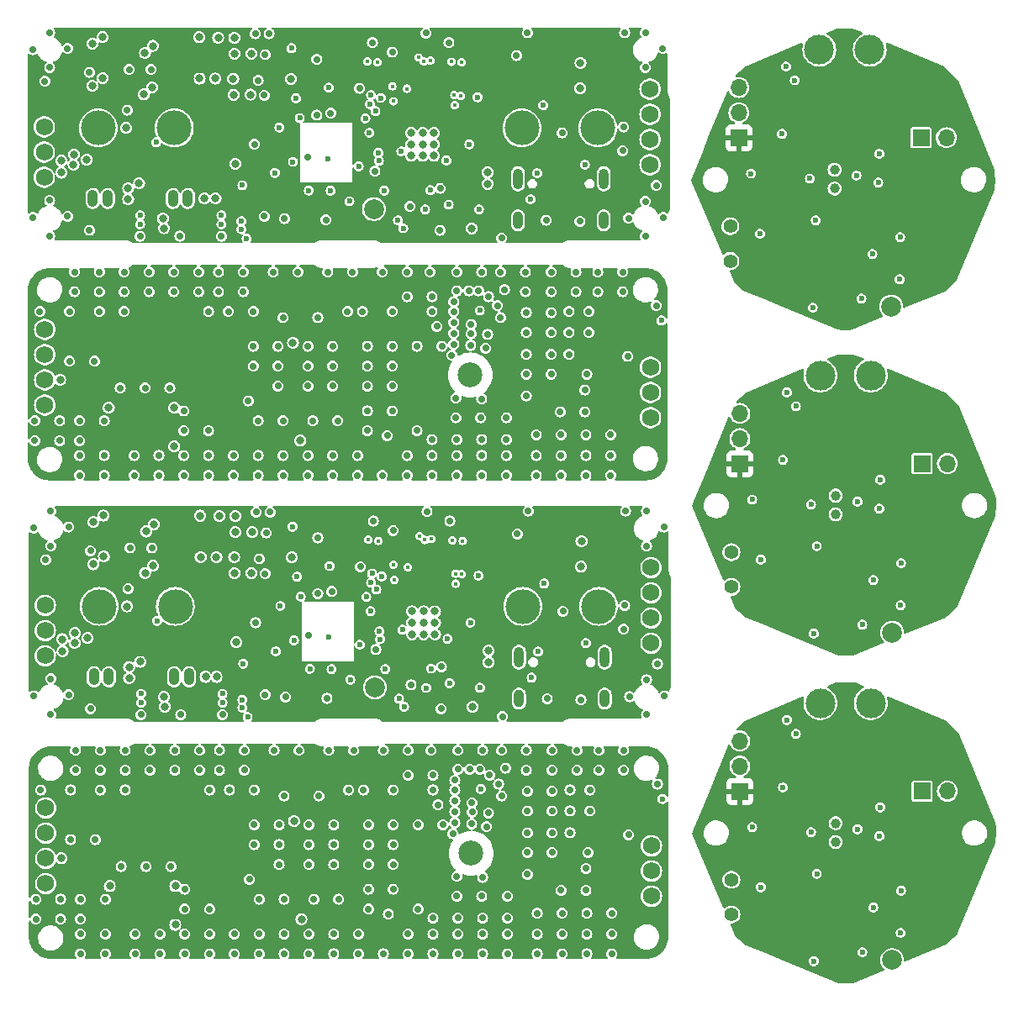
<source format=gbr>
%TF.GenerationSoftware,KiCad,Pcbnew,7.0.5*%
%TF.CreationDate,2024-04-05T19:26:40+09:00*%
%TF.ProjectId,ikafly_rev0a_p_cut,696b6166-6c79-45f7-9265-7630615f705f,rev?*%
%TF.SameCoordinates,Original*%
%TF.FileFunction,Copper,L3,Inr*%
%TF.FilePolarity,Positive*%
%FSLAX46Y46*%
G04 Gerber Fmt 4.6, Leading zero omitted, Abs format (unit mm)*
G04 Created by KiCad (PCBNEW 7.0.5) date 2024-04-05 19:26:40*
%MOMM*%
%LPD*%
G01*
G04 APERTURE LIST*
%TA.AperFunction,ComponentPad*%
%ADD10C,3.000000*%
%TD*%
%TA.AperFunction,ComponentPad*%
%ADD11R,1.700000X1.700000*%
%TD*%
%TA.AperFunction,ComponentPad*%
%ADD12O,1.700000X1.700000*%
%TD*%
%TA.AperFunction,ComponentPad*%
%ADD13C,2.000000*%
%TD*%
%TA.AperFunction,ComponentPad*%
%ADD14O,1.000000X2.100000*%
%TD*%
%TA.AperFunction,ComponentPad*%
%ADD15O,1.000000X1.800000*%
%TD*%
%TA.AperFunction,ComponentPad*%
%ADD16C,1.400000*%
%TD*%
%TA.AperFunction,ComponentPad*%
%ADD17C,1.750000*%
%TD*%
%TA.AperFunction,ComponentPad*%
%ADD18C,1.000000*%
%TD*%
%TA.AperFunction,ComponentPad*%
%ADD19O,1.030000X1.730000*%
%TD*%
%TA.AperFunction,ComponentPad*%
%ADD20C,3.500000*%
%TD*%
%TA.AperFunction,ComponentPad*%
%ADD21C,2.500000*%
%TD*%
%TA.AperFunction,ViaPad*%
%ADD22C,0.700000*%
%TD*%
%TA.AperFunction,ViaPad*%
%ADD23C,0.800000*%
%TD*%
%TA.AperFunction,ViaPad*%
%ADD24C,0.600000*%
%TD*%
%TA.AperFunction,ViaPad*%
%ADD25C,0.450000*%
%TD*%
G04 APERTURE END LIST*
D10*
%TO.N,Net-(J8-Pin_1)*%
%TO.C,J8*%
X216480000Y-78940000D03*
%TO.N,Net-(D3-K)*%
X211400000Y-78940000D03*
%TD*%
D11*
%TO.N,/Ikafly_Separation_Board/3V3*%
%TO.C,J9*%
X203200000Y-55000000D03*
D12*
%TO.N,/Ikafly_Separation_Board/SWIO*%
X203200000Y-52460000D03*
%TO.N,GND*%
X203200000Y-49920000D03*
%TD*%
D13*
%TO.N,Net-(AE3-A)*%
%TO.C,AE3*%
X218640000Y-104840000D03*
%TD*%
D14*
%TO.N,GND*%
%TO.C,J4*%
X181060000Y-107320000D03*
D15*
X181060000Y-111500000D03*
D14*
X189700000Y-107320000D03*
D15*
X189700000Y-111500000D03*
%TD*%
D16*
%TO.N,/Ikafly_Separation_Board/VCAP*%
%TO.C,C29*%
X202350000Y-63900000D03*
%TO.N,GND*%
X202350000Y-67400000D03*
%TD*%
D17*
%TO.N,/3V3*%
%TO.C,J3*%
X133250000Y-51350000D03*
%TO.N,/Ikafly_GNSS/MOSI*%
X133250000Y-53890000D03*
%TO.N,/Ikafly_GNSS/MISO*%
X133250000Y-56430000D03*
%TO.N,GND*%
X133250000Y-58970000D03*
%TO.N,/Ikafly_GNSS/BOOT*%
X194250000Y-50080000D03*
%TO.N,/Ikafly_GNSS/RUN*%
X194250000Y-52620000D03*
%TO.N,/Ikafly_GNSS/LED*%
X194250000Y-55160000D03*
%TO.N,/POWER*%
X194250000Y-57700000D03*
%TD*%
D18*
%TO.N,Net-(IC13-RefOsc)*%
%TO.C,Y3*%
X212940000Y-125940000D03*
%TO.N,Net-(C37-Pad1)*%
X212940000Y-124040000D03*
%TD*%
D13*
%TO.N,Net-(AE3-A)*%
%TO.C,AE3*%
X218540000Y-72000000D03*
%TD*%
D19*
%TO.N,/Ikafly_Motor2/OUT1*%
%TO.C,J2*%
X147717500Y-61100000D03*
%TO.N,/Ikafly_Motor2/OUT2*%
X146217500Y-61100000D03*
%TD*%
D10*
%TO.N,Net-(J8-Pin_1)*%
%TO.C,J8*%
X216380000Y-46100000D03*
%TO.N,Net-(D3-K)*%
X211300000Y-46100000D03*
%TD*%
D11*
%TO.N,/Ikafly_Separation_Board/3V3*%
%TO.C,J9*%
X203300000Y-87840000D03*
D12*
%TO.N,/Ikafly_Separation_Board/SWIO*%
X203300000Y-85300000D03*
%TO.N,GND*%
X203300000Y-82760000D03*
%TD*%
D19*
%TO.N,/Ikafly_Motor2/OUT1*%
%TO.C,J2*%
X147817500Y-109300000D03*
%TO.N,/Ikafly_Motor2/OUT2*%
X146317500Y-109300000D03*
%TD*%
D18*
%TO.N,Net-(IC13-RefOsc)*%
%TO.C,Y3*%
X212840000Y-60100000D03*
%TO.N,Net-(C37-Pad1)*%
X212840000Y-58200000D03*
%TD*%
D19*
%TO.N,/Ikafly_Motor1/OUT1*%
%TO.C,J1*%
X139647500Y-61100000D03*
%TO.N,/Ikafly_Motor1/OUT2*%
X138147500Y-61100000D03*
%TD*%
%TO.N,/Ikafly_Motor1/OUT1*%
%TO.C,J1*%
X139747500Y-109300000D03*
%TO.N,/Ikafly_Motor1/OUT2*%
X138247500Y-109300000D03*
%TD*%
D13*
%TO.N,Net-(AE2-A)*%
%TO.C,AE2*%
X166450000Y-62170000D03*
%TD*%
D18*
%TO.N,Net-(IC13-RefOsc)*%
%TO.C,Y3*%
X212940000Y-92940000D03*
%TO.N,Net-(C37-Pad1)*%
X212940000Y-91040000D03*
%TD*%
D13*
%TO.N,Net-(AE2-A)*%
%TO.C,AE2*%
X166550000Y-110370000D03*
%TD*%
D10*
%TO.N,Net-(J8-Pin_1)*%
%TO.C,J8*%
X216480000Y-111940000D03*
%TO.N,Net-(D3-K)*%
X211400000Y-111940000D03*
%TD*%
D13*
%TO.N,Net-(AE3-A)*%
%TO.C,AE3*%
X218640000Y-137840000D03*
%TD*%
D11*
%TO.N,GND*%
%TO.C,J7*%
X221665000Y-87815000D03*
D12*
%TO.N,/Ikafly_Separation_Board/4V2*%
X224205000Y-87815000D03*
%TD*%
D17*
%TO.N,/3V3*%
%TO.C,J3*%
X133350000Y-99550000D03*
%TO.N,/Ikafly_GNSS/MOSI*%
X133350000Y-102090000D03*
%TO.N,/Ikafly_GNSS/MISO*%
X133350000Y-104630000D03*
%TO.N,GND*%
X133350000Y-107170000D03*
%TO.N,/Ikafly_GNSS/BOOT*%
X194350000Y-98280000D03*
%TO.N,/Ikafly_GNSS/RUN*%
X194350000Y-100820000D03*
%TO.N,/Ikafly_GNSS/LED*%
X194350000Y-103360000D03*
%TO.N,/POWER*%
X194350000Y-105900000D03*
%TD*%
D11*
%TO.N,/Ikafly_Separation_Board/3V3*%
%TO.C,J9*%
X203300000Y-120840000D03*
D12*
%TO.N,/Ikafly_Separation_Board/SWIO*%
X203300000Y-118300000D03*
%TO.N,GND*%
X203300000Y-115760000D03*
%TD*%
D11*
%TO.N,GND*%
%TO.C,J7*%
X221665000Y-120815000D03*
D12*
%TO.N,/Ikafly_Separation_Board/4V2*%
X224205000Y-120815000D03*
%TD*%
D14*
%TO.N,GND*%
%TO.C,J4*%
X180960000Y-59120000D03*
D15*
X180960000Y-63300000D03*
D14*
X189600000Y-59120000D03*
D15*
X189600000Y-63300000D03*
%TD*%
D16*
%TO.N,/Ikafly_Separation_Board/VCAP*%
%TO.C,C29*%
X202450000Y-96740000D03*
%TO.N,GND*%
X202450000Y-100240000D03*
%TD*%
%TO.N,/Ikafly_Separation_Board/VCAP*%
%TO.C,C29*%
X202450000Y-129740000D03*
%TO.N,GND*%
X202450000Y-133240000D03*
%TD*%
D11*
%TO.N,GND*%
%TO.C,J7*%
X221565000Y-54975000D03*
D12*
%TO.N,/Ikafly_Separation_Board/4V2*%
X224105000Y-54975000D03*
%TD*%
D17*
%TO.N,/3V3*%
%TO.C,J5*%
X194400000Y-123770000D03*
%TO.N,/Ikafly_GNSS/MOSI*%
X194400000Y-126310000D03*
%TO.N,/Ikafly_GNSS/MISO*%
X194400000Y-128850000D03*
%TO.N,GND*%
X194400000Y-131390000D03*
%TO.N,/Ikafly_GNSS/BOOT*%
X133400000Y-122500000D03*
%TO.N,/Ikafly_GNSS/RUN*%
X133400000Y-125040000D03*
%TO.N,/Ikafly_GNSS/LED*%
X133400000Y-127580000D03*
%TO.N,/POWER*%
X133400000Y-130120000D03*
%TD*%
D20*
%TO.N,/VBAT*%
%TO.C,BT1*%
X138700000Y-54000000D03*
X146350000Y-54000000D03*
%TO.N,GND*%
X181350000Y-54000000D03*
X189000000Y-54000000D03*
%TD*%
D21*
%TO.N,Net-(AE1-A)*%
%TO.C,AE1*%
X176250000Y-127080000D03*
%TD*%
D20*
%TO.N,/VBAT*%
%TO.C,BT1*%
X138800000Y-102200000D03*
X146450000Y-102200000D03*
%TO.N,GND*%
X181450000Y-102200000D03*
X189100000Y-102200000D03*
%TD*%
D17*
%TO.N,/3V3*%
%TO.C,J5*%
X194300000Y-75570000D03*
%TO.N,/Ikafly_GNSS/MOSI*%
X194300000Y-78110000D03*
%TO.N,/Ikafly_GNSS/MISO*%
X194300000Y-80650000D03*
%TO.N,GND*%
X194300000Y-83190000D03*
%TO.N,/Ikafly_GNSS/BOOT*%
X133300000Y-74300000D03*
%TO.N,/Ikafly_GNSS/RUN*%
X133300000Y-76840000D03*
%TO.N,/Ikafly_GNSS/LED*%
X133300000Y-79380000D03*
%TO.N,/POWER*%
X133300000Y-81920000D03*
%TD*%
D21*
%TO.N,Net-(AE1-A)*%
%TO.C,AE1*%
X176150000Y-78880000D03*
%TD*%
D22*
%TO.N,/Ikafly_Camera/1V2*%
X168400000Y-94550000D03*
X168300000Y-46350000D03*
%TO.N,GND*%
X184400000Y-116700000D03*
X187300000Y-111600000D03*
X167900000Y-133200000D03*
X144800000Y-87000000D03*
X173300000Y-76000000D03*
X136300000Y-68500000D03*
X133800000Y-47900000D03*
X179800000Y-85400000D03*
X170087098Y-61906213D03*
X190400000Y-135200000D03*
X166400000Y-93600000D03*
X179200000Y-68500000D03*
D23*
X171450000Y-105000000D03*
D22*
X147400000Y-132700000D03*
D24*
X204540000Y-124440000D03*
D22*
X154900000Y-131700000D03*
D23*
X158400000Y-123830000D03*
D22*
X168400000Y-128200000D03*
X142400000Y-135200000D03*
X134900000Y-133700000D03*
X192100000Y-125200000D03*
X194900000Y-71900000D03*
X186100000Y-74600000D03*
X139300000Y-83500000D03*
X191600000Y-104500000D03*
D23*
X159050000Y-85505000D03*
D24*
X177214195Y-120588171D03*
D22*
X146000000Y-128400000D03*
X141600000Y-52200000D03*
X164800000Y-89000000D03*
X178100000Y-119200000D03*
X180900000Y-94900000D03*
X138800000Y-70500000D03*
D23*
X154190000Y-94710000D03*
D22*
X174900000Y-135200000D03*
X177800000Y-124400000D03*
D24*
X204440000Y-58600000D03*
D22*
X154500000Y-44500000D03*
X168300000Y-82500000D03*
D24*
X207640000Y-120440000D03*
D22*
X164400000Y-116700000D03*
X185400000Y-135200000D03*
X181800000Y-78800000D03*
X177300000Y-87000000D03*
X185500000Y-102700000D03*
X143500000Y-128400000D03*
X147300000Y-84500000D03*
X143000000Y-113100000D03*
D24*
X157030000Y-102150000D03*
D22*
X192100000Y-63100000D03*
X144000000Y-48100000D03*
X154900000Y-97400000D03*
X155500000Y-98900000D03*
D24*
X166000000Y-54483000D03*
D22*
X136900000Y-137200000D03*
X162100000Y-52500000D03*
X167400000Y-116700000D03*
X164800000Y-87000000D03*
X153300000Y-70500000D03*
X167300000Y-89000000D03*
X167400000Y-137200000D03*
X136800000Y-87000000D03*
X176341770Y-122912148D03*
X186800000Y-70500000D03*
D23*
X171350000Y-55650000D03*
D22*
X174900000Y-137200000D03*
X186900000Y-118700000D03*
X149900000Y-120700000D03*
D23*
X170300000Y-103850000D03*
D24*
X161900000Y-105300000D03*
D23*
X187310000Y-98200000D03*
D22*
X164900000Y-135200000D03*
D23*
X138200000Y-97950000D03*
D22*
X142900000Y-64900000D03*
X159900000Y-137200000D03*
X160300000Y-83500000D03*
X135700000Y-111100000D03*
D25*
X165900000Y-95490000D03*
D22*
X178900000Y-71900000D03*
X174800000Y-70400000D03*
X193800000Y-64900000D03*
X139300000Y-87000000D03*
X154400000Y-124200000D03*
X159750000Y-56950000D03*
X148900000Y-116700000D03*
D24*
X177125000Y-110400000D03*
D22*
X195700000Y-111200000D03*
X176300000Y-124100000D03*
X179300000Y-116700000D03*
X177300000Y-81300000D03*
D24*
X207640000Y-87440000D03*
D22*
X174500000Y-74700000D03*
D23*
X187350000Y-95640000D03*
D22*
X156900000Y-124200000D03*
X141400000Y-116700000D03*
X167800000Y-85000000D03*
X151100000Y-64900000D03*
X156800000Y-80000000D03*
D24*
X162090000Y-60320000D03*
D22*
X155400000Y-50700000D03*
X136300000Y-70500000D03*
X172400000Y-120700000D03*
X187800000Y-84900000D03*
D23*
X172600000Y-103850000D03*
D22*
X141300000Y-70500000D03*
X179000000Y-120100000D03*
X152300000Y-87000000D03*
X186900000Y-116700000D03*
X181700000Y-70500000D03*
X138900000Y-118700000D03*
X193900000Y-113100000D03*
X155500000Y-46600000D03*
X169900000Y-119200000D03*
X165400000Y-120700000D03*
X159900000Y-124200000D03*
X154300000Y-72500000D03*
X188100000Y-72500000D03*
X154400000Y-126200000D03*
X183800000Y-63300000D03*
D24*
X219405800Y-69250000D03*
X217340000Y-125340000D03*
D22*
X151900000Y-120700000D03*
X174500000Y-73600000D03*
X150800000Y-70500000D03*
X157400000Y-131700000D03*
X136400000Y-118700000D03*
X139400000Y-137200000D03*
X154300000Y-78000000D03*
X169900000Y-137200000D03*
X146400000Y-116700000D03*
D23*
X172600000Y-105000000D03*
D22*
X164300000Y-68500000D03*
D23*
X139120000Y-44850000D03*
D22*
X172400000Y-119200000D03*
D23*
X146350000Y-86080000D03*
D22*
X185400000Y-137200000D03*
D24*
X167242692Y-99177308D03*
D22*
X160800000Y-73100000D03*
D24*
X219505800Y-135090000D03*
D22*
X191600000Y-53900000D03*
X172300000Y-71000000D03*
X137800000Y-48400000D03*
X177300000Y-68500000D03*
X149800000Y-72500000D03*
X165800000Y-84500000D03*
D23*
X172500000Y-55650000D03*
D22*
X191500000Y-56300000D03*
X179900000Y-133600000D03*
X159850000Y-105150000D03*
X132300000Y-83500000D03*
X132900000Y-120700000D03*
D24*
X167142692Y-50977308D03*
D22*
X135800000Y-77500000D03*
X160900000Y-121300000D03*
X154300000Y-76000000D03*
X190300000Y-87000000D03*
X155400000Y-62900000D03*
D24*
X177000000Y-99100000D03*
D22*
X162300000Y-80000000D03*
D23*
X154110000Y-98840000D03*
D22*
X165900000Y-128200000D03*
D24*
X210950000Y-63300000D03*
D22*
X135900000Y-125700000D03*
X155600000Y-94800000D03*
X138400000Y-125700000D03*
X152400000Y-137200000D03*
X133800000Y-61300000D03*
X174400000Y-125100000D03*
X166300000Y-45400000D03*
X182900000Y-137200000D03*
X182800000Y-89000000D03*
D23*
X139250000Y-97170000D03*
D22*
X169800000Y-71000000D03*
X184300000Y-68500000D03*
X154400000Y-120700000D03*
X136900000Y-133700000D03*
D23*
X170200000Y-55650000D03*
D22*
X187700000Y-82600000D03*
X148900000Y-118700000D03*
X133400000Y-97500000D03*
D24*
X142900000Y-63700000D03*
X219533600Y-130840000D03*
D22*
X181800000Y-116700000D03*
X153400000Y-116700000D03*
D23*
X142900000Y-107780000D03*
D22*
X169800000Y-68500000D03*
X191600000Y-116700000D03*
X132300000Y-85500000D03*
X143800000Y-68500000D03*
D24*
X153730000Y-113339500D03*
D22*
X168400000Y-130700000D03*
X181900000Y-44400000D03*
X184300000Y-78800000D03*
D24*
X164920000Y-57850000D03*
X151200000Y-111900000D03*
D22*
X190400000Y-133100000D03*
X153400000Y-118700000D03*
X149900000Y-132700000D03*
X179600000Y-70300000D03*
X136400000Y-116700000D03*
D23*
X187250000Y-47440000D03*
D22*
X181900000Y-120800000D03*
X195000000Y-108000000D03*
X146400000Y-118700000D03*
X181800000Y-76800000D03*
X164900000Y-137200000D03*
X133300000Y-49300000D03*
X156800000Y-76000000D03*
X135900000Y-120700000D03*
X177400000Y-135200000D03*
D24*
X158710000Y-99200000D03*
D22*
X195600000Y-63000000D03*
X189000000Y-68500000D03*
X187900000Y-78800000D03*
X172200000Y-116700000D03*
X184300000Y-76800000D03*
X168400000Y-124200000D03*
X167300000Y-68500000D03*
X155500000Y-111100000D03*
X174800000Y-85400000D03*
D23*
X171450000Y-103850000D03*
D22*
X159900000Y-126200000D03*
X144800000Y-89000000D03*
D23*
X139220000Y-93050000D03*
D22*
X148800000Y-70500000D03*
X177000000Y-70400000D03*
X172300000Y-85400000D03*
X153300000Y-68500000D03*
X174800000Y-68500000D03*
X168300000Y-72500000D03*
X141800000Y-48100000D03*
X172800000Y-74000000D03*
D23*
X143394750Y-46450250D03*
D22*
X181800000Y-74600000D03*
D24*
X160000000Y-108494500D03*
X151100000Y-62800000D03*
D22*
X191800000Y-92600000D03*
X163900000Y-120700000D03*
X162400000Y-126200000D03*
X156900000Y-126200000D03*
X154800000Y-49200000D03*
X138900000Y-120700000D03*
X136800000Y-85500000D03*
X182000000Y-92600000D03*
D23*
X170200000Y-56800000D03*
D22*
X143900000Y-118700000D03*
X159900000Y-135200000D03*
D23*
X152310000Y-50650000D03*
D24*
X151200000Y-111000000D03*
D22*
X159800000Y-76000000D03*
X136800000Y-89000000D03*
X174900000Y-116700000D03*
X133900000Y-92600000D03*
X177300000Y-131400000D03*
X174300000Y-76900000D03*
X168300000Y-76000000D03*
D23*
X146450000Y-130380000D03*
D25*
X165800000Y-47290000D03*
D22*
X149800000Y-84500000D03*
X190300000Y-84900000D03*
D24*
X173975000Y-61725000D03*
X162190000Y-108520000D03*
D22*
X143400000Y-80200000D03*
X191700000Y-102100000D03*
X184400000Y-122800000D03*
X179300000Y-121300000D03*
D24*
X176900000Y-50900000D03*
D22*
X165000000Y-50000000D03*
D24*
X143000000Y-111900000D03*
D22*
X141900000Y-96300000D03*
D24*
X219505800Y-102090000D03*
D22*
X191500000Y-68500000D03*
X160800000Y-95300000D03*
X165900000Y-130700000D03*
X148800000Y-68500000D03*
X151800000Y-72500000D03*
X161723273Y-111465334D03*
X181700000Y-68500000D03*
X193800000Y-47900000D03*
X178000000Y-123000000D03*
X186800000Y-68500000D03*
X185400000Y-54500000D03*
X192200000Y-111300000D03*
X149900000Y-135200000D03*
X165800000Y-80000000D03*
X185300000Y-84900000D03*
X137800000Y-64300000D03*
X172300000Y-72500000D03*
D24*
X217340000Y-92340000D03*
D23*
X139150000Y-48970000D03*
D22*
X162300000Y-87000000D03*
X133900000Y-96100000D03*
X162300000Y-76000000D03*
D24*
X144519500Y-55450000D03*
D22*
X157300000Y-89000000D03*
X174700000Y-81200000D03*
X184400000Y-118700000D03*
X190300000Y-89000000D03*
X187200000Y-63400000D03*
X132400000Y-133700000D03*
X143900000Y-116700000D03*
D24*
X210740000Y-104940000D03*
D22*
X192000000Y-77000000D03*
X173205000Y-112505000D03*
X165100000Y-98200000D03*
D23*
X178000000Y-106670000D03*
D22*
X146300000Y-68500000D03*
X186200000Y-125000000D03*
X159800000Y-80000000D03*
X174900000Y-133600000D03*
X165800000Y-78000000D03*
X132100000Y-63000000D03*
X161900000Y-116700000D03*
X177300000Y-85400000D03*
X189100000Y-118700000D03*
X184400000Y-120800000D03*
X156800000Y-78000000D03*
D24*
X205415000Y-97490000D03*
D23*
X187210000Y-50000000D03*
D22*
X169800000Y-87000000D03*
D24*
X158400000Y-105610000D03*
D22*
X173105000Y-64305000D03*
X191500000Y-70500000D03*
X147300000Y-87000000D03*
D23*
X141590000Y-102200000D03*
D22*
X134800000Y-85500000D03*
X174800000Y-131400000D03*
D23*
X138100000Y-45500000D03*
D22*
X163800000Y-72500000D03*
D23*
X152492057Y-94715381D03*
D25*
X172237500Y-95412500D03*
D22*
X191700000Y-44400000D03*
D24*
X204540000Y-91440000D03*
D22*
X174800000Y-87000000D03*
X141400000Y-118700000D03*
X174500000Y-75800000D03*
X142300000Y-89000000D03*
X174900000Y-118600000D03*
X181800000Y-118700000D03*
X174800000Y-129400000D03*
D24*
X210360000Y-59100000D03*
D22*
X160800000Y-100900000D03*
X147300000Y-82500000D03*
X179900000Y-131400000D03*
X162400000Y-137200000D03*
D23*
X172500000Y-54500000D03*
D22*
X162900000Y-131700000D03*
X174600000Y-122900000D03*
X179800000Y-83200000D03*
X168300000Y-80000000D03*
X139400000Y-131700000D03*
X176325192Y-122000000D03*
X156400000Y-116700000D03*
X132400000Y-131700000D03*
X138800000Y-68500000D03*
X174000000Y-45400000D03*
D23*
X146350000Y-82180000D03*
D22*
X162800000Y-83500000D03*
D23*
X158200000Y-97250000D03*
X158300000Y-75630000D03*
X143400000Y-98820500D03*
D22*
X172900000Y-122200000D03*
X133800000Y-44400000D03*
X154800000Y-89000000D03*
X159800000Y-89000000D03*
X134800000Y-83500000D03*
D24*
X216740000Y-99540000D03*
D22*
X176000000Y-70400000D03*
X169900000Y-116700000D03*
X150900000Y-116700000D03*
X149800000Y-87000000D03*
X176241770Y-74712148D03*
X159800000Y-78000000D03*
D24*
X177114195Y-72388171D03*
D22*
X160400000Y-131700000D03*
X157300000Y-87000000D03*
X156000000Y-92700000D03*
D23*
X154090000Y-46510000D03*
D22*
X179800000Y-89000000D03*
X141000000Y-128400000D03*
X137900000Y-112500000D03*
X179900000Y-137200000D03*
X137900000Y-96600000D03*
X157400000Y-137200000D03*
D23*
X171350000Y-54500000D03*
D24*
X156568056Y-106721944D03*
D22*
X184300000Y-72600000D03*
X187700000Y-80400000D03*
D24*
X156930000Y-53950000D03*
X183600000Y-99900000D03*
D22*
X141300000Y-68500000D03*
X157300000Y-73100000D03*
D24*
X174075000Y-109925000D03*
D22*
X179800000Y-87000000D03*
X143800000Y-70500000D03*
D23*
X177900000Y-58470000D03*
D22*
X193800000Y-61400000D03*
X170900000Y-132700000D03*
X147400000Y-135200000D03*
D23*
X146450000Y-134280000D03*
D22*
X153800000Y-81500000D03*
X146300000Y-70500000D03*
X132100000Y-46100000D03*
X186200000Y-122800000D03*
D23*
X138100000Y-49750000D03*
D22*
X165800000Y-76000000D03*
X181900000Y-122800000D03*
D24*
X153630000Y-65139500D03*
X158610000Y-51000000D03*
D22*
X141400000Y-120700000D03*
D23*
X152490000Y-57610000D03*
D22*
X174600000Y-124000000D03*
D23*
X177900000Y-59620000D03*
D22*
X144900000Y-137200000D03*
X187800000Y-128600000D03*
X172300000Y-89000000D03*
X169800000Y-89000000D03*
X195550000Y-46000000D03*
X158800000Y-68500000D03*
X154600000Y-92700000D03*
X185200000Y-82600000D03*
X189100000Y-116700000D03*
X147000000Y-113100000D03*
D23*
X142800000Y-59580000D03*
D22*
X170800000Y-84500000D03*
X160700000Y-47100000D03*
X134900000Y-131700000D03*
X162400000Y-135200000D03*
X138800000Y-72500000D03*
X179400000Y-113300000D03*
X188200000Y-122800000D03*
X162400000Y-124200000D03*
D23*
X152392057Y-46515381D03*
D22*
X187900000Y-133100000D03*
D24*
X216740000Y-132540000D03*
X158139528Y-45964529D03*
D22*
X168300000Y-78000000D03*
X177400000Y-137200000D03*
D23*
X158100000Y-49050000D03*
D22*
X141300000Y-72500000D03*
D24*
X195400000Y-73400000D03*
D22*
X132200000Y-94300000D03*
D23*
X137625000Y-105390000D03*
D22*
X177400000Y-129500000D03*
D24*
X210740000Y-137940000D03*
D22*
X184300000Y-70500000D03*
D23*
X152410000Y-98850000D03*
X138200000Y-93700000D03*
D22*
X151200000Y-113100000D03*
X194900000Y-59800000D03*
X193900000Y-92600000D03*
X165900000Y-126200000D03*
D24*
X183500000Y-51700000D03*
D23*
X171350000Y-56800000D03*
D22*
X178000000Y-71000000D03*
D24*
X217240000Y-59500000D03*
D22*
X157442500Y-63132500D03*
X185300000Y-89000000D03*
X176200000Y-75900000D03*
X179300000Y-65100000D03*
D24*
X211050000Y-96140000D03*
D22*
X184400000Y-127000000D03*
X193900000Y-109600000D03*
X182800000Y-84900000D03*
X185400000Y-133100000D03*
X149900000Y-137200000D03*
X195000000Y-120100000D03*
D24*
X219533600Y-97840000D03*
D22*
X177300000Y-89000000D03*
X136900000Y-135200000D03*
X136800000Y-83500000D03*
D24*
X207540000Y-54600000D03*
D22*
X156300000Y-68500000D03*
X177400000Y-116700000D03*
D23*
X143494750Y-94650250D03*
D22*
X176225192Y-73800000D03*
X184300000Y-74600000D03*
X188200000Y-120700000D03*
D24*
X205315000Y-64650000D03*
X210640000Y-72100000D03*
D23*
X152590000Y-105810000D03*
D24*
X143000000Y-111000000D03*
D22*
X186100000Y-72500000D03*
X142400000Y-137200000D03*
X173400000Y-124200000D03*
X138900000Y-116700000D03*
D24*
X156468056Y-58521944D03*
D22*
X165900000Y-132700000D03*
X181800000Y-81000000D03*
X177900000Y-74800000D03*
X186100000Y-76800000D03*
X142300000Y-87000000D03*
X172100000Y-68500000D03*
X149800000Y-89000000D03*
D24*
X161800000Y-57100000D03*
D22*
X191600000Y-118700000D03*
X169900000Y-135200000D03*
X147300000Y-89000000D03*
D23*
X154010000Y-50640000D03*
D22*
X161623273Y-63265334D03*
X185300000Y-87000000D03*
X170900000Y-124200000D03*
X162400000Y-128200000D03*
D23*
X170200000Y-54500000D03*
D22*
X135700000Y-94200000D03*
D23*
X144100000Y-49900000D03*
D24*
X158300000Y-57410000D03*
D22*
X181900000Y-127000000D03*
X165800000Y-82500000D03*
X172400000Y-135200000D03*
D23*
X178000000Y-107820000D03*
D22*
X162300000Y-78000000D03*
X177400000Y-133600000D03*
X181900000Y-125000000D03*
D23*
X143300000Y-50620500D03*
D22*
X157300000Y-83500000D03*
X144900000Y-135200000D03*
D25*
X172137500Y-47212500D03*
D22*
X180800000Y-46700000D03*
X165300000Y-72500000D03*
X150800000Y-68500000D03*
X174600000Y-120700000D03*
X176100000Y-118600000D03*
X187800000Y-87000000D03*
D24*
X205415000Y-130490000D03*
D22*
X187800000Y-130800000D03*
X182900000Y-135200000D03*
X158900000Y-116700000D03*
X172400000Y-133600000D03*
X140900000Y-80200000D03*
D23*
X170300000Y-102700000D03*
D24*
X211050000Y-129140000D03*
X151100000Y-63700000D03*
D23*
X171450000Y-102700000D03*
X137525000Y-57190000D03*
D22*
X188000000Y-127000000D03*
X181800000Y-72600000D03*
X132800000Y-72500000D03*
D24*
X219433600Y-65000000D03*
D22*
X172300000Y-87000000D03*
X174600000Y-119700000D03*
X133900000Y-109500000D03*
X177200000Y-83200000D03*
X187900000Y-135200000D03*
X165900000Y-124200000D03*
X187800000Y-89000000D03*
X187900000Y-137200000D03*
D23*
X144194750Y-45729750D03*
D22*
X182800000Y-87000000D03*
X162300000Y-89000000D03*
X150900000Y-118700000D03*
X157400000Y-135200000D03*
X147400000Y-130700000D03*
X138300000Y-77500000D03*
D23*
X159150000Y-133705000D03*
D22*
X188100000Y-74600000D03*
X156900000Y-128200000D03*
X174700000Y-83200000D03*
X159900000Y-128200000D03*
X172400000Y-137200000D03*
X132200000Y-111200000D03*
X168400000Y-120700000D03*
X185300000Y-130800000D03*
X159800000Y-87000000D03*
X139400000Y-135200000D03*
X153900000Y-129700000D03*
D24*
X195500000Y-121600000D03*
D22*
X181900000Y-129200000D03*
X193800000Y-44400000D03*
D24*
X142900000Y-62800000D03*
D22*
X161800000Y-68500000D03*
X154900000Y-137200000D03*
X139300000Y-89000000D03*
X174500000Y-72500000D03*
X177100000Y-118600000D03*
D24*
X210460000Y-124940000D03*
D22*
X135600000Y-46000000D03*
D24*
X153300000Y-107970500D03*
D22*
X155900000Y-44500000D03*
D24*
X165020000Y-106050000D03*
D22*
X184400000Y-125000000D03*
X182900000Y-133100000D03*
D24*
X158239528Y-94164529D03*
D22*
X179700000Y-118500000D03*
X147400000Y-137200000D03*
D24*
X153200000Y-59770500D03*
X177025000Y-62200000D03*
D22*
X183900000Y-111500000D03*
X186200000Y-120700000D03*
X170800000Y-76000000D03*
X189000000Y-70500000D03*
D23*
X170300000Y-105000000D03*
D22*
X193900000Y-96100000D03*
D23*
X141490000Y-54000000D03*
D22*
X157400000Y-121300000D03*
X179900000Y-135200000D03*
D24*
X166100000Y-102683000D03*
D22*
X190400000Y-137200000D03*
D23*
X172500000Y-56800000D03*
D22*
X174800000Y-89000000D03*
D24*
X216640000Y-66700000D03*
D22*
X154800000Y-83500000D03*
X157542500Y-111332500D03*
X162200000Y-100700000D03*
D23*
X144200000Y-98100000D03*
D22*
X135600000Y-62900000D03*
X152400000Y-135200000D03*
D24*
X159900000Y-60294500D03*
D22*
X195650000Y-94200000D03*
D23*
X172600000Y-102700000D03*
D22*
X174600000Y-121800000D03*
D24*
X210460000Y-91940000D03*
D22*
X146900000Y-64900000D03*
X154800000Y-87000000D03*
X174100000Y-93600000D03*
X145900000Y-80200000D03*
X133900000Y-113100000D03*
X152300000Y-89000000D03*
X170187098Y-110106213D03*
X133800000Y-64900000D03*
D23*
X144294750Y-93929750D03*
D22*
X174500000Y-71500000D03*
X160700000Y-52700000D03*
D24*
X144619500Y-103650000D03*
D22*
X154900000Y-135200000D03*
X135800000Y-72500000D03*
X168400000Y-126200000D03*
X141700000Y-100400000D03*
X177700000Y-76200000D03*
X136900000Y-131700000D03*
X144100000Y-96300000D03*
X179200000Y-73100000D03*
D25*
%TO.N,/Ikafly_Camera/2V8*%
X166800000Y-47400000D03*
X166900000Y-95600000D03*
D22*
X171700000Y-44450000D03*
X171800000Y-92650000D03*
D24*
%TO.N,/3V3*%
X163570000Y-50710000D03*
X152050000Y-62200000D03*
X154300000Y-111300000D03*
X162158701Y-99481299D03*
D23*
X159600000Y-44700000D03*
D22*
X176600000Y-93600000D03*
D24*
X191800000Y-74200000D03*
D23*
X139000000Y-57199500D03*
D24*
X163130000Y-111200000D03*
X163030000Y-63000000D03*
X157190954Y-99344115D03*
X157090954Y-51144115D03*
D22*
X170900000Y-63860000D03*
D23*
X140050000Y-134280000D03*
D24*
X176920000Y-59475000D03*
X191900000Y-122400000D03*
D23*
X139950000Y-86080000D03*
X159700000Y-92900000D03*
X143020512Y-105399500D03*
D24*
X176500000Y-72900000D03*
D23*
X143470000Y-109580000D03*
D24*
X154200000Y-63100000D03*
X176020000Y-99100000D03*
D22*
X163400000Y-92750498D03*
D24*
X175920000Y-50900000D03*
D23*
X142920512Y-57199500D03*
D24*
X162058701Y-51281299D03*
X152150000Y-110400000D03*
X176600000Y-121100000D03*
D22*
X176500000Y-45400000D03*
D24*
X177020000Y-107675000D03*
D22*
X163300000Y-44550498D03*
X171000000Y-112060000D03*
D23*
X143370000Y-61380000D03*
D24*
X158460000Y-53670000D03*
X163670000Y-98910000D03*
X158560000Y-101870000D03*
D23*
X139100000Y-105399500D03*
D24*
X183590000Y-50600000D03*
X183690000Y-98800000D03*
%TO.N,/Ikafly_GNSS/MISO*%
X166700481Y-100499981D03*
X166600481Y-52299981D03*
%TO.N,/Ikafly_GNSS/MOSI*%
X166160000Y-99800500D03*
X166060000Y-51600500D03*
%TO.N,/Ikafly_MCU/1V1*%
X173760000Y-57273000D03*
X169220000Y-56350000D03*
X169320000Y-104550000D03*
X176068000Y-55642000D03*
X167008729Y-104706751D03*
X176168000Y-103842000D03*
X166908729Y-56506751D03*
X173860000Y-105473000D03*
%TO.N,/Ikafly_Power/VBUS_IN*%
X187800000Y-105900000D03*
X187700000Y-57700000D03*
X182880000Y-58550000D03*
X182980000Y-106750000D03*
X182235330Y-61179500D03*
X182335330Y-109379500D03*
%TO.N,/Ikafly_MCU/I2C0.SCL*%
X171610968Y-62210969D03*
X172229500Y-108468221D03*
X172129500Y-60268221D03*
X171710968Y-110410969D03*
%TO.N,/Ikafly_Camera/SDA*%
X162000000Y-98132637D03*
X158980000Y-53000000D03*
X159080000Y-101200000D03*
X161900000Y-49932637D03*
%TO.N,/Ikafly_Camera/SCL*%
X166161115Y-50688423D03*
X165690000Y-101240000D03*
X165590000Y-53040000D03*
X166261115Y-98888423D03*
D25*
%TO.N,/Ikafly_Camera/PCLK*%
X168399500Y-51308445D03*
X168499500Y-99508445D03*
X170926734Y-46895750D03*
X171026734Y-95095750D03*
%TO.N,/Ikafly_Camera/VSYNC*%
X168300420Y-49795740D03*
X168400420Y-97995740D03*
X169770035Y-50042509D03*
X169870035Y-98242509D03*
D23*
%TO.N,/VM1*%
X135000000Y-58500000D03*
X134980000Y-57300000D03*
X141800000Y-108300000D03*
X141700000Y-60100000D03*
X141700000Y-61200000D03*
X135100000Y-106700000D03*
X141800000Y-109400000D03*
X135080000Y-105500000D03*
%TO.N,/VM2*%
X149500000Y-109300000D03*
X136200000Y-57675000D03*
X150600000Y-109300000D03*
X136300000Y-105875000D03*
X150500000Y-61100000D03*
X136250000Y-56675000D03*
X149400000Y-61100000D03*
X136350000Y-104875000D03*
D25*
%TO.N,/Ikafly_Camera/EXCLK*%
X174687500Y-99912500D03*
X174587500Y-51712500D03*
X171483017Y-47299947D03*
X171583017Y-95499947D03*
%TO.N,/Ikafly_Camera/D2*%
X174270000Y-47330000D03*
X175296576Y-98961579D03*
X175196576Y-50761579D03*
X174370000Y-95530000D03*
%TO.N,/Ikafly_Camera/D3*%
X174650000Y-98900000D03*
X174550000Y-50700000D03*
X175300000Y-47394500D03*
X175400000Y-95594500D03*
D24*
%TO.N,/Ikafly_Separation_Board/VCAP*%
X207940000Y-47800000D03*
X208040000Y-80640000D03*
X208040000Y-113640000D03*
%TO.N,/Ikafly_Separation_Board/DATA*%
X215040000Y-58800000D03*
X215140000Y-124640000D03*
X215140000Y-91640000D03*
%TO.N,/Ikafly_MCU/M1.PWMA*%
X167500000Y-60310500D03*
D23*
X145289623Y-111306611D03*
D24*
X167600000Y-108510500D03*
D23*
X145189623Y-63106611D03*
%TO.N,/Ikafly_MCU/M1.PWMB*%
X145300000Y-64100000D03*
D24*
X163980161Y-61380161D03*
D23*
X145400000Y-112300000D03*
D24*
X164080161Y-109580161D03*
%TO.N,/Ikafly_MCU/M2.PWMA*%
X153100000Y-63400000D03*
X153200000Y-111600000D03*
X168978098Y-111500000D03*
X168878098Y-63300000D03*
%TO.N,/Ikafly_MCU/M2.PWMB*%
X169400000Y-64100000D03*
X153100000Y-64200000D03*
X153200000Y-112400000D03*
X169500000Y-112300000D03*
D23*
%TO.N,/VBAT*%
X150770000Y-44900000D03*
X148850000Y-44860000D03*
X150870000Y-93100000D03*
X152280000Y-49040000D03*
X152390000Y-44900000D03*
X149000000Y-97225000D03*
X152380000Y-97240000D03*
X150490000Y-49025000D03*
X152490000Y-93100000D03*
X150590000Y-97225000D03*
X148900000Y-49025000D03*
X148950000Y-93060000D03*
D24*
%TO.N,/Ikafly_Separation_Board/LED*%
X215640000Y-104040000D03*
X215540000Y-71200000D03*
X215640000Y-137040000D03*
%TO.N,/Ikafly_Separation_Board/3V3*%
X210240000Y-131415000D03*
X211840000Y-131390000D03*
X217296000Y-98040000D03*
X205140000Y-57000000D03*
X211240000Y-70700000D03*
X217196000Y-65200000D03*
X211840000Y-98390000D03*
X205240000Y-122840000D03*
X205240000Y-89840000D03*
X211340000Y-136540000D03*
X210140000Y-65575000D03*
X211340000Y-103540000D03*
X211740000Y-65550000D03*
X217296000Y-131040000D03*
X210240000Y-98415000D03*
%TO.N,/Ikafly_Separation_Board/HEAT*%
X217340000Y-56600000D03*
X217440000Y-122440000D03*
X217440000Y-89440000D03*
%TO.N,/Ikafly_Separation_Board/SWIO*%
X208940000Y-115040000D03*
X208840000Y-49200000D03*
X208940000Y-82040000D03*
%TO.N,/Ikafly_GNSS/RUN*%
X166957673Y-57304754D03*
X167057673Y-105504754D03*
D23*
%TO.N,/Ikafly_GNSS/LED*%
X139850000Y-130380000D03*
X134950000Y-127580000D03*
X134850000Y-79380000D03*
X139750000Y-82180000D03*
D22*
%TO.N,/POWER*%
X166645734Y-106545734D03*
X166545734Y-58345734D03*
%TO.N,Net-(D9-A)*%
X154530000Y-103849500D03*
D23*
X176387500Y-112312500D03*
X176287500Y-64112500D03*
D22*
X154430000Y-55649500D03*
%TO.N,Net-(IC2-GPIO26_ADC0)*%
X173140356Y-60087000D03*
X173240356Y-108287000D03*
%TD*%
%TA.AperFunction,Conductor*%
%TO.N,/3V3*%
G36*
X154206558Y-43917813D02*
G01*
X154231868Y-43961650D01*
X154223078Y-44011500D01*
X154204043Y-44033205D01*
X154141311Y-44081342D01*
X154107379Y-44107379D01*
X154019138Y-44222376D01*
X153963669Y-44356291D01*
X153944750Y-44500000D01*
X153963669Y-44643708D01*
X154004896Y-44743239D01*
X154019139Y-44777625D01*
X154107379Y-44892621D01*
X154222375Y-44980861D01*
X154356291Y-45036330D01*
X154500000Y-45055250D01*
X154643709Y-45036330D01*
X154777625Y-44980861D01*
X154892621Y-44892621D01*
X154980861Y-44777625D01*
X155036330Y-44643709D01*
X155055250Y-44500000D01*
X155036330Y-44356291D01*
X154980861Y-44222375D01*
X154892621Y-44107379D01*
X154795958Y-44033206D01*
X154768762Y-43990516D01*
X154775369Y-43940330D01*
X154812690Y-43906133D01*
X154841008Y-43900500D01*
X155558992Y-43900500D01*
X155606558Y-43917813D01*
X155631868Y-43961650D01*
X155623078Y-44011500D01*
X155604043Y-44033205D01*
X155541311Y-44081342D01*
X155507379Y-44107379D01*
X155419138Y-44222376D01*
X155363669Y-44356291D01*
X155344750Y-44500000D01*
X155363669Y-44643708D01*
X155404896Y-44743239D01*
X155419139Y-44777625D01*
X155507379Y-44892621D01*
X155622375Y-44980861D01*
X155756291Y-45036330D01*
X155900000Y-45055250D01*
X156043709Y-45036330D01*
X156177625Y-44980861D01*
X156292621Y-44892621D01*
X156380861Y-44777625D01*
X156436330Y-44643709D01*
X156455250Y-44500000D01*
X156436330Y-44356291D01*
X156380861Y-44222375D01*
X156292621Y-44107379D01*
X156195958Y-44033206D01*
X156168762Y-43990516D01*
X156175369Y-43940330D01*
X156212690Y-43906133D01*
X156241008Y-43900500D01*
X171293831Y-43900500D01*
X171341397Y-43917813D01*
X171366707Y-43961650D01*
X171357917Y-44011500D01*
X171338881Y-44033205D01*
X171324360Y-44044349D01*
X171307379Y-44057379D01*
X171219138Y-44172376D01*
X171163669Y-44306291D01*
X171144750Y-44449999D01*
X171163669Y-44593708D01*
X171209038Y-44703239D01*
X171219139Y-44727625D01*
X171307379Y-44842621D01*
X171422375Y-44930861D01*
X171556291Y-44986330D01*
X171700000Y-45005250D01*
X171843709Y-44986330D01*
X171977625Y-44930861D01*
X172092621Y-44842621D01*
X172180861Y-44727625D01*
X172236330Y-44593709D01*
X172255250Y-44450000D01*
X172236330Y-44306291D01*
X172180861Y-44172375D01*
X172092621Y-44057379D01*
X172061119Y-44033206D01*
X172033923Y-43990516D01*
X172040531Y-43940330D01*
X172077851Y-43906133D01*
X172106169Y-43900500D01*
X181439334Y-43900500D01*
X181486900Y-43917813D01*
X181512210Y-43961650D01*
X181503420Y-44011500D01*
X181498051Y-44019534D01*
X181450626Y-44081341D01*
X181419138Y-44122376D01*
X181363669Y-44256291D01*
X181344750Y-44399999D01*
X181363669Y-44543708D01*
X181419138Y-44677623D01*
X181419139Y-44677625D01*
X181507379Y-44792621D01*
X181622375Y-44880861D01*
X181756291Y-44936330D01*
X181900000Y-44955250D01*
X182043709Y-44936330D01*
X182177625Y-44880861D01*
X182292621Y-44792621D01*
X182380861Y-44677625D01*
X182436330Y-44543709D01*
X182455250Y-44400000D01*
X182436330Y-44256291D01*
X182380861Y-44122375D01*
X182301957Y-44019545D01*
X182286736Y-43971273D01*
X182306107Y-43924507D01*
X182351006Y-43901133D01*
X182360666Y-43900500D01*
X191239334Y-43900500D01*
X191286900Y-43917813D01*
X191312210Y-43961650D01*
X191303420Y-44011500D01*
X191298051Y-44019534D01*
X191250626Y-44081341D01*
X191219138Y-44122376D01*
X191163669Y-44256291D01*
X191144750Y-44399999D01*
X191163669Y-44543708D01*
X191219138Y-44677623D01*
X191219139Y-44677625D01*
X191307379Y-44792621D01*
X191422375Y-44880861D01*
X191556291Y-44936330D01*
X191700000Y-44955250D01*
X191843709Y-44936330D01*
X191977625Y-44880861D01*
X192092621Y-44792621D01*
X192180861Y-44677625D01*
X192236330Y-44543709D01*
X192255250Y-44400000D01*
X192236330Y-44256291D01*
X192180861Y-44122375D01*
X192101957Y-44019545D01*
X192086736Y-43971273D01*
X192106107Y-43924507D01*
X192151006Y-43901133D01*
X192160666Y-43900500D01*
X193339334Y-43900500D01*
X193386900Y-43917813D01*
X193412210Y-43961650D01*
X193403420Y-44011500D01*
X193398051Y-44019534D01*
X193350626Y-44081341D01*
X193319138Y-44122376D01*
X193263669Y-44256291D01*
X193244750Y-44399999D01*
X193263669Y-44543708D01*
X193319138Y-44677623D01*
X193319139Y-44677625D01*
X193402393Y-44786123D01*
X193417615Y-44834398D01*
X193398244Y-44881164D01*
X193363376Y-44902503D01*
X193351774Y-44905705D01*
X193145727Y-45004932D01*
X192960713Y-45139352D01*
X192802666Y-45304656D01*
X192676680Y-45495519D01*
X192586800Y-45705804D01*
X192586798Y-45705809D01*
X192535910Y-45928764D01*
X192535909Y-45928774D01*
X192525648Y-46157222D01*
X192525648Y-46157229D01*
X192556347Y-46383849D01*
X192556349Y-46383860D01*
X192627016Y-46601352D01*
X192627021Y-46601362D01*
X192735390Y-46802746D01*
X192735391Y-46802747D01*
X192877976Y-46981542D01*
X192877979Y-46981546D01*
X193050193Y-47132004D01*
X193050201Y-47132010D01*
X193246523Y-47249307D01*
X193455598Y-47327775D01*
X193494048Y-47360697D01*
X193502340Y-47410632D01*
X193476595Y-47454215D01*
X193474655Y-47455755D01*
X193461671Y-47465719D01*
X193407379Y-47507379D01*
X193319138Y-47622376D01*
X193263669Y-47756291D01*
X193244750Y-47899999D01*
X193263669Y-48043708D01*
X193264487Y-48045682D01*
X193319139Y-48177625D01*
X193407379Y-48292621D01*
X193522375Y-48380861D01*
X193656291Y-48436330D01*
X193800000Y-48455250D01*
X193943709Y-48436330D01*
X194077625Y-48380861D01*
X194192621Y-48292621D01*
X194280861Y-48177625D01*
X194336330Y-48043709D01*
X194355250Y-47900000D01*
X194336330Y-47756291D01*
X194280861Y-47622375D01*
X194192621Y-47507379D01*
X194121022Y-47452439D01*
X194093826Y-47409748D01*
X194100433Y-47359562D01*
X194137754Y-47325365D01*
X194146371Y-47322403D01*
X194248226Y-47294294D01*
X194454272Y-47195067D01*
X194556130Y-47121063D01*
X194639286Y-47060647D01*
X194639286Y-47060646D01*
X194639290Y-47060644D01*
X194797332Y-46895345D01*
X194923318Y-46704483D01*
X195013201Y-46494193D01*
X195029096Y-46424547D01*
X195056558Y-46382030D01*
X195104928Y-46367109D01*
X195151572Y-46386770D01*
X195153859Y-46389281D01*
X195153950Y-46389191D01*
X195157375Y-46392616D01*
X195157379Y-46392621D01*
X195272375Y-46480861D01*
X195406291Y-46536330D01*
X195550000Y-46555250D01*
X195693709Y-46536330D01*
X195827625Y-46480861D01*
X195880453Y-46440324D01*
X195928727Y-46425103D01*
X195975493Y-46444474D01*
X195998867Y-46489373D01*
X195999500Y-46499033D01*
X195999500Y-49844335D01*
X195999468Y-49845876D01*
X195993267Y-49994705D01*
X196008508Y-50187923D01*
X196017843Y-50306280D01*
X196017991Y-50308149D01*
X196080006Y-50616361D01*
X196080010Y-50616376D01*
X196178432Y-50914963D01*
X196178436Y-50914973D01*
X196254972Y-51078279D01*
X196287823Y-51148376D01*
X196293006Y-51159434D01*
X196300000Y-51190837D01*
X196300000Y-62121660D01*
X196288241Y-62161685D01*
X196184241Y-62323407D01*
X196184238Y-62323413D01*
X196088750Y-62535717D01*
X196084705Y-62550115D01*
X196055171Y-62591225D01*
X196006122Y-62603733D01*
X195968417Y-62588807D01*
X195877625Y-62519139D01*
X195877623Y-62519138D01*
X195743708Y-62463669D01*
X195618918Y-62447240D01*
X195600000Y-62444750D01*
X195599999Y-62444750D01*
X195456291Y-62463669D01*
X195322376Y-62519138D01*
X195221988Y-62596169D01*
X195207379Y-62607379D01*
X195158621Y-62670922D01*
X195130326Y-62707796D01*
X195087634Y-62734993D01*
X195037448Y-62728386D01*
X195003251Y-62691065D01*
X195001240Y-62685614D01*
X194972983Y-62598647D01*
X194972982Y-62598646D01*
X194972982Y-62598644D01*
X194890168Y-62444750D01*
X194864609Y-62397253D01*
X194864608Y-62397252D01*
X194722023Y-62218457D01*
X194722020Y-62218453D01*
X194549806Y-62067995D01*
X194549798Y-62067989D01*
X194353476Y-61950692D01*
X194227920Y-61903570D01*
X194189470Y-61870648D01*
X194181178Y-61820713D01*
X194195212Y-61789244D01*
X194280861Y-61677625D01*
X194336330Y-61543709D01*
X194355250Y-61400000D01*
X194336330Y-61256291D01*
X194280861Y-61122375D01*
X194192621Y-61007379D01*
X194077625Y-60919139D01*
X194077623Y-60919138D01*
X193943708Y-60863669D01*
X193818919Y-60847240D01*
X193800000Y-60844750D01*
X193799999Y-60844750D01*
X193656291Y-60863669D01*
X193522376Y-60919138D01*
X193407379Y-61007379D01*
X193319138Y-61122376D01*
X193263669Y-61256291D01*
X193244750Y-61400000D01*
X193263669Y-61543708D01*
X193298828Y-61628589D01*
X193319139Y-61677625D01*
X193402393Y-61786123D01*
X193417615Y-61834398D01*
X193398244Y-61881164D01*
X193363376Y-61902503D01*
X193351774Y-61905705D01*
X193145727Y-62004932D01*
X192960713Y-62139352D01*
X192802666Y-62304656D01*
X192676680Y-62495519D01*
X192600499Y-62673753D01*
X192565884Y-62710687D01*
X192515628Y-62716731D01*
X192487406Y-62703377D01*
X192377627Y-62619140D01*
X192377623Y-62619138D01*
X192243708Y-62563669D01*
X192100000Y-62544750D01*
X191956291Y-62563669D01*
X191822376Y-62619138D01*
X191707379Y-62707379D01*
X191619138Y-62822376D01*
X191563669Y-62956291D01*
X191544750Y-63099999D01*
X191563669Y-63243708D01*
X191599254Y-63329618D01*
X191619139Y-63377625D01*
X191707379Y-63492621D01*
X191822375Y-63580861D01*
X191956291Y-63636330D01*
X192100000Y-63655250D01*
X192243709Y-63636330D01*
X192377625Y-63580861D01*
X192488849Y-63495514D01*
X192537122Y-63480294D01*
X192583888Y-63499665D01*
X192604273Y-63531356D01*
X192627017Y-63601355D01*
X192627021Y-63601362D01*
X192735390Y-63802746D01*
X192735391Y-63802747D01*
X192877976Y-63981542D01*
X192877979Y-63981546D01*
X193050193Y-64132004D01*
X193050201Y-64132010D01*
X193246523Y-64249307D01*
X193455598Y-64327775D01*
X193494048Y-64360697D01*
X193502340Y-64410632D01*
X193476595Y-64454215D01*
X193474645Y-64455764D01*
X193407379Y-64507379D01*
X193319138Y-64622376D01*
X193263669Y-64756291D01*
X193244750Y-64899999D01*
X193263669Y-65043708D01*
X193313934Y-65165060D01*
X193319139Y-65177625D01*
X193321308Y-65180452D01*
X193336530Y-65228727D01*
X193317159Y-65275493D01*
X193272260Y-65298867D01*
X193262600Y-65299500D01*
X186189776Y-65299500D01*
X185972051Y-65333984D01*
X185972038Y-65333987D01*
X185762397Y-65402103D01*
X185565976Y-65502186D01*
X185565975Y-65502186D01*
X185450799Y-65585867D01*
X185407303Y-65600000D01*
X179760283Y-65600000D01*
X179712717Y-65582687D01*
X179687407Y-65538850D01*
X179696197Y-65489000D01*
X179701569Y-65480958D01*
X179780861Y-65377625D01*
X179836330Y-65243709D01*
X179855250Y-65100000D01*
X179836330Y-64956291D01*
X179780861Y-64822375D01*
X179692621Y-64707379D01*
X179577625Y-64619139D01*
X179577623Y-64619138D01*
X179443708Y-64563669D01*
X179300000Y-64544750D01*
X179156291Y-64563669D01*
X179022376Y-64619138D01*
X178907379Y-64707379D01*
X178819138Y-64822376D01*
X178763669Y-64956291D01*
X178744750Y-65099999D01*
X178763669Y-65243708D01*
X178801063Y-65333985D01*
X178819139Y-65377625D01*
X178898425Y-65480952D01*
X178913647Y-65529228D01*
X178894276Y-65575993D01*
X178849376Y-65599367D01*
X178839717Y-65600000D01*
X167192697Y-65600000D01*
X167149201Y-65585867D01*
X167034024Y-65502186D01*
X166837602Y-65402103D01*
X166837603Y-65402103D01*
X166627961Y-65333987D01*
X166627948Y-65333984D01*
X166410224Y-65299500D01*
X166410222Y-65299500D01*
X166356173Y-65299500D01*
X161347595Y-65299500D01*
X161300000Y-65299500D01*
X161189778Y-65299500D01*
X161189776Y-65299500D01*
X160972051Y-65333984D01*
X160972038Y-65333987D01*
X160762397Y-65402103D01*
X160565976Y-65502186D01*
X160565975Y-65502186D01*
X160450799Y-65585867D01*
X160407303Y-65600000D01*
X154055268Y-65600000D01*
X154007702Y-65582687D01*
X153982392Y-65538850D01*
X153991182Y-65489000D01*
X153999336Y-65477547D01*
X154055377Y-65412873D01*
X154115165Y-65281957D01*
X154135647Y-65139500D01*
X154115165Y-64997043D01*
X154055377Y-64866127D01*
X153961128Y-64757357D01*
X153880720Y-64705682D01*
X153840054Y-64679547D01*
X153840050Y-64679546D01*
X153701964Y-64639000D01*
X153701961Y-64639000D01*
X153558039Y-64639000D01*
X153558035Y-64639000D01*
X153553162Y-64639700D01*
X153503617Y-64629327D01*
X153472331Y-64589535D01*
X153473943Y-64538941D01*
X153486712Y-64517994D01*
X153525377Y-64473373D01*
X153585165Y-64342457D01*
X153605647Y-64200000D01*
X153585165Y-64057543D01*
X153525377Y-63926627D01*
X153498271Y-63895345D01*
X153457644Y-63848458D01*
X153439579Y-63801173D01*
X153456135Y-63753338D01*
X153457604Y-63751587D01*
X153525377Y-63673373D01*
X153585165Y-63542457D01*
X153605647Y-63400000D01*
X153585165Y-63257543D01*
X153525377Y-63126627D01*
X153453528Y-63043708D01*
X153431131Y-63017860D01*
X153431129Y-63017859D01*
X153431128Y-63017857D01*
X153374182Y-62981260D01*
X153310054Y-62940047D01*
X153310050Y-62940046D01*
X153173667Y-62900000D01*
X154844750Y-62900000D01*
X154863669Y-63043708D01*
X154919138Y-63177623D01*
X154919139Y-63177625D01*
X155007379Y-63292621D01*
X155122375Y-63380861D01*
X155256291Y-63436330D01*
X155400000Y-63455250D01*
X155543709Y-63436330D01*
X155677625Y-63380861D01*
X155792621Y-63292621D01*
X155880861Y-63177625D01*
X155899552Y-63132500D01*
X156887250Y-63132500D01*
X156906169Y-63276208D01*
X156958240Y-63401920D01*
X156961639Y-63410125D01*
X157049879Y-63525121D01*
X157164875Y-63613361D01*
X157298791Y-63668830D01*
X157442500Y-63687750D01*
X157586209Y-63668830D01*
X157720125Y-63613361D01*
X157835121Y-63525121D01*
X157923361Y-63410125D01*
X157978830Y-63276209D01*
X157980262Y-63265334D01*
X161068023Y-63265334D01*
X161068800Y-63271233D01*
X161086942Y-63409042D01*
X161137606Y-63531356D01*
X161142412Y-63542959D01*
X161230652Y-63657955D01*
X161345648Y-63746195D01*
X161479564Y-63801664D01*
X161623273Y-63820584D01*
X161766982Y-63801664D01*
X161900898Y-63746195D01*
X162015894Y-63657955D01*
X162104134Y-63542959D01*
X162159603Y-63409043D01*
X162178523Y-63265334D01*
X162159603Y-63121625D01*
X162104134Y-62987709D01*
X162015894Y-62872713D01*
X161900898Y-62784473D01*
X161900896Y-62784472D01*
X161766981Y-62729003D01*
X161642192Y-62712574D01*
X161623273Y-62710084D01*
X161623272Y-62710084D01*
X161479564Y-62729003D01*
X161345649Y-62784472D01*
X161230652Y-62872713D01*
X161142411Y-62987710D01*
X161086942Y-63121625D01*
X161069084Y-63257273D01*
X161068023Y-63265334D01*
X157980262Y-63265334D01*
X157997750Y-63132500D01*
X157978830Y-62988791D01*
X157923361Y-62854875D01*
X157835121Y-62739879D01*
X157720125Y-62651639D01*
X157720123Y-62651638D01*
X157586208Y-62596169D01*
X157442500Y-62577250D01*
X157298791Y-62596169D01*
X157164876Y-62651638D01*
X157049879Y-62739879D01*
X156961638Y-62854876D01*
X156906169Y-62988791D01*
X156887250Y-63132500D01*
X155899552Y-63132500D01*
X155936330Y-63043709D01*
X155955250Y-62900000D01*
X155936330Y-62756291D01*
X155880861Y-62622375D01*
X155792621Y-62507379D01*
X155677625Y-62419139D01*
X155677623Y-62419138D01*
X155543708Y-62363669D01*
X155400000Y-62344750D01*
X155256291Y-62363669D01*
X155122376Y-62419138D01*
X155007379Y-62507379D01*
X154919138Y-62622376D01*
X154863669Y-62756291D01*
X154844750Y-62900000D01*
X153173667Y-62900000D01*
X153171964Y-62899500D01*
X153171961Y-62899500D01*
X153028039Y-62899500D01*
X153028036Y-62899500D01*
X152889949Y-62940046D01*
X152889945Y-62940047D01*
X152768875Y-63017855D01*
X152768868Y-63017860D01*
X152674623Y-63126626D01*
X152614834Y-63257545D01*
X152594353Y-63400000D01*
X152614834Y-63542454D01*
X152614834Y-63542455D01*
X152614835Y-63542457D01*
X152654138Y-63628517D01*
X152674623Y-63673373D01*
X152742355Y-63751541D01*
X152760420Y-63798826D01*
X152743863Y-63846661D01*
X152742355Y-63848459D01*
X152674623Y-63926626D01*
X152614834Y-64057545D01*
X152594353Y-64200000D01*
X152614834Y-64342454D01*
X152614834Y-64342455D01*
X152614835Y-64342457D01*
X152649855Y-64419139D01*
X152674623Y-64473373D01*
X152768868Y-64582139D01*
X152768869Y-64582140D01*
X152768872Y-64582143D01*
X152889947Y-64659953D01*
X152975400Y-64685044D01*
X153028035Y-64700499D01*
X153028037Y-64700500D01*
X153028039Y-64700500D01*
X153171960Y-64700500D01*
X153171961Y-64700500D01*
X153171961Y-64700499D01*
X153176829Y-64699800D01*
X153226375Y-64710167D01*
X153257665Y-64749957D01*
X153256059Y-64800550D01*
X153243286Y-64821506D01*
X153204624Y-64866125D01*
X153144834Y-64997045D01*
X153124353Y-65139499D01*
X153144834Y-65281954D01*
X153144834Y-65281955D01*
X153144835Y-65281957D01*
X153204623Y-65412873D01*
X153260658Y-65477542D01*
X153278723Y-65524826D01*
X153262167Y-65572661D01*
X153218736Y-65598663D01*
X153204732Y-65600000D01*
X151129536Y-65600000D01*
X151100382Y-65589388D01*
X151086480Y-65598246D01*
X151070464Y-65600000D01*
X146929536Y-65600000D01*
X146900382Y-65589388D01*
X146886480Y-65598246D01*
X146870464Y-65600000D01*
X142929536Y-65600000D01*
X142900382Y-65589388D01*
X142886480Y-65598246D01*
X142870464Y-65600000D01*
X142192697Y-65600000D01*
X142149201Y-65585867D01*
X142034024Y-65502186D01*
X141837602Y-65402103D01*
X141837603Y-65402103D01*
X141627961Y-65333987D01*
X141627948Y-65333984D01*
X141410224Y-65299500D01*
X141410222Y-65299500D01*
X141356173Y-65299500D01*
X134337400Y-65299500D01*
X134289834Y-65282187D01*
X134264524Y-65238350D01*
X134273314Y-65188500D01*
X134278688Y-65180456D01*
X134280861Y-65177625D01*
X134336330Y-65043709D01*
X134355250Y-64900000D01*
X142344750Y-64900000D01*
X142363669Y-65043708D01*
X142413934Y-65165060D01*
X142419139Y-65177625D01*
X142507379Y-65292621D01*
X142622375Y-65380861D01*
X142756291Y-65436330D01*
X142880123Y-65452633D01*
X142897815Y-65461842D01*
X142904227Y-65456463D01*
X142919876Y-65452633D01*
X143043709Y-65436330D01*
X143177625Y-65380861D01*
X143292621Y-65292621D01*
X143380861Y-65177625D01*
X143436330Y-65043709D01*
X143455250Y-64900000D01*
X146344750Y-64900000D01*
X146363669Y-65043708D01*
X146413934Y-65165060D01*
X146419139Y-65177625D01*
X146507379Y-65292621D01*
X146622375Y-65380861D01*
X146756291Y-65436330D01*
X146880123Y-65452633D01*
X146897815Y-65461842D01*
X146904227Y-65456463D01*
X146919876Y-65452633D01*
X147043709Y-65436330D01*
X147177625Y-65380861D01*
X147292621Y-65292621D01*
X147380861Y-65177625D01*
X147436330Y-65043709D01*
X147455250Y-64900000D01*
X150544750Y-64900000D01*
X150563669Y-65043708D01*
X150613934Y-65165060D01*
X150619139Y-65177625D01*
X150707379Y-65292621D01*
X150822375Y-65380861D01*
X150956291Y-65436330D01*
X151080123Y-65452633D01*
X151097815Y-65461842D01*
X151104227Y-65456463D01*
X151119876Y-65452633D01*
X151243709Y-65436330D01*
X151377625Y-65380861D01*
X151492621Y-65292621D01*
X151580861Y-65177625D01*
X151636330Y-65043709D01*
X151655250Y-64900000D01*
X151636330Y-64756291D01*
X151580861Y-64622375D01*
X151492621Y-64507379D01*
X151377625Y-64419139D01*
X151368456Y-64415341D01*
X151243708Y-64363669D01*
X151132541Y-64349034D01*
X151123674Y-64347866D01*
X151101294Y-64336216D01*
X151091975Y-64344037D01*
X151076325Y-64347866D01*
X151068550Y-64348890D01*
X150956291Y-64363669D01*
X150822376Y-64419138D01*
X150707379Y-64507379D01*
X150619138Y-64622376D01*
X150563669Y-64756291D01*
X150544750Y-64900000D01*
X147455250Y-64900000D01*
X147436330Y-64756291D01*
X147380861Y-64622375D01*
X147292621Y-64507379D01*
X147177625Y-64419139D01*
X147168456Y-64415341D01*
X147043708Y-64363669D01*
X146900000Y-64344750D01*
X146756291Y-64363669D01*
X146622376Y-64419138D01*
X146507379Y-64507379D01*
X146419138Y-64622376D01*
X146363669Y-64756291D01*
X146344750Y-64900000D01*
X143455250Y-64900000D01*
X143436330Y-64756291D01*
X143380861Y-64622375D01*
X143292621Y-64507379D01*
X143177625Y-64419139D01*
X143168456Y-64415341D01*
X143043708Y-64363669D01*
X142932541Y-64349034D01*
X142923674Y-64347866D01*
X142901294Y-64336216D01*
X142891975Y-64344037D01*
X142876325Y-64347866D01*
X142868550Y-64348890D01*
X142756291Y-64363669D01*
X142622376Y-64419138D01*
X142507379Y-64507379D01*
X142419138Y-64622376D01*
X142363669Y-64756291D01*
X142344750Y-64900000D01*
X134355250Y-64900000D01*
X134336330Y-64756291D01*
X134280861Y-64622375D01*
X134192621Y-64507379D01*
X134121022Y-64452439D01*
X134093826Y-64409748D01*
X134100433Y-64359562D01*
X134137754Y-64325365D01*
X134146371Y-64322403D01*
X134227550Y-64300000D01*
X137244750Y-64300000D01*
X137263669Y-64443708D01*
X137311819Y-64559953D01*
X137319139Y-64577625D01*
X137407379Y-64692621D01*
X137522375Y-64780861D01*
X137656291Y-64836330D01*
X137800000Y-64855250D01*
X137943709Y-64836330D01*
X138077625Y-64780861D01*
X138192621Y-64692621D01*
X138280861Y-64577625D01*
X138336330Y-64443709D01*
X138355250Y-64300000D01*
X138336330Y-64156291D01*
X138280861Y-64022375D01*
X138192621Y-63907379D01*
X138077625Y-63819139D01*
X138074424Y-63817813D01*
X137943708Y-63763669D01*
X137800000Y-63744750D01*
X137656291Y-63763669D01*
X137522376Y-63819138D01*
X137407379Y-63907379D01*
X137319138Y-64022376D01*
X137263669Y-64156291D01*
X137244750Y-64300000D01*
X134227550Y-64300000D01*
X134248226Y-64294294D01*
X134454272Y-64195067D01*
X134567916Y-64112500D01*
X134639286Y-64060647D01*
X134639286Y-64060646D01*
X134639290Y-64060644D01*
X134797332Y-63895345D01*
X134923318Y-63704483D01*
X134925234Y-63700000D01*
X142394353Y-63700000D01*
X142414834Y-63842454D01*
X142414834Y-63842455D01*
X142414835Y-63842457D01*
X142443508Y-63905241D01*
X142474623Y-63973373D01*
X142568868Y-64082139D01*
X142568869Y-64082140D01*
X142568872Y-64082143D01*
X142646467Y-64132010D01*
X142684248Y-64156291D01*
X142689947Y-64159953D01*
X142796403Y-64191211D01*
X142828035Y-64200499D01*
X142828037Y-64200500D01*
X142866666Y-64200500D01*
X142900653Y-64212870D01*
X142917318Y-64202254D01*
X142933334Y-64200500D01*
X142971963Y-64200500D01*
X142971964Y-64200499D01*
X143110053Y-64159953D01*
X143231128Y-64082143D01*
X143325377Y-63973373D01*
X143385165Y-63842457D01*
X143405647Y-63700000D01*
X143385165Y-63557543D01*
X143325377Y-63426627D01*
X143241318Y-63329617D01*
X143231131Y-63317860D01*
X143231129Y-63317858D01*
X143231128Y-63317857D01*
X143222406Y-63312252D01*
X143191752Y-63271974D01*
X143194159Y-63221412D01*
X143222406Y-63187748D01*
X143231128Y-63182143D01*
X143296576Y-63106611D01*
X144583941Y-63106611D01*
X144586576Y-63126626D01*
X144604578Y-63263371D01*
X144604578Y-63263372D01*
X144665087Y-63409452D01*
X144761338Y-63534890D01*
X144761343Y-63534895D01*
X144838186Y-63593858D01*
X144865384Y-63636549D01*
X144858777Y-63686735D01*
X144851846Y-63697614D01*
X144775464Y-63797158D01*
X144714955Y-63943238D01*
X144714955Y-63943239D01*
X144694318Y-64100000D01*
X144714955Y-64256760D01*
X144714955Y-64256761D01*
X144775464Y-64402841D01*
X144871715Y-64528279D01*
X144871720Y-64528284D01*
X144942537Y-64582623D01*
X144997159Y-64624536D01*
X145143238Y-64685044D01*
X145300000Y-64705682D01*
X145456762Y-64685044D01*
X145602841Y-64624536D01*
X145728282Y-64528282D01*
X145824536Y-64402841D01*
X145885044Y-64256762D01*
X145905682Y-64100000D01*
X145885044Y-63943238D01*
X145824536Y-63797159D01*
X145763684Y-63717855D01*
X145749984Y-63700000D01*
X150594353Y-63700000D01*
X150614834Y-63842454D01*
X150614834Y-63842455D01*
X150614835Y-63842457D01*
X150643508Y-63905241D01*
X150674623Y-63973373D01*
X150768868Y-64082139D01*
X150768869Y-64082140D01*
X150768872Y-64082143D01*
X150846467Y-64132010D01*
X150884248Y-64156291D01*
X150889947Y-64159953D01*
X150996403Y-64191211D01*
X151028035Y-64200499D01*
X151028037Y-64200500D01*
X151066666Y-64200500D01*
X151100653Y-64212870D01*
X151117318Y-64202254D01*
X151133334Y-64200500D01*
X151171963Y-64200500D01*
X151171964Y-64200499D01*
X151310053Y-64159953D01*
X151431128Y-64082143D01*
X151525377Y-63973373D01*
X151585165Y-63842457D01*
X151605647Y-63700000D01*
X151585165Y-63557543D01*
X151525377Y-63426627D01*
X151441318Y-63329617D01*
X151431131Y-63317860D01*
X151431129Y-63317858D01*
X151431128Y-63317857D01*
X151422406Y-63312252D01*
X151391752Y-63271974D01*
X151394159Y-63221412D01*
X151422406Y-63187748D01*
X151431128Y-63182143D01*
X151525377Y-63073373D01*
X151585165Y-62942457D01*
X151605647Y-62800000D01*
X151585165Y-62657543D01*
X151525377Y-62526627D01*
X151452712Y-62442766D01*
X151431131Y-62417860D01*
X151431129Y-62417859D01*
X151431128Y-62417857D01*
X151374182Y-62381260D01*
X151310054Y-62340047D01*
X151310050Y-62340046D01*
X151171964Y-62299500D01*
X151171961Y-62299500D01*
X151028039Y-62299500D01*
X151028036Y-62299500D01*
X150889949Y-62340046D01*
X150889945Y-62340047D01*
X150768875Y-62417855D01*
X150768868Y-62417860D01*
X150674623Y-62526626D01*
X150614834Y-62657545D01*
X150594353Y-62800000D01*
X150614834Y-62942454D01*
X150614834Y-62942455D01*
X150614835Y-62942457D01*
X150649271Y-63017860D01*
X150674623Y-63073373D01*
X150768868Y-63182139D01*
X150768869Y-63182140D01*
X150768872Y-63182143D01*
X150768877Y-63182146D01*
X150777593Y-63187748D01*
X150808248Y-63228029D01*
X150805839Y-63278590D01*
X150777593Y-63312252D01*
X150768877Y-63317853D01*
X150768868Y-63317860D01*
X150674623Y-63426626D01*
X150614834Y-63557545D01*
X150594353Y-63700000D01*
X145749984Y-63700000D01*
X145728284Y-63671720D01*
X145728279Y-63671715D01*
X145651436Y-63612751D01*
X145624238Y-63570059D01*
X145630845Y-63519873D01*
X145637766Y-63509008D01*
X145714159Y-63409452D01*
X145774667Y-63263373D01*
X145795305Y-63106611D01*
X145774667Y-62949849D01*
X145714159Y-62803770D01*
X145674233Y-62751737D01*
X145617907Y-62678331D01*
X145617902Y-62678326D01*
X145492464Y-62582075D01*
X145346384Y-62521566D01*
X145210260Y-62503645D01*
X145189623Y-62500929D01*
X145189622Y-62500929D01*
X145032862Y-62521566D01*
X145032861Y-62521566D01*
X144886781Y-62582075D01*
X144761343Y-62678326D01*
X144761338Y-62678331D01*
X144665087Y-62803769D01*
X144604578Y-62949849D01*
X144604578Y-62949850D01*
X144588317Y-63073373D01*
X144583941Y-63106611D01*
X143296576Y-63106611D01*
X143325377Y-63073373D01*
X143385165Y-62942457D01*
X143405647Y-62800000D01*
X143385165Y-62657543D01*
X143325377Y-62526627D01*
X143252712Y-62442766D01*
X143231131Y-62417860D01*
X143231129Y-62417859D01*
X143231128Y-62417857D01*
X143174182Y-62381260D01*
X143110054Y-62340047D01*
X143110050Y-62340046D01*
X142971964Y-62299500D01*
X142971961Y-62299500D01*
X142828039Y-62299500D01*
X142828036Y-62299500D01*
X142689949Y-62340046D01*
X142689945Y-62340047D01*
X142568875Y-62417855D01*
X142568868Y-62417860D01*
X142474623Y-62526626D01*
X142414834Y-62657545D01*
X142394353Y-62800000D01*
X142414834Y-62942454D01*
X142414834Y-62942455D01*
X142414835Y-62942457D01*
X142449271Y-63017860D01*
X142474623Y-63073373D01*
X142568868Y-63182139D01*
X142568869Y-63182140D01*
X142568872Y-63182143D01*
X142568877Y-63182146D01*
X142577593Y-63187748D01*
X142608248Y-63228029D01*
X142605839Y-63278590D01*
X142577593Y-63312252D01*
X142568877Y-63317853D01*
X142568868Y-63317860D01*
X142474623Y-63426626D01*
X142414834Y-63557545D01*
X142394353Y-63700000D01*
X134925234Y-63700000D01*
X135013201Y-63494193D01*
X135058151Y-63297253D01*
X135085613Y-63254733D01*
X135133983Y-63239813D01*
X135180628Y-63259475D01*
X135188997Y-63268666D01*
X135207379Y-63292621D01*
X135322375Y-63380861D01*
X135456291Y-63436330D01*
X135600000Y-63455250D01*
X135743709Y-63436330D01*
X135877625Y-63380861D01*
X135992621Y-63292621D01*
X136080861Y-63177625D01*
X136136330Y-63043709D01*
X136155250Y-62900000D01*
X136136330Y-62756291D01*
X136080861Y-62622375D01*
X135992621Y-62507379D01*
X135877625Y-62419139D01*
X135877623Y-62419138D01*
X135743708Y-62363669D01*
X135600000Y-62344750D01*
X135456291Y-62363669D01*
X135322376Y-62419138D01*
X135207379Y-62507379D01*
X135119138Y-62622376D01*
X135119137Y-62622377D01*
X135118310Y-62624375D01*
X135117430Y-62625334D01*
X135116715Y-62626574D01*
X135116440Y-62626415D01*
X135084109Y-62661691D01*
X135033922Y-62668293D01*
X134991233Y-62641091D01*
X134979569Y-62618919D01*
X134972982Y-62598644D01*
X134890168Y-62444750D01*
X134864609Y-62397253D01*
X134864608Y-62397252D01*
X134722023Y-62218457D01*
X134722020Y-62218453D01*
X134666564Y-62170003D01*
X165244357Y-62170003D01*
X165264883Y-62391524D01*
X165264885Y-62391537D01*
X165323640Y-62598041D01*
X165325771Y-62605528D01*
X165358333Y-62670921D01*
X165424942Y-62804690D01*
X165424944Y-62804693D01*
X165539426Y-62956291D01*
X165559019Y-62982236D01*
X165723438Y-63132124D01*
X165912599Y-63249247D01*
X166120060Y-63329618D01*
X166338757Y-63370500D01*
X166561243Y-63370500D01*
X166779940Y-63329618D01*
X166856393Y-63300000D01*
X168372451Y-63300000D01*
X168392932Y-63442454D01*
X168392932Y-63442455D01*
X168392933Y-63442457D01*
X168435804Y-63536330D01*
X168452721Y-63573373D01*
X168546966Y-63682139D01*
X168546967Y-63682140D01*
X168546970Y-63682143D01*
X168602547Y-63717860D01*
X168654955Y-63751541D01*
X168668045Y-63759953D01*
X168774501Y-63791211D01*
X168806133Y-63800499D01*
X168806135Y-63800500D01*
X168871408Y-63800500D01*
X168918974Y-63817813D01*
X168944284Y-63861650D01*
X168938721Y-63905240D01*
X168928954Y-63926627D01*
X168914834Y-63957545D01*
X168894353Y-64100000D01*
X168914834Y-64242454D01*
X168914834Y-64242455D01*
X168914835Y-64242457D01*
X168943397Y-64304999D01*
X168974623Y-64373373D01*
X169068868Y-64482139D01*
X169068869Y-64482140D01*
X169068872Y-64482143D01*
X169189947Y-64559953D01*
X169267155Y-64582623D01*
X169328035Y-64600499D01*
X169328037Y-64600500D01*
X169328039Y-64600500D01*
X169471963Y-64600500D01*
X169471964Y-64600499D01*
X169610053Y-64559953D01*
X169731128Y-64482143D01*
X169825377Y-64373373D01*
X169856602Y-64305000D01*
X172549750Y-64305000D01*
X172568669Y-64448708D01*
X172622067Y-64577623D01*
X172624139Y-64582625D01*
X172712379Y-64697621D01*
X172827375Y-64785861D01*
X172961291Y-64841330D01*
X173105000Y-64860250D01*
X173248709Y-64841330D01*
X173382625Y-64785861D01*
X173497621Y-64697621D01*
X173585861Y-64582625D01*
X173641330Y-64448709D01*
X173660250Y-64305000D01*
X173641330Y-64161291D01*
X173621120Y-64112500D01*
X175681818Y-64112500D01*
X175702455Y-64269260D01*
X175702455Y-64269261D01*
X175762964Y-64415341D01*
X175859215Y-64540779D01*
X175859220Y-64540784D01*
X175913121Y-64582143D01*
X175984659Y-64637036D01*
X176130738Y-64697544D01*
X176287500Y-64718182D01*
X176444262Y-64697544D01*
X176590341Y-64637036D01*
X176715782Y-64540782D01*
X176812036Y-64415341D01*
X176872544Y-64269262D01*
X176893182Y-64112500D01*
X176872544Y-63955738D01*
X176812036Y-63809659D01*
X176779951Y-63767845D01*
X176760410Y-63742379D01*
X180259500Y-63742379D01*
X180274859Y-63868871D01*
X180335181Y-64027929D01*
X180431816Y-64167928D01*
X180546198Y-64269262D01*
X180559148Y-64280734D01*
X180709775Y-64359790D01*
X180874944Y-64400500D01*
X180874948Y-64400500D01*
X181045052Y-64400500D01*
X181045056Y-64400500D01*
X181210225Y-64359790D01*
X181360852Y-64280734D01*
X181488183Y-64167929D01*
X181584818Y-64027930D01*
X181645140Y-63868872D01*
X181660500Y-63742372D01*
X181660500Y-63300000D01*
X183244750Y-63300000D01*
X183263669Y-63443708D01*
X183317378Y-63573373D01*
X183319139Y-63577625D01*
X183407379Y-63692621D01*
X183522375Y-63780861D01*
X183656291Y-63836330D01*
X183800000Y-63855250D01*
X183943709Y-63836330D01*
X184077625Y-63780861D01*
X184192621Y-63692621D01*
X184280861Y-63577625D01*
X184336330Y-63443709D01*
X184342085Y-63400000D01*
X186644750Y-63400000D01*
X186663669Y-63543708D01*
X186715496Y-63668830D01*
X186719139Y-63677625D01*
X186807379Y-63792621D01*
X186922375Y-63880861D01*
X187056291Y-63936330D01*
X187200000Y-63955250D01*
X187343709Y-63936330D01*
X187477625Y-63880861D01*
X187592621Y-63792621D01*
X187631173Y-63742379D01*
X188899500Y-63742379D01*
X188914859Y-63868871D01*
X188975181Y-64027929D01*
X189071816Y-64167928D01*
X189186198Y-64269262D01*
X189199148Y-64280734D01*
X189349775Y-64359790D01*
X189514944Y-64400500D01*
X189514948Y-64400500D01*
X189685052Y-64400500D01*
X189685056Y-64400500D01*
X189850225Y-64359790D01*
X190000852Y-64280734D01*
X190128183Y-64167929D01*
X190224818Y-64027930D01*
X190285140Y-63868872D01*
X190300500Y-63742372D01*
X190300500Y-62857628D01*
X190285140Y-62731128D01*
X190224818Y-62572070D01*
X190128183Y-62432071D01*
X190088886Y-62397257D01*
X190000856Y-62319269D01*
X190000853Y-62319267D01*
X190000852Y-62319266D01*
X189850225Y-62240210D01*
X189850222Y-62240209D01*
X189685058Y-62199500D01*
X189685056Y-62199500D01*
X189514944Y-62199500D01*
X189514941Y-62199500D01*
X189349777Y-62240209D01*
X189199146Y-62319267D01*
X189199143Y-62319269D01*
X189071816Y-62432071D01*
X188975181Y-62572070D01*
X188914859Y-62731128D01*
X188899500Y-62857620D01*
X188899500Y-63742379D01*
X187631173Y-63742379D01*
X187680861Y-63677625D01*
X187736330Y-63543709D01*
X187755250Y-63400000D01*
X187736330Y-63256291D01*
X187680861Y-63122375D01*
X187592621Y-63007379D01*
X187477625Y-62919139D01*
X187477623Y-62919138D01*
X187343708Y-62863669D01*
X187200000Y-62844750D01*
X187056291Y-62863669D01*
X186922376Y-62919138D01*
X186807379Y-63007379D01*
X186719138Y-63122376D01*
X186663669Y-63256291D01*
X186644750Y-63400000D01*
X184342085Y-63400000D01*
X184355250Y-63300000D01*
X184336330Y-63156291D01*
X184280861Y-63022375D01*
X184192621Y-62907379D01*
X184077625Y-62819139D01*
X184042742Y-62804690D01*
X183943708Y-62763669D01*
X183800000Y-62744750D01*
X183656291Y-62763669D01*
X183522376Y-62819138D01*
X183407379Y-62907379D01*
X183319138Y-63022376D01*
X183263669Y-63156291D01*
X183244750Y-63300000D01*
X181660500Y-63300000D01*
X181660500Y-62857628D01*
X181645140Y-62731128D01*
X181584818Y-62572070D01*
X181488183Y-62432071D01*
X181448886Y-62397257D01*
X181360856Y-62319269D01*
X181360853Y-62319267D01*
X181360852Y-62319266D01*
X181210225Y-62240210D01*
X181210222Y-62240209D01*
X181045058Y-62199500D01*
X181045056Y-62199500D01*
X180874944Y-62199500D01*
X180874941Y-62199500D01*
X180709777Y-62240209D01*
X180559146Y-62319267D01*
X180559143Y-62319269D01*
X180431816Y-62432071D01*
X180335181Y-62572070D01*
X180274859Y-62731128D01*
X180259500Y-62857620D01*
X180259500Y-63742379D01*
X176760410Y-63742379D01*
X176715784Y-63684220D01*
X176715779Y-63684215D01*
X176590341Y-63587964D01*
X176444261Y-63527455D01*
X176287500Y-63506818D01*
X176130739Y-63527455D01*
X176130738Y-63527455D01*
X175984658Y-63587964D01*
X175859220Y-63684215D01*
X175859215Y-63684220D01*
X175762964Y-63809658D01*
X175702455Y-63955738D01*
X175702455Y-63955739D01*
X175681818Y-64112500D01*
X173621120Y-64112500D01*
X173585861Y-64027375D01*
X173497621Y-63912379D01*
X173382625Y-63824139D01*
X173382623Y-63824138D01*
X173248708Y-63768669D01*
X173123918Y-63752240D01*
X173105000Y-63749750D01*
X173104999Y-63749750D01*
X172961291Y-63768669D01*
X172827376Y-63824138D01*
X172712379Y-63912379D01*
X172624138Y-64027376D01*
X172568669Y-64161291D01*
X172549750Y-64305000D01*
X169856602Y-64305000D01*
X169885165Y-64242457D01*
X169905647Y-64100000D01*
X169885165Y-63957543D01*
X169825377Y-63826627D01*
X169785721Y-63780861D01*
X169731131Y-63717860D01*
X169731129Y-63717859D01*
X169731128Y-63717857D01*
X169661911Y-63673374D01*
X169610054Y-63640047D01*
X169610050Y-63640046D01*
X169471964Y-63599500D01*
X169471961Y-63599500D01*
X169406690Y-63599500D01*
X169359124Y-63582187D01*
X169333814Y-63538350D01*
X169339377Y-63494759D01*
X169339635Y-63494195D01*
X169363263Y-63442457D01*
X169383745Y-63300000D01*
X169363263Y-63157543D01*
X169303475Y-63026627D01*
X169270690Y-62988791D01*
X169209229Y-62917860D01*
X169209227Y-62917859D01*
X169209226Y-62917857D01*
X169152280Y-62881260D01*
X169088152Y-62840047D01*
X169088148Y-62840046D01*
X168950062Y-62799500D01*
X168950059Y-62799500D01*
X168806137Y-62799500D01*
X168806134Y-62799500D01*
X168668047Y-62840046D01*
X168668043Y-62840047D01*
X168546973Y-62917855D01*
X168546966Y-62917860D01*
X168452721Y-63026626D01*
X168392932Y-63157545D01*
X168372451Y-63300000D01*
X166856393Y-63300000D01*
X166987401Y-63249247D01*
X167176562Y-63132124D01*
X167340981Y-62982236D01*
X167475058Y-62804689D01*
X167574229Y-62605528D01*
X167635115Y-62391536D01*
X167642971Y-62306755D01*
X167655643Y-62170003D01*
X167655643Y-62169996D01*
X167635116Y-61948475D01*
X167635115Y-61948464D01*
X167623094Y-61906213D01*
X169531848Y-61906213D01*
X169550767Y-62049921D01*
X169600505Y-62170000D01*
X169606237Y-62183838D01*
X169694477Y-62298834D01*
X169809473Y-62387074D01*
X169943389Y-62442543D01*
X170087098Y-62461463D01*
X170230807Y-62442543D01*
X170364723Y-62387074D01*
X170479719Y-62298834D01*
X170547141Y-62210969D01*
X171105321Y-62210969D01*
X171106398Y-62218457D01*
X171125802Y-62353423D01*
X171125802Y-62353424D01*
X171125803Y-62353426D01*
X171165606Y-62440582D01*
X171185591Y-62484342D01*
X171279836Y-62593108D01*
X171279837Y-62593109D01*
X171279840Y-62593112D01*
X171400915Y-62670922D01*
X171501646Y-62700499D01*
X171539003Y-62711468D01*
X171539005Y-62711469D01*
X171539007Y-62711469D01*
X171682931Y-62711469D01*
X171682932Y-62711468D01*
X171685592Y-62710687D01*
X171821021Y-62670922D01*
X171942096Y-62593112D01*
X172036345Y-62484342D01*
X172096133Y-62353426D01*
X172116615Y-62210969D01*
X172096133Y-62068512D01*
X172036345Y-61937596D01*
X171978335Y-61870648D01*
X171942099Y-61828829D01*
X171942097Y-61828828D01*
X171942096Y-61828826D01*
X171882072Y-61790251D01*
X171821022Y-61751016D01*
X171821018Y-61751015D01*
X171732420Y-61725000D01*
X173469353Y-61725000D01*
X173489834Y-61867454D01*
X173489834Y-61867455D01*
X173489835Y-61867457D01*
X173521866Y-61937595D01*
X173549623Y-61998373D01*
X173643868Y-62107139D01*
X173643869Y-62107140D01*
X173643872Y-62107143D01*
X173695167Y-62140108D01*
X173763208Y-62183836D01*
X173764947Y-62184953D01*
X173853932Y-62211081D01*
X173903035Y-62225499D01*
X173903037Y-62225500D01*
X173903039Y-62225500D01*
X174046963Y-62225500D01*
X174046964Y-62225499D01*
X174133807Y-62200000D01*
X176519353Y-62200000D01*
X176539834Y-62342454D01*
X176539834Y-62342455D01*
X176539835Y-62342457D01*
X176574855Y-62419139D01*
X176599623Y-62473373D01*
X176693868Y-62582139D01*
X176693869Y-62582140D01*
X176693872Y-62582143D01*
X176785597Y-62641091D01*
X176802008Y-62651638D01*
X176814947Y-62659953D01*
X176920906Y-62691065D01*
X176953035Y-62700499D01*
X176953037Y-62700500D01*
X176953039Y-62700500D01*
X177096963Y-62700500D01*
X177096964Y-62700499D01*
X177235053Y-62659953D01*
X177356128Y-62582143D01*
X177450377Y-62473373D01*
X177510165Y-62342457D01*
X177530647Y-62200000D01*
X177510165Y-62057543D01*
X177450377Y-61926627D01*
X177399104Y-61867454D01*
X177356131Y-61817860D01*
X177356129Y-61817859D01*
X177356128Y-61817857D01*
X177269997Y-61762504D01*
X177235054Y-61740047D01*
X177235050Y-61740046D01*
X177096964Y-61699500D01*
X177096961Y-61699500D01*
X176953039Y-61699500D01*
X176953036Y-61699500D01*
X176814949Y-61740046D01*
X176814945Y-61740047D01*
X176693875Y-61817855D01*
X176693868Y-61817860D01*
X176599623Y-61926626D01*
X176539834Y-62057545D01*
X176519353Y-62200000D01*
X174133807Y-62200000D01*
X174185053Y-62184953D01*
X174306128Y-62107143D01*
X174400377Y-61998373D01*
X174460165Y-61867457D01*
X174480647Y-61725000D01*
X174460165Y-61582543D01*
X174400377Y-61451627D01*
X174355642Y-61400000D01*
X174306131Y-61342860D01*
X174306129Y-61342859D01*
X174306128Y-61342857D01*
X174239441Y-61300000D01*
X174185054Y-61265047D01*
X174185050Y-61265046D01*
X174046964Y-61224500D01*
X174046961Y-61224500D01*
X173903039Y-61224500D01*
X173903036Y-61224500D01*
X173764949Y-61265046D01*
X173764945Y-61265047D01*
X173643875Y-61342855D01*
X173643868Y-61342860D01*
X173549623Y-61451626D01*
X173489834Y-61582545D01*
X173469353Y-61725000D01*
X171732420Y-61725000D01*
X171682932Y-61710469D01*
X171682929Y-61710469D01*
X171539007Y-61710469D01*
X171539004Y-61710469D01*
X171400917Y-61751015D01*
X171400913Y-61751016D01*
X171279843Y-61828824D01*
X171279836Y-61828829D01*
X171185591Y-61937595D01*
X171125802Y-62068514D01*
X171109061Y-62184953D01*
X171105321Y-62210969D01*
X170547141Y-62210969D01*
X170567959Y-62183838D01*
X170623428Y-62049922D01*
X170642348Y-61906213D01*
X170623428Y-61762504D01*
X170567959Y-61628588D01*
X170479719Y-61513592D01*
X170364723Y-61425352D01*
X170364721Y-61425351D01*
X170230806Y-61369882D01*
X170087098Y-61350963D01*
X169943389Y-61369882D01*
X169809474Y-61425351D01*
X169694477Y-61513592D01*
X169606236Y-61628589D01*
X169550767Y-61762504D01*
X169531848Y-61906213D01*
X167623094Y-61906213D01*
X167574229Y-61734472D01*
X167475058Y-61535311D01*
X167475057Y-61535310D01*
X167475057Y-61535309D01*
X167475055Y-61535306D01*
X167340983Y-61357767D01*
X167340981Y-61357764D01*
X167176562Y-61207876D01*
X167130731Y-61179499D01*
X181729683Y-61179499D01*
X181750164Y-61321954D01*
X181750164Y-61321955D01*
X181750165Y-61321957D01*
X181797486Y-61425575D01*
X181809953Y-61452873D01*
X181904198Y-61561639D01*
X181904199Y-61561640D01*
X181904202Y-61561643D01*
X181988984Y-61616129D01*
X182021369Y-61636942D01*
X182025277Y-61639453D01*
X182131733Y-61670711D01*
X182163365Y-61679999D01*
X182163367Y-61680000D01*
X182163369Y-61680000D01*
X182307293Y-61680000D01*
X182307294Y-61679999D01*
X182445383Y-61639453D01*
X182566458Y-61561643D01*
X182660707Y-61452873D01*
X182720495Y-61321957D01*
X182740977Y-61179500D01*
X182720495Y-61037043D01*
X182660707Y-60906127D01*
X182623917Y-60863669D01*
X182566461Y-60797360D01*
X182566459Y-60797359D01*
X182566458Y-60797357D01*
X182499698Y-60754453D01*
X182445384Y-60719547D01*
X182445380Y-60719546D01*
X182307294Y-60679000D01*
X182307291Y-60679000D01*
X182163369Y-60679000D01*
X182163366Y-60679000D01*
X182025279Y-60719546D01*
X182025275Y-60719547D01*
X181904205Y-60797355D01*
X181904198Y-60797360D01*
X181809953Y-60906126D01*
X181750164Y-61037045D01*
X181729683Y-61179499D01*
X167130731Y-61179499D01*
X166987401Y-61090753D01*
X166864754Y-61043239D01*
X166779942Y-61010382D01*
X166561246Y-60969500D01*
X166561243Y-60969500D01*
X166338757Y-60969500D01*
X166338753Y-60969500D01*
X166120057Y-61010382D01*
X165912604Y-61090751D01*
X165912599Y-61090753D01*
X165912594Y-61090755D01*
X165912594Y-61090756D01*
X165723440Y-61207874D01*
X165723437Y-61207876D01*
X165723438Y-61207876D01*
X165560120Y-61356761D01*
X165559016Y-61357767D01*
X165424944Y-61535306D01*
X165424942Y-61535309D01*
X165325771Y-61734472D01*
X165325769Y-61734477D01*
X165264885Y-61948462D01*
X165264883Y-61948475D01*
X165244357Y-62169996D01*
X165244357Y-62170003D01*
X134666564Y-62170003D01*
X134549806Y-62067995D01*
X134549798Y-62067989D01*
X134353476Y-61950692D01*
X134144401Y-61872224D01*
X134105951Y-61839302D01*
X134097659Y-61789367D01*
X134123405Y-61745784D01*
X134125307Y-61744272D01*
X134192621Y-61692621D01*
X134280861Y-61577625D01*
X134316463Y-61491673D01*
X137432000Y-61491673D01*
X137442621Y-61582543D01*
X137446547Y-61616129D01*
X137446548Y-61616133D01*
X137503751Y-61773297D01*
X137503756Y-61773308D01*
X137595662Y-61913044D01*
X137595663Y-61913045D01*
X137595664Y-61913046D01*
X137717324Y-62027826D01*
X137862176Y-62111456D01*
X138022409Y-62159427D01*
X138189386Y-62169152D01*
X138354105Y-62140108D01*
X138507685Y-62073860D01*
X138641849Y-61973979D01*
X138749361Y-61845850D01*
X138824427Y-61696381D01*
X138827103Y-61685087D01*
X138854916Y-61642797D01*
X138903409Y-61628278D01*
X138949888Y-61648326D01*
X138968645Y-61676843D01*
X139003752Y-61773300D01*
X139003756Y-61773308D01*
X139095662Y-61913044D01*
X139095663Y-61913045D01*
X139095664Y-61913046D01*
X139217324Y-62027826D01*
X139362176Y-62111456D01*
X139522409Y-62159427D01*
X139689386Y-62169152D01*
X139854105Y-62140108D01*
X140007685Y-62073860D01*
X140141849Y-61973979D01*
X140249361Y-61845850D01*
X140324427Y-61696381D01*
X140363000Y-61533630D01*
X140363000Y-61200000D01*
X141094318Y-61200000D01*
X141114955Y-61356760D01*
X141114955Y-61356761D01*
X141175464Y-61502841D01*
X141271714Y-61628278D01*
X141271720Y-61628284D01*
X141336023Y-61677625D01*
X141397159Y-61724536D01*
X141543238Y-61785044D01*
X141700000Y-61805682D01*
X141856762Y-61785044D01*
X142002841Y-61724536D01*
X142128282Y-61628282D01*
X142128283Y-61628280D01*
X142128286Y-61628278D01*
X142193177Y-61543709D01*
X142224536Y-61502841D01*
X142229162Y-61491673D01*
X145502000Y-61491673D01*
X145512621Y-61582543D01*
X145516547Y-61616129D01*
X145516548Y-61616133D01*
X145573751Y-61773297D01*
X145573756Y-61773308D01*
X145665662Y-61913044D01*
X145665663Y-61913045D01*
X145665664Y-61913046D01*
X145787324Y-62027826D01*
X145932176Y-62111456D01*
X146092409Y-62159427D01*
X146259386Y-62169152D01*
X146424105Y-62140108D01*
X146577685Y-62073860D01*
X146711849Y-61973979D01*
X146819361Y-61845850D01*
X146894427Y-61696381D01*
X146897103Y-61685087D01*
X146924916Y-61642797D01*
X146973409Y-61628278D01*
X147019888Y-61648326D01*
X147038645Y-61676843D01*
X147073752Y-61773300D01*
X147073756Y-61773308D01*
X147165662Y-61913044D01*
X147165663Y-61913045D01*
X147165664Y-61913046D01*
X147287324Y-62027826D01*
X147432176Y-62111456D01*
X147592409Y-62159427D01*
X147759386Y-62169152D01*
X147924105Y-62140108D01*
X148077685Y-62073860D01*
X148211849Y-61973979D01*
X148319361Y-61845850D01*
X148394427Y-61696381D01*
X148433000Y-61533630D01*
X148433000Y-61100000D01*
X148794318Y-61100000D01*
X148814955Y-61256760D01*
X148814955Y-61256761D01*
X148875464Y-61402841D01*
X148971715Y-61528279D01*
X148971720Y-61528284D01*
X149042435Y-61582545D01*
X149097159Y-61624536D01*
X149243238Y-61685044D01*
X149400000Y-61705682D01*
X149556762Y-61685044D01*
X149702841Y-61624536D01*
X149828282Y-61528282D01*
X149886145Y-61452873D01*
X149891292Y-61446166D01*
X149933983Y-61418968D01*
X149984169Y-61425575D01*
X150008708Y-61446166D01*
X150071715Y-61528279D01*
X150071720Y-61528284D01*
X150142435Y-61582545D01*
X150197159Y-61624536D01*
X150343238Y-61685044D01*
X150500000Y-61705682D01*
X150656762Y-61685044D01*
X150802841Y-61624536D01*
X150928282Y-61528282D01*
X151024536Y-61402841D01*
X151033930Y-61380161D01*
X163474514Y-61380161D01*
X163494995Y-61522615D01*
X163494995Y-61522616D01*
X163494996Y-61522618D01*
X163541541Y-61624536D01*
X163554784Y-61653534D01*
X163649029Y-61762300D01*
X163649030Y-61762301D01*
X163649033Y-61762304D01*
X163716529Y-61805681D01*
X163768844Y-61839302D01*
X163770108Y-61840114D01*
X163876564Y-61871372D01*
X163908196Y-61880660D01*
X163908198Y-61880661D01*
X163908200Y-61880661D01*
X164052124Y-61880661D01*
X164052125Y-61880660D01*
X164190214Y-61840114D01*
X164311289Y-61762304D01*
X164405538Y-61653534D01*
X164465326Y-61522618D01*
X164485808Y-61380161D01*
X164465326Y-61237704D01*
X164405538Y-61106788D01*
X164332395Y-61022376D01*
X164311292Y-60998021D01*
X164311290Y-60998020D01*
X164311289Y-60998018D01*
X164226051Y-60943239D01*
X164190215Y-60920208D01*
X164190211Y-60920207D01*
X164052125Y-60879661D01*
X164052122Y-60879661D01*
X163908200Y-60879661D01*
X163908197Y-60879661D01*
X163770110Y-60920207D01*
X163770106Y-60920208D01*
X163649036Y-60998016D01*
X163649029Y-60998021D01*
X163554784Y-61106787D01*
X163494995Y-61237706D01*
X163474514Y-61380161D01*
X151033930Y-61380161D01*
X151085044Y-61256762D01*
X151105682Y-61100000D01*
X151085044Y-60943238D01*
X151024536Y-60797159D01*
X150971601Y-60728173D01*
X150928284Y-60671720D01*
X150928279Y-60671715D01*
X150802841Y-60575464D01*
X150656761Y-60514955D01*
X150500000Y-60494318D01*
X150343239Y-60514955D01*
X150343238Y-60514955D01*
X150197158Y-60575464D01*
X150071720Y-60671715D01*
X150071715Y-60671720D01*
X150008708Y-60753833D01*
X149966016Y-60781031D01*
X149915830Y-60774424D01*
X149891292Y-60753833D01*
X149828284Y-60671720D01*
X149828279Y-60671715D01*
X149702841Y-60575464D01*
X149556761Y-60514955D01*
X149400000Y-60494318D01*
X149243239Y-60514955D01*
X149243238Y-60514955D01*
X149097158Y-60575464D01*
X148971720Y-60671715D01*
X148971715Y-60671720D01*
X148875464Y-60797158D01*
X148814955Y-60943238D01*
X148814955Y-60943239D01*
X148794318Y-61100000D01*
X148433000Y-61100000D01*
X148433000Y-60708327D01*
X148418453Y-60583871D01*
X148361247Y-60426698D01*
X148361244Y-60426693D01*
X148361243Y-60426691D01*
X148274299Y-60294499D01*
X159394353Y-60294499D01*
X159414834Y-60436954D01*
X159414834Y-60436955D01*
X159414835Y-60436957D01*
X159445279Y-60503619D01*
X159474623Y-60567873D01*
X159568868Y-60676639D01*
X159568869Y-60676640D01*
X159568872Y-60676643D01*
X159689947Y-60754453D01*
X159796403Y-60785711D01*
X159828035Y-60794999D01*
X159828037Y-60795000D01*
X159828039Y-60795000D01*
X159971963Y-60795000D01*
X159971964Y-60794999D01*
X160110053Y-60754453D01*
X160231128Y-60676643D01*
X160325377Y-60567873D01*
X160385165Y-60436957D01*
X160401981Y-60320000D01*
X161584353Y-60320000D01*
X161604834Y-60462454D01*
X161604834Y-60462455D01*
X161604835Y-60462457D01*
X161652972Y-60567861D01*
X161664623Y-60593373D01*
X161758868Y-60702139D01*
X161758869Y-60702140D01*
X161758872Y-60702143D01*
X161840267Y-60754452D01*
X161871343Y-60774424D01*
X161879947Y-60779953D01*
X161985681Y-60810999D01*
X162018035Y-60820499D01*
X162018037Y-60820500D01*
X162018039Y-60820500D01*
X162161963Y-60820500D01*
X162161964Y-60820499D01*
X162166596Y-60819139D01*
X162300053Y-60779953D01*
X162421128Y-60702143D01*
X162515377Y-60593373D01*
X162575165Y-60462457D01*
X162595647Y-60320000D01*
X162594281Y-60310500D01*
X166994353Y-60310500D01*
X166998067Y-60336330D01*
X167014834Y-60452954D01*
X167014834Y-60452955D01*
X167014835Y-60452957D01*
X167067316Y-60567873D01*
X167074623Y-60583873D01*
X167168868Y-60692639D01*
X167168869Y-60692640D01*
X167168872Y-60692643D01*
X167289947Y-60770453D01*
X167381568Y-60797355D01*
X167428035Y-60810999D01*
X167428037Y-60811000D01*
X167428039Y-60811000D01*
X167571963Y-60811000D01*
X167571964Y-60810999D01*
X167710053Y-60770453D01*
X167831128Y-60692643D01*
X167925377Y-60583873D01*
X167985165Y-60452957D01*
X168005647Y-60310500D01*
X167999568Y-60268221D01*
X171623853Y-60268221D01*
X171624253Y-60271000D01*
X171644334Y-60410675D01*
X171644334Y-60410676D01*
X171644335Y-60410678D01*
X171686780Y-60503618D01*
X171704123Y-60541594D01*
X171798368Y-60650360D01*
X171798369Y-60650361D01*
X171798372Y-60650364D01*
X171888564Y-60708327D01*
X171906021Y-60719546D01*
X171919447Y-60728174D01*
X172006835Y-60753833D01*
X172057535Y-60768720D01*
X172057537Y-60768721D01*
X172057539Y-60768721D01*
X172201463Y-60768721D01*
X172201464Y-60768720D01*
X172218663Y-60763670D01*
X172339553Y-60728174D01*
X172460628Y-60650364D01*
X172554877Y-60541594D01*
X172593461Y-60457106D01*
X172628968Y-60421032D01*
X172679358Y-60416220D01*
X172719479Y-60442798D01*
X172747735Y-60479621D01*
X172862731Y-60567861D01*
X172996647Y-60623330D01*
X173140356Y-60642250D01*
X173284065Y-60623330D01*
X173417981Y-60567861D01*
X173532977Y-60479621D01*
X173621217Y-60364625D01*
X173676686Y-60230709D01*
X173695606Y-60087000D01*
X173676686Y-59943291D01*
X173621217Y-59809375D01*
X173532977Y-59694379D01*
X173436045Y-59620000D01*
X177294318Y-59620000D01*
X177314955Y-59776760D01*
X177314955Y-59776761D01*
X177375464Y-59922841D01*
X177471715Y-60048279D01*
X177471720Y-60048284D01*
X177545030Y-60104536D01*
X177597159Y-60144536D01*
X177743238Y-60205044D01*
X177900000Y-60225682D01*
X178056762Y-60205044D01*
X178202841Y-60144536D01*
X178328282Y-60048282D01*
X178424536Y-59922841D01*
X178485044Y-59776762D01*
X178493520Y-59712379D01*
X180259500Y-59712379D01*
X180274859Y-59838871D01*
X180335181Y-59997929D01*
X180423680Y-60126140D01*
X180431817Y-60137929D01*
X180447751Y-60152045D01*
X180531253Y-60226022D01*
X180559148Y-60250734D01*
X180709775Y-60329790D01*
X180874944Y-60370500D01*
X180874948Y-60370500D01*
X181045052Y-60370500D01*
X181045056Y-60370500D01*
X181210225Y-60329790D01*
X181360852Y-60250734D01*
X181488183Y-60137929D01*
X181584818Y-59997930D01*
X181645140Y-59838872D01*
X181660500Y-59712372D01*
X181660500Y-59691244D01*
X181894500Y-59691244D01*
X181934641Y-59827951D01*
X181934642Y-59827953D01*
X181934643Y-59827955D01*
X182011676Y-59947820D01*
X182011678Y-59947822D01*
X182011679Y-59947823D01*
X182119356Y-60041126D01*
X182119357Y-60041126D01*
X182119358Y-60041127D01*
X182248966Y-60100317D01*
X182354564Y-60115500D01*
X182354570Y-60115500D01*
X182425430Y-60115500D01*
X182425436Y-60115500D01*
X182531034Y-60100317D01*
X182660642Y-60041127D01*
X182768324Y-59947820D01*
X182845357Y-59827955D01*
X182860389Y-59776760D01*
X182885500Y-59691244D01*
X187674500Y-59691244D01*
X187714641Y-59827951D01*
X187714642Y-59827953D01*
X187714643Y-59827955D01*
X187791676Y-59947820D01*
X187791678Y-59947822D01*
X187791679Y-59947823D01*
X187899356Y-60041126D01*
X187899357Y-60041126D01*
X187899358Y-60041127D01*
X188028966Y-60100317D01*
X188134564Y-60115500D01*
X188134570Y-60115500D01*
X188205430Y-60115500D01*
X188205436Y-60115500D01*
X188311034Y-60100317D01*
X188440642Y-60041127D01*
X188548324Y-59947820D01*
X188625357Y-59827955D01*
X188640389Y-59776760D01*
X188659294Y-59712379D01*
X188899500Y-59712379D01*
X188914859Y-59838871D01*
X188975181Y-59997929D01*
X189063680Y-60126140D01*
X189071817Y-60137929D01*
X189087751Y-60152045D01*
X189171253Y-60226022D01*
X189199148Y-60250734D01*
X189349775Y-60329790D01*
X189514944Y-60370500D01*
X189514948Y-60370500D01*
X189685052Y-60370500D01*
X189685056Y-60370500D01*
X189850225Y-60329790D01*
X190000852Y-60250734D01*
X190128183Y-60137929D01*
X190224818Y-59997930D01*
X190285140Y-59838872D01*
X190289860Y-59800000D01*
X194344750Y-59800000D01*
X194363669Y-59943708D01*
X194407158Y-60048701D01*
X194419139Y-60077625D01*
X194507379Y-60192621D01*
X194622375Y-60280861D01*
X194756291Y-60336330D01*
X194900000Y-60355250D01*
X195043709Y-60336330D01*
X195177625Y-60280861D01*
X195292621Y-60192621D01*
X195380861Y-60077625D01*
X195436330Y-59943709D01*
X195455250Y-59800000D01*
X195436330Y-59656291D01*
X195380861Y-59522375D01*
X195292621Y-59407379D01*
X195177625Y-59319139D01*
X195172845Y-59317159D01*
X195043708Y-59263669D01*
X194900000Y-59244750D01*
X194756291Y-59263669D01*
X194622376Y-59319138D01*
X194507379Y-59407379D01*
X194419138Y-59522376D01*
X194363669Y-59656291D01*
X194344750Y-59800000D01*
X190289860Y-59800000D01*
X190300500Y-59712372D01*
X190300500Y-58527628D01*
X190285140Y-58401128D01*
X190224818Y-58242070D01*
X190128183Y-58102071D01*
X190093924Y-58071720D01*
X190000856Y-57989269D01*
X190000853Y-57989267D01*
X190000852Y-57989266D01*
X189850225Y-57910210D01*
X189850222Y-57910209D01*
X189685058Y-57869500D01*
X189685056Y-57869500D01*
X189514944Y-57869500D01*
X189514941Y-57869500D01*
X189349777Y-57910209D01*
X189349775Y-57910209D01*
X189349775Y-57910210D01*
X189344762Y-57912841D01*
X189199146Y-57989267D01*
X189199143Y-57989269D01*
X189071816Y-58102071D01*
X188975181Y-58242070D01*
X188914859Y-58401128D01*
X188899500Y-58527620D01*
X188899500Y-59712379D01*
X188659294Y-59712379D01*
X188665500Y-59691244D01*
X188665500Y-59548755D01*
X188625358Y-59412048D01*
X188625357Y-59412046D01*
X188625357Y-59412045D01*
X188548324Y-59292180D01*
X188548320Y-59292177D01*
X188548320Y-59292176D01*
X188440643Y-59198873D01*
X188406626Y-59183338D01*
X188311034Y-59139683D01*
X188311029Y-59139682D01*
X188311030Y-59139682D01*
X188205440Y-59124500D01*
X188205436Y-59124500D01*
X188134564Y-59124500D01*
X188134559Y-59124500D01*
X188028969Y-59139682D01*
X188028967Y-59139682D01*
X188028966Y-59139683D01*
X188002620Y-59151715D01*
X187899356Y-59198873D01*
X187791679Y-59292176D01*
X187791676Y-59292179D01*
X187791676Y-59292180D01*
X187749634Y-59357596D01*
X187714642Y-59412046D01*
X187714641Y-59412048D01*
X187674500Y-59548755D01*
X187674500Y-59691244D01*
X182885500Y-59691244D01*
X182885500Y-59548755D01*
X182845358Y-59412048D01*
X182845357Y-59412046D01*
X182845357Y-59412045D01*
X182768324Y-59292180D01*
X182768320Y-59292177D01*
X182768320Y-59292176D01*
X182660643Y-59198873D01*
X182626626Y-59183338D01*
X182531034Y-59139683D01*
X182531029Y-59139682D01*
X182531030Y-59139682D01*
X182425440Y-59124500D01*
X182425436Y-59124500D01*
X182354564Y-59124500D01*
X182354559Y-59124500D01*
X182248969Y-59139682D01*
X182248967Y-59139682D01*
X182248966Y-59139683D01*
X182222620Y-59151715D01*
X182119356Y-59198873D01*
X182011679Y-59292176D01*
X182011676Y-59292179D01*
X182011676Y-59292180D01*
X181969634Y-59357596D01*
X181934642Y-59412046D01*
X181934641Y-59412048D01*
X181894500Y-59548755D01*
X181894500Y-59691244D01*
X181660500Y-59691244D01*
X181660500Y-58550000D01*
X182374353Y-58550000D01*
X182394834Y-58692454D01*
X182394834Y-58692455D01*
X182394835Y-58692457D01*
X182432760Y-58775500D01*
X182454623Y-58823373D01*
X182548868Y-58932139D01*
X182548869Y-58932140D01*
X182548872Y-58932143D01*
X182669947Y-59009953D01*
X182776403Y-59041211D01*
X182808035Y-59050499D01*
X182808037Y-59050500D01*
X182808039Y-59050500D01*
X182951963Y-59050500D01*
X182951964Y-59050499D01*
X182970692Y-59045000D01*
X183090053Y-59009953D01*
X183211128Y-58932143D01*
X183305377Y-58823373D01*
X183365165Y-58692457D01*
X183385647Y-58550000D01*
X183365165Y-58407543D01*
X183305377Y-58276627D01*
X183252568Y-58215682D01*
X183211131Y-58167860D01*
X183211129Y-58167859D01*
X183211128Y-58167857D01*
X183154182Y-58131260D01*
X183090054Y-58090047D01*
X183090050Y-58090046D01*
X182951964Y-58049500D01*
X182951961Y-58049500D01*
X182808039Y-58049500D01*
X182808036Y-58049500D01*
X182669949Y-58090046D01*
X182669945Y-58090047D01*
X182548875Y-58167855D01*
X182548868Y-58167860D01*
X182454623Y-58276626D01*
X182394834Y-58407545D01*
X182374353Y-58550000D01*
X181660500Y-58550000D01*
X181660500Y-58527628D01*
X181645140Y-58401128D01*
X181584818Y-58242070D01*
X181488183Y-58102071D01*
X181453924Y-58071720D01*
X181360856Y-57989269D01*
X181360853Y-57989267D01*
X181360852Y-57989266D01*
X181210225Y-57910210D01*
X181210222Y-57910209D01*
X181045058Y-57869500D01*
X181045056Y-57869500D01*
X180874944Y-57869500D01*
X180874941Y-57869500D01*
X180709777Y-57910209D01*
X180709775Y-57910209D01*
X180709775Y-57910210D01*
X180704762Y-57912841D01*
X180559146Y-57989267D01*
X180559143Y-57989269D01*
X180431816Y-58102071D01*
X180335181Y-58242070D01*
X180274859Y-58401128D01*
X180259500Y-58527620D01*
X180259500Y-59712379D01*
X178493520Y-59712379D01*
X178505682Y-59620000D01*
X178485044Y-59463238D01*
X178424536Y-59317159D01*
X178368975Y-59244750D01*
X178328284Y-59191720D01*
X178328279Y-59191715D01*
X178213585Y-59103708D01*
X178186387Y-59061017D01*
X178192994Y-59010831D01*
X178213585Y-58986292D01*
X178284153Y-58932143D01*
X178328282Y-58898282D01*
X178424536Y-58772841D01*
X178485044Y-58626762D01*
X178505682Y-58470000D01*
X178485044Y-58313238D01*
X178424536Y-58167159D01*
X178379184Y-58108055D01*
X178328284Y-58041720D01*
X178328279Y-58041715D01*
X178202841Y-57945464D01*
X178056761Y-57884955D01*
X177900000Y-57864318D01*
X177743239Y-57884955D01*
X177743238Y-57884955D01*
X177597158Y-57945464D01*
X177471720Y-58041715D01*
X177471715Y-58041720D01*
X177375464Y-58167158D01*
X177314955Y-58313238D01*
X177314955Y-58313239D01*
X177294318Y-58470000D01*
X177314955Y-58626760D01*
X177314955Y-58626761D01*
X177375464Y-58772841D01*
X177471715Y-58898279D01*
X177471720Y-58898284D01*
X177586414Y-58986292D01*
X177613612Y-59028983D01*
X177607005Y-59079169D01*
X177586414Y-59103708D01*
X177471720Y-59191715D01*
X177471715Y-59191720D01*
X177375464Y-59317158D01*
X177314955Y-59463238D01*
X177314955Y-59463239D01*
X177294318Y-59620000D01*
X173436045Y-59620000D01*
X173417981Y-59606139D01*
X173360305Y-59582249D01*
X173284064Y-59550669D01*
X173159275Y-59534240D01*
X173140356Y-59531750D01*
X173140355Y-59531750D01*
X172996647Y-59550669D01*
X172862732Y-59606138D01*
X172747735Y-59694379D01*
X172659494Y-59809376D01*
X172619525Y-59905872D01*
X172585328Y-59943193D01*
X172535142Y-59949800D01*
X172495233Y-59926014D01*
X172460632Y-59886082D01*
X172460630Y-59886080D01*
X172460628Y-59886078D01*
X172387174Y-59838872D01*
X172339554Y-59808268D01*
X172339550Y-59808267D01*
X172201464Y-59767721D01*
X172201461Y-59767721D01*
X172057539Y-59767721D01*
X172057536Y-59767721D01*
X171919449Y-59808267D01*
X171919445Y-59808268D01*
X171798375Y-59886076D01*
X171798368Y-59886081D01*
X171704123Y-59994847D01*
X171644334Y-60125766D01*
X171623853Y-60268220D01*
X171623853Y-60268221D01*
X167999568Y-60268221D01*
X167985165Y-60168043D01*
X167925377Y-60037127D01*
X167888742Y-59994848D01*
X167831131Y-59928360D01*
X167831129Y-59928359D01*
X167831128Y-59928357D01*
X167765345Y-59886081D01*
X167710054Y-59850547D01*
X167710050Y-59850546D01*
X167571964Y-59810000D01*
X167571961Y-59810000D01*
X167428039Y-59810000D01*
X167428036Y-59810000D01*
X167289949Y-59850546D01*
X167289945Y-59850547D01*
X167168875Y-59928355D01*
X167168868Y-59928360D01*
X167074623Y-60037126D01*
X167014834Y-60168045D01*
X166996653Y-60294500D01*
X166994353Y-60310500D01*
X162594281Y-60310500D01*
X162575165Y-60177543D01*
X162515377Y-60046627D01*
X162425837Y-59943291D01*
X162421131Y-59937860D01*
X162421129Y-59937859D01*
X162421128Y-59937857D01*
X162364182Y-59901260D01*
X162300054Y-59860047D01*
X162300050Y-59860046D01*
X162161964Y-59819500D01*
X162161961Y-59819500D01*
X162018039Y-59819500D01*
X162018036Y-59819500D01*
X161879949Y-59860046D01*
X161879945Y-59860047D01*
X161758875Y-59937855D01*
X161758868Y-59937860D01*
X161664623Y-60046626D01*
X161604834Y-60177545D01*
X161584353Y-60320000D01*
X160401981Y-60320000D01*
X160405647Y-60294500D01*
X160385165Y-60152043D01*
X160325377Y-60021127D01*
X160301814Y-59993934D01*
X160231131Y-59912360D01*
X160231129Y-59912359D01*
X160231128Y-59912357D01*
X160149732Y-59860047D01*
X160110054Y-59834547D01*
X160110050Y-59834546D01*
X159971964Y-59794000D01*
X159971961Y-59794000D01*
X159828039Y-59794000D01*
X159828036Y-59794000D01*
X159689949Y-59834546D01*
X159689945Y-59834547D01*
X159568875Y-59912355D01*
X159568868Y-59912360D01*
X159474623Y-60021126D01*
X159414834Y-60152045D01*
X159394353Y-60294499D01*
X148274299Y-60294499D01*
X148269337Y-60286955D01*
X148252426Y-60271000D01*
X148147676Y-60172174D01*
X148002824Y-60088544D01*
X148002822Y-60088543D01*
X147842592Y-60040573D01*
X147759102Y-60035710D01*
X147675614Y-60030848D01*
X147675613Y-60030848D01*
X147510893Y-60059892D01*
X147357320Y-60126137D01*
X147357312Y-60126142D01*
X147223152Y-60226020D01*
X147223150Y-60226022D01*
X147197641Y-60256422D01*
X147115639Y-60354150D01*
X147115638Y-60354151D01*
X147115637Y-60354153D01*
X147115636Y-60354154D01*
X147040575Y-60503613D01*
X147040573Y-60503618D01*
X147037896Y-60514915D01*
X147010078Y-60557205D01*
X146961585Y-60571721D01*
X146915107Y-60551669D01*
X146896354Y-60523155D01*
X146893369Y-60514955D01*
X146861247Y-60426698D01*
X146861244Y-60426694D01*
X146861243Y-60426691D01*
X146769337Y-60286955D01*
X146752426Y-60271000D01*
X146647676Y-60172174D01*
X146502824Y-60088544D01*
X146502822Y-60088543D01*
X146342592Y-60040573D01*
X146259102Y-60035710D01*
X146175614Y-60030848D01*
X146175613Y-60030848D01*
X146010893Y-60059892D01*
X145857320Y-60126137D01*
X145857312Y-60126142D01*
X145723152Y-60226020D01*
X145723150Y-60226022D01*
X145697641Y-60256422D01*
X145615639Y-60354150D01*
X145615638Y-60354151D01*
X145615637Y-60354153D01*
X145615636Y-60354154D01*
X145540575Y-60503613D01*
X145540572Y-60503622D01*
X145505793Y-60650365D01*
X145502000Y-60666370D01*
X145502000Y-61491673D01*
X142229162Y-61491673D01*
X142285044Y-61356762D01*
X142305682Y-61200000D01*
X142285044Y-61043238D01*
X142224536Y-60897159D01*
X142165713Y-60820499D01*
X142128284Y-60771720D01*
X142128279Y-60771715D01*
X142046166Y-60708708D01*
X142018968Y-60666017D01*
X142025575Y-60615831D01*
X142046166Y-60591292D01*
X142128279Y-60528284D01*
X142128282Y-60528282D01*
X142224536Y-60402841D01*
X142285044Y-60256762D01*
X142305682Y-60100000D01*
X142305681Y-60099999D01*
X142305978Y-60097750D01*
X142329351Y-60052851D01*
X142376117Y-60033479D01*
X142424393Y-60048701D01*
X142438978Y-60059892D01*
X142497159Y-60104536D01*
X142643238Y-60165044D01*
X142800000Y-60185682D01*
X142956762Y-60165044D01*
X143102841Y-60104536D01*
X143228282Y-60008282D01*
X143324536Y-59882841D01*
X143371070Y-59770499D01*
X152694353Y-59770499D01*
X152714834Y-59912954D01*
X152714834Y-59912955D01*
X152714835Y-59912957D01*
X152728879Y-59943708D01*
X152774623Y-60043873D01*
X152868868Y-60152639D01*
X152868869Y-60152640D01*
X152868872Y-60152643D01*
X152950410Y-60205044D01*
X152983050Y-60226021D01*
X152989947Y-60230453D01*
X153096403Y-60261711D01*
X153128035Y-60270999D01*
X153128037Y-60271000D01*
X153128039Y-60271000D01*
X153271963Y-60271000D01*
X153271964Y-60270999D01*
X153410053Y-60230453D01*
X153531128Y-60152643D01*
X153625377Y-60043873D01*
X153685165Y-59912957D01*
X153705647Y-59770500D01*
X153685165Y-59628043D01*
X153625377Y-59497127D01*
X153561353Y-59423239D01*
X153531131Y-59388360D01*
X153531129Y-59388359D01*
X153531128Y-59388357D01*
X153474182Y-59351760D01*
X153410054Y-59310547D01*
X153410050Y-59310546D01*
X153271964Y-59270000D01*
X153271961Y-59270000D01*
X153128039Y-59270000D01*
X153128036Y-59270000D01*
X152989949Y-59310546D01*
X152989945Y-59310547D01*
X152868875Y-59388355D01*
X152868868Y-59388360D01*
X152774623Y-59497126D01*
X152714834Y-59628045D01*
X152694353Y-59770499D01*
X143371070Y-59770499D01*
X143385044Y-59736762D01*
X143405682Y-59580000D01*
X143385044Y-59423238D01*
X143324536Y-59277159D01*
X143258973Y-59191715D01*
X143228284Y-59151720D01*
X143228279Y-59151715D01*
X143102841Y-59055464D01*
X142956761Y-58994955D01*
X142800000Y-58974318D01*
X142643239Y-58994955D01*
X142643238Y-58994955D01*
X142497158Y-59055464D01*
X142371720Y-59151715D01*
X142371715Y-59151720D01*
X142275464Y-59277158D01*
X142214955Y-59423238D01*
X142214955Y-59423239D01*
X142194021Y-59582249D01*
X142170647Y-59627149D01*
X142123882Y-59646520D01*
X142075606Y-59631298D01*
X142002841Y-59575464D01*
X141856761Y-59514955D01*
X141700000Y-59494318D01*
X141543239Y-59514955D01*
X141543238Y-59514955D01*
X141397158Y-59575464D01*
X141271720Y-59671715D01*
X141271715Y-59671720D01*
X141175464Y-59797158D01*
X141114955Y-59943238D01*
X141114955Y-59943239D01*
X141094318Y-60100000D01*
X141114955Y-60256760D01*
X141114955Y-60256761D01*
X141175464Y-60402841D01*
X141271715Y-60528279D01*
X141271720Y-60528284D01*
X141353833Y-60591292D01*
X141381031Y-60633984D01*
X141374424Y-60684170D01*
X141353833Y-60708708D01*
X141271720Y-60771715D01*
X141271715Y-60771720D01*
X141175464Y-60897158D01*
X141114955Y-61043238D01*
X141114955Y-61043239D01*
X141094318Y-61200000D01*
X140363000Y-61200000D01*
X140363000Y-60708327D01*
X140348453Y-60583871D01*
X140291247Y-60426698D01*
X140291244Y-60426693D01*
X140291243Y-60426691D01*
X140199337Y-60286955D01*
X140182426Y-60271000D01*
X140077676Y-60172174D01*
X139932824Y-60088544D01*
X139932822Y-60088543D01*
X139772592Y-60040573D01*
X139689102Y-60035710D01*
X139605614Y-60030848D01*
X139605613Y-60030848D01*
X139440893Y-60059892D01*
X139287320Y-60126137D01*
X139287312Y-60126142D01*
X139153152Y-60226020D01*
X139153150Y-60226022D01*
X139127641Y-60256422D01*
X139045639Y-60354150D01*
X139045638Y-60354151D01*
X139045637Y-60354153D01*
X139045636Y-60354154D01*
X138970575Y-60503613D01*
X138970573Y-60503618D01*
X138967896Y-60514915D01*
X138940078Y-60557205D01*
X138891585Y-60571721D01*
X138845107Y-60551669D01*
X138826354Y-60523155D01*
X138823369Y-60514955D01*
X138791247Y-60426698D01*
X138791244Y-60426694D01*
X138791243Y-60426691D01*
X138699337Y-60286955D01*
X138682426Y-60271000D01*
X138577676Y-60172174D01*
X138432824Y-60088544D01*
X138432822Y-60088543D01*
X138272592Y-60040573D01*
X138189102Y-60035710D01*
X138105614Y-60030848D01*
X138105613Y-60030848D01*
X137940893Y-60059892D01*
X137787320Y-60126137D01*
X137787312Y-60126142D01*
X137653152Y-60226020D01*
X137653150Y-60226022D01*
X137627641Y-60256422D01*
X137545639Y-60354150D01*
X137545638Y-60354151D01*
X137545637Y-60354153D01*
X137545636Y-60354154D01*
X137470575Y-60503613D01*
X137470572Y-60503622D01*
X137435793Y-60650365D01*
X137432000Y-60666370D01*
X137432000Y-61491673D01*
X134316463Y-61491673D01*
X134336330Y-61443709D01*
X134355250Y-61300000D01*
X134336330Y-61156291D01*
X134280861Y-61022375D01*
X134192621Y-60907379D01*
X134077625Y-60819139D01*
X134077623Y-60819138D01*
X133943708Y-60763669D01*
X133800000Y-60744750D01*
X133656291Y-60763669D01*
X133522376Y-60819138D01*
X133407379Y-60907379D01*
X133319138Y-61022376D01*
X133263669Y-61156291D01*
X133244750Y-61300000D01*
X133263669Y-61443708D01*
X133319138Y-61577623D01*
X133319139Y-61577625D01*
X133407379Y-61692621D01*
X133478976Y-61747560D01*
X133506173Y-61790251D01*
X133499566Y-61840437D01*
X133462245Y-61874634D01*
X133453614Y-61877600D01*
X133351773Y-61905706D01*
X133145727Y-62004932D01*
X132960713Y-62139352D01*
X132802666Y-62304656D01*
X132676681Y-62495517D01*
X132629854Y-62605074D01*
X132595239Y-62642007D01*
X132544982Y-62648050D01*
X132503102Y-62621039D01*
X132492621Y-62607379D01*
X132377625Y-62519139D01*
X132377623Y-62519138D01*
X132243708Y-62463669D01*
X132100000Y-62444750D01*
X131956291Y-62463669D01*
X131822376Y-62519138D01*
X131822372Y-62519140D01*
X131719548Y-62598041D01*
X131671272Y-62613263D01*
X131624506Y-62593892D01*
X131601133Y-62548992D01*
X131600500Y-62539333D01*
X131600500Y-58970003D01*
X132169892Y-58970003D01*
X132188281Y-59168457D01*
X132188283Y-59168470D01*
X132242827Y-59360175D01*
X132242828Y-59360177D01*
X132242829Y-59360180D01*
X132274228Y-59423238D01*
X132331674Y-59538605D01*
X132331676Y-59538607D01*
X132339342Y-59548758D01*
X132449310Y-59694379D01*
X132451793Y-59697666D01*
X132477829Y-59721400D01*
X132599090Y-59831945D01*
X132768554Y-59936873D01*
X132918201Y-59994847D01*
X132952885Y-60008284D01*
X132954414Y-60008876D01*
X133071957Y-60030848D01*
X133150334Y-60045499D01*
X133150335Y-60045499D01*
X133150340Y-60045500D01*
X133150342Y-60045500D01*
X133349658Y-60045500D01*
X133349660Y-60045500D01*
X133545586Y-60008876D01*
X133731446Y-59936873D01*
X133900910Y-59831945D01*
X134048209Y-59697664D01*
X134168326Y-59538604D01*
X134257171Y-59360180D01*
X134311717Y-59168469D01*
X134323158Y-59045000D01*
X134330108Y-58970003D01*
X134330108Y-58969996D01*
X134313398Y-58789668D01*
X134326248Y-58740707D01*
X134367563Y-58711461D01*
X134418011Y-58715614D01*
X134453987Y-58751222D01*
X134455449Y-58754521D01*
X134475464Y-58802841D01*
X134571715Y-58928279D01*
X134571720Y-58928284D01*
X134576751Y-58932144D01*
X134697159Y-59024536D01*
X134843238Y-59085044D01*
X135000000Y-59105682D01*
X135156762Y-59085044D01*
X135302841Y-59024536D01*
X135428282Y-58928282D01*
X135524536Y-58802841D01*
X135585044Y-58656762D01*
X135602793Y-58521944D01*
X155962409Y-58521944D01*
X155982890Y-58664398D01*
X155982890Y-58664399D01*
X155982891Y-58664401D01*
X156033628Y-58775499D01*
X156042679Y-58795317D01*
X156136924Y-58904083D01*
X156136925Y-58904084D01*
X156136928Y-58904087D01*
X156180586Y-58932144D01*
X156239495Y-58970003D01*
X156258003Y-58981897D01*
X156353551Y-59009952D01*
X156396091Y-59022443D01*
X156396093Y-59022444D01*
X156396095Y-59022444D01*
X156540019Y-59022444D01*
X156540020Y-59022443D01*
X156678109Y-58981897D01*
X156799184Y-58904087D01*
X156893433Y-58795317D01*
X156953221Y-58664401D01*
X156973703Y-58521944D01*
X156953221Y-58379487D01*
X156893433Y-58248571D01*
X156850944Y-58199536D01*
X156799187Y-58139804D01*
X156799185Y-58139803D01*
X156799184Y-58139801D01*
X156721972Y-58090180D01*
X156678110Y-58061991D01*
X156678106Y-58061990D01*
X156540020Y-58021444D01*
X156540017Y-58021444D01*
X156396095Y-58021444D01*
X156396092Y-58021444D01*
X156258005Y-58061990D01*
X156258001Y-58061991D01*
X156136931Y-58139799D01*
X156136924Y-58139804D01*
X156042679Y-58248570D01*
X155982890Y-58379489D01*
X155962409Y-58521944D01*
X135602793Y-58521944D01*
X135605682Y-58500000D01*
X135585044Y-58343238D01*
X135524536Y-58197159D01*
X135467918Y-58123373D01*
X135428284Y-58071720D01*
X135428279Y-58071715D01*
X135302842Y-57975464D01*
X135275706Y-57964224D01*
X135238387Y-57930025D01*
X135231780Y-57879839D01*
X135258979Y-57837148D01*
X135275709Y-57827489D01*
X135282841Y-57824536D01*
X135408282Y-57728282D01*
X135464305Y-57655270D01*
X135506994Y-57628073D01*
X135557180Y-57634680D01*
X135591379Y-57671999D01*
X135596379Y-57690660D01*
X135614955Y-57831760D01*
X135614955Y-57831761D01*
X135675464Y-57977841D01*
X135771715Y-58103279D01*
X135771720Y-58103284D01*
X135845572Y-58159952D01*
X135897159Y-58199536D01*
X136043238Y-58260044D01*
X136200000Y-58280682D01*
X136356762Y-58260044D01*
X136502841Y-58199536D01*
X136628282Y-58103282D01*
X136724536Y-57977841D01*
X136785044Y-57831762D01*
X136805682Y-57675000D01*
X136785044Y-57518238D01*
X136724536Y-57372159D01*
X136687993Y-57324535D01*
X136625330Y-57242870D01*
X136626267Y-57242150D01*
X136607105Y-57201057D01*
X136610068Y-57190000D01*
X136919318Y-57190000D01*
X136939955Y-57346760D01*
X136939955Y-57346761D01*
X137000464Y-57492841D01*
X137096715Y-57618279D01*
X137096720Y-57618284D01*
X137180345Y-57682451D01*
X137222159Y-57714536D01*
X137368238Y-57775044D01*
X137525000Y-57795682D01*
X137681762Y-57775044D01*
X137827841Y-57714536D01*
X137953282Y-57618282D01*
X137959637Y-57610000D01*
X151884318Y-57610000D01*
X151904955Y-57766760D01*
X151904955Y-57766761D01*
X151965464Y-57912841D01*
X152061715Y-58038279D01*
X152061720Y-58038284D01*
X152105295Y-58071720D01*
X152187159Y-58134536D01*
X152333238Y-58195044D01*
X152490000Y-58215682D01*
X152646762Y-58195044D01*
X152792841Y-58134536D01*
X152918282Y-58038282D01*
X153014536Y-57912841D01*
X153075044Y-57766762D01*
X153095682Y-57610000D01*
X153075044Y-57453238D01*
X153057134Y-57410000D01*
X157794353Y-57410000D01*
X157814834Y-57552454D01*
X157814834Y-57552455D01*
X157814835Y-57552457D01*
X157861729Y-57655139D01*
X157874623Y-57683373D01*
X157968868Y-57792139D01*
X157968869Y-57792140D01*
X157968872Y-57792143D01*
X158051250Y-57845084D01*
X158082040Y-57864872D01*
X158089947Y-57869953D01*
X158176170Y-57895270D01*
X158228035Y-57910499D01*
X158228037Y-57910500D01*
X158228039Y-57910500D01*
X158371963Y-57910500D01*
X158371964Y-57910499D01*
X158510053Y-57869953D01*
X158631128Y-57792143D01*
X158725377Y-57683373D01*
X158785165Y-57552457D01*
X158805647Y-57410000D01*
X158785165Y-57267543D01*
X158725377Y-57136627D01*
X158696481Y-57103279D01*
X158631131Y-57027860D01*
X158631129Y-57027859D01*
X158631128Y-57027857D01*
X158574182Y-56991260D01*
X158510054Y-56950047D01*
X158510050Y-56950046D01*
X158371964Y-56909500D01*
X158371961Y-56909500D01*
X158228039Y-56909500D01*
X158228036Y-56909500D01*
X158089949Y-56950046D01*
X158089945Y-56950047D01*
X157968875Y-57027855D01*
X157968868Y-57027860D01*
X157874623Y-57136626D01*
X157814834Y-57267545D01*
X157794353Y-57410000D01*
X153057134Y-57410000D01*
X153014536Y-57307159D01*
X152968157Y-57246717D01*
X152918284Y-57181720D01*
X152918279Y-57181715D01*
X152792841Y-57085464D01*
X152646761Y-57024955D01*
X152490000Y-57004318D01*
X152333239Y-57024955D01*
X152333238Y-57024955D01*
X152187158Y-57085464D01*
X152061720Y-57181715D01*
X152061715Y-57181720D01*
X151965464Y-57307158D01*
X151904955Y-57453238D01*
X151904955Y-57453239D01*
X151884318Y-57610000D01*
X137959637Y-57610000D01*
X138049536Y-57492841D01*
X138110044Y-57346762D01*
X138130682Y-57190000D01*
X138110044Y-57033238D01*
X138049536Y-56887159D01*
X137982657Y-56800000D01*
X137953284Y-56761720D01*
X137953279Y-56761715D01*
X137827841Y-56665464D01*
X137681761Y-56604955D01*
X137525000Y-56584318D01*
X137368239Y-56604955D01*
X137368238Y-56604955D01*
X137222158Y-56665464D01*
X137096720Y-56761715D01*
X137096715Y-56761720D01*
X137000464Y-56887158D01*
X136939955Y-57033238D01*
X136939955Y-57033239D01*
X136919318Y-57190000D01*
X136610068Y-57190000D01*
X136620206Y-57152162D01*
X136635775Y-57135899D01*
X136678279Y-57103284D01*
X136678282Y-57103282D01*
X136774536Y-56977841D01*
X136835044Y-56831762D01*
X136855682Y-56675000D01*
X136835044Y-56518238D01*
X136774536Y-56372159D01*
X136706666Y-56283709D01*
X136678284Y-56246720D01*
X136678279Y-56246715D01*
X136552841Y-56150464D01*
X136406761Y-56089955D01*
X136250000Y-56069318D01*
X136093239Y-56089955D01*
X136093238Y-56089955D01*
X135947158Y-56150464D01*
X135821720Y-56246715D01*
X135821715Y-56246720D01*
X135725464Y-56372158D01*
X135664955Y-56518238D01*
X135664955Y-56518239D01*
X135644318Y-56675000D01*
X135664955Y-56831760D01*
X135664955Y-56831761D01*
X135725464Y-56977841D01*
X135824670Y-57107130D01*
X135823732Y-57107849D01*
X135842894Y-57148942D01*
X135829793Y-57197837D01*
X135814226Y-57214099D01*
X135771718Y-57246717D01*
X135771715Y-57246720D01*
X135715695Y-57319728D01*
X135673004Y-57346926D01*
X135622818Y-57340319D01*
X135588620Y-57302999D01*
X135583620Y-57284339D01*
X135578667Y-57246720D01*
X135565044Y-57143238D01*
X135504536Y-56997159D01*
X135449911Y-56925970D01*
X135408284Y-56871720D01*
X135408279Y-56871715D01*
X135282841Y-56775464D01*
X135136761Y-56714955D01*
X134980000Y-56694318D01*
X134823239Y-56714955D01*
X134823238Y-56714955D01*
X134677158Y-56775464D01*
X134551720Y-56871715D01*
X134551715Y-56871720D01*
X134455464Y-56997158D01*
X134394955Y-57143238D01*
X134394955Y-57143239D01*
X134374318Y-57300000D01*
X134394955Y-57456760D01*
X134394955Y-57456761D01*
X134455464Y-57602841D01*
X134551715Y-57728279D01*
X134551720Y-57728284D01*
X134631752Y-57789694D01*
X134677159Y-57824536D01*
X134694602Y-57831761D01*
X134704292Y-57835775D01*
X134741612Y-57869973D01*
X134748219Y-57920159D01*
X134721021Y-57962850D01*
X134704293Y-57972508D01*
X134697161Y-57975462D01*
X134697159Y-57975463D01*
X134571720Y-58071715D01*
X134571715Y-58071720D01*
X134475464Y-58197158D01*
X134414955Y-58343238D01*
X134414955Y-58343239D01*
X134394318Y-58500000D01*
X134400290Y-58545362D01*
X134389334Y-58594781D01*
X134349175Y-58625596D01*
X134298604Y-58623388D01*
X134261284Y-58589190D01*
X134257922Y-58581757D01*
X134257173Y-58579826D01*
X134257172Y-58579824D01*
X134257171Y-58579820D01*
X134168326Y-58401396D01*
X134168325Y-58401395D01*
X134168325Y-58401394D01*
X134168323Y-58401392D01*
X134165035Y-58397038D01*
X134048209Y-58242336D01*
X134047917Y-58242070D01*
X133966513Y-58167860D01*
X133900910Y-58108055D01*
X133893201Y-58103282D01*
X133826514Y-58061991D01*
X133731446Y-58003127D01*
X133660040Y-57975464D01*
X133545588Y-57931124D01*
X133349665Y-57894500D01*
X133349660Y-57894500D01*
X133150340Y-57894500D01*
X133150334Y-57894500D01*
X132954411Y-57931124D01*
X132796096Y-57992457D01*
X132768554Y-58003127D01*
X132768549Y-58003129D01*
X132768549Y-58003130D01*
X132599092Y-58108053D01*
X132451793Y-58242333D01*
X132331676Y-58401392D01*
X132331674Y-58401394D01*
X132242829Y-58579820D01*
X132242827Y-58579824D01*
X132188283Y-58771529D01*
X132188281Y-58771542D01*
X132169892Y-58969996D01*
X132169892Y-58970003D01*
X131600500Y-58970003D01*
X131600500Y-56430003D01*
X132169892Y-56430003D01*
X132188281Y-56628457D01*
X132188283Y-56628470D01*
X132242827Y-56820175D01*
X132242828Y-56820177D01*
X132242829Y-56820180D01*
X132268492Y-56871718D01*
X132331674Y-56998605D01*
X132331676Y-56998607D01*
X132335989Y-57004318D01*
X132451791Y-57157664D01*
X132599090Y-57291945D01*
X132768554Y-57396873D01*
X132898483Y-57447208D01*
X132951783Y-57467857D01*
X132954414Y-57468876D01*
X133082619Y-57492841D01*
X133150334Y-57505499D01*
X133150335Y-57505499D01*
X133150340Y-57505500D01*
X133150342Y-57505500D01*
X133349658Y-57505500D01*
X133349660Y-57505500D01*
X133545586Y-57468876D01*
X133731446Y-57396873D01*
X133900910Y-57291945D01*
X134048209Y-57157664D01*
X134168326Y-56998604D01*
X134257171Y-56820180D01*
X134311717Y-56628469D01*
X134321931Y-56518239D01*
X134330108Y-56430003D01*
X134330108Y-56429996D01*
X134311718Y-56231542D01*
X134311717Y-56231531D01*
X134257171Y-56039820D01*
X134168326Y-55861396D01*
X134168325Y-55861395D01*
X134168325Y-55861394D01*
X134168323Y-55861392D01*
X134165035Y-55857038D01*
X134048209Y-55702336D01*
X133900910Y-55568055D01*
X133731446Y-55463127D01*
X133676587Y-55441874D01*
X133545588Y-55391124D01*
X133349665Y-55354500D01*
X133349660Y-55354500D01*
X133150340Y-55354500D01*
X133150334Y-55354500D01*
X132954411Y-55391124D01*
X132802438Y-55450000D01*
X132768554Y-55463127D01*
X132768549Y-55463129D01*
X132768549Y-55463130D01*
X132599092Y-55568053D01*
X132451793Y-55702333D01*
X132331676Y-55861392D01*
X132331674Y-55861394D01*
X132242829Y-56039820D01*
X132242827Y-56039824D01*
X132188283Y-56231529D01*
X132188281Y-56231542D01*
X132169892Y-56429996D01*
X132169892Y-56430003D01*
X131600500Y-56430003D01*
X131600500Y-53890003D01*
X132169892Y-53890003D01*
X132188281Y-54088457D01*
X132188283Y-54088470D01*
X132242827Y-54280175D01*
X132242828Y-54280177D01*
X132242829Y-54280180D01*
X132272887Y-54340545D01*
X132331674Y-54458605D01*
X132331676Y-54458607D01*
X132451791Y-54617664D01*
X132599090Y-54751945D01*
X132768554Y-54856873D01*
X132926984Y-54918249D01*
X132952885Y-54928284D01*
X132954414Y-54928876D01*
X133107861Y-54957559D01*
X133150334Y-54965499D01*
X133150335Y-54965499D01*
X133150340Y-54965500D01*
X133150342Y-54965500D01*
X133349658Y-54965500D01*
X133349660Y-54965500D01*
X133545586Y-54928876D01*
X133731446Y-54856873D01*
X133900910Y-54751945D01*
X134048209Y-54617664D01*
X134168326Y-54458604D01*
X134257171Y-54280180D01*
X134311717Y-54088469D01*
X134319915Y-54000006D01*
X136744518Y-54000006D01*
X136764421Y-54278291D01*
X136823728Y-54550918D01*
X136823733Y-54550937D01*
X136921228Y-54812333D01*
X137054942Y-55057211D01*
X137096832Y-55113169D01*
X137222145Y-55280568D01*
X137419432Y-55477855D01*
X137540747Y-55568670D01*
X137642788Y-55645057D01*
X137887666Y-55778771D01*
X138149062Y-55876266D01*
X138149067Y-55876267D01*
X138149077Y-55876271D01*
X138421706Y-55935578D01*
X138483549Y-55940001D01*
X138699993Y-55955482D01*
X138700000Y-55955482D01*
X138700007Y-55955482D01*
X138894805Y-55941549D01*
X138978294Y-55935578D01*
X139250923Y-55876271D01*
X139250934Y-55876266D01*
X139250937Y-55876266D01*
X139512333Y-55778771D01*
X139539989Y-55763670D01*
X139757213Y-55645056D01*
X139980568Y-55477855D01*
X140008424Y-55449999D01*
X144013853Y-55449999D01*
X144034334Y-55592454D01*
X144034334Y-55592455D01*
X144034335Y-55592457D01*
X144084514Y-55702333D01*
X144094123Y-55723373D01*
X144188368Y-55832139D01*
X144188369Y-55832140D01*
X144188372Y-55832143D01*
X144233888Y-55861394D01*
X144305441Y-55907379D01*
X144309447Y-55909953D01*
X144396719Y-55935578D01*
X144447535Y-55950499D01*
X144447537Y-55950500D01*
X144447539Y-55950500D01*
X144591463Y-55950500D01*
X144591464Y-55950499D01*
X144729553Y-55909953D01*
X144850628Y-55832143D01*
X144944877Y-55723373D01*
X145004665Y-55592457D01*
X145008085Y-55568669D01*
X145031990Y-55524051D01*
X145078983Y-55505237D01*
X145125677Y-55519959D01*
X145222519Y-55592454D01*
X145292788Y-55645057D01*
X145537666Y-55778771D01*
X145799062Y-55876266D01*
X145799067Y-55876267D01*
X145799077Y-55876271D01*
X146071706Y-55935578D01*
X146133549Y-55940001D01*
X146349993Y-55955482D01*
X146350000Y-55955482D01*
X146350007Y-55955482D01*
X146544805Y-55941549D01*
X146628294Y-55935578D01*
X146900923Y-55876271D01*
X146900934Y-55876266D01*
X146900937Y-55876266D01*
X147162333Y-55778771D01*
X147189989Y-55763670D01*
X147399076Y-55649499D01*
X153874750Y-55649499D01*
X153893669Y-55793208D01*
X153933781Y-55890047D01*
X153949139Y-55927125D01*
X154037379Y-56042121D01*
X154152375Y-56130361D01*
X154286291Y-56185830D01*
X154430000Y-56204750D01*
X154573709Y-56185830D01*
X154707625Y-56130361D01*
X154822621Y-56042121D01*
X154910861Y-55927125D01*
X154966330Y-55793209D01*
X154985250Y-55649500D01*
X154966330Y-55505791D01*
X154910861Y-55371875D01*
X154822621Y-55256879D01*
X154707625Y-55168639D01*
X154686776Y-55160003D01*
X154573708Y-55113169D01*
X154430000Y-55094250D01*
X154286291Y-55113169D01*
X154152376Y-55168638D01*
X154037379Y-55256879D01*
X153949138Y-55371876D01*
X153893669Y-55505791D01*
X153874750Y-55649499D01*
X147399076Y-55649499D01*
X147407213Y-55645056D01*
X147630568Y-55477855D01*
X147827855Y-55280568D01*
X147995056Y-55057213D01*
X148128769Y-54812337D01*
X148128770Y-54812334D01*
X148128771Y-54812333D01*
X148226266Y-54550937D01*
X148226266Y-54550934D01*
X148226271Y-54550923D01*
X148285578Y-54278294D01*
X148298054Y-54103858D01*
X148305482Y-54000006D01*
X148305482Y-53999993D01*
X148301906Y-53950000D01*
X156424353Y-53950000D01*
X156428014Y-53975464D01*
X156444834Y-54092454D01*
X156444834Y-54092455D01*
X156444835Y-54092457D01*
X156483730Y-54177625D01*
X156504623Y-54223373D01*
X156598868Y-54332139D01*
X156598869Y-54332140D01*
X156598872Y-54332143D01*
X156719947Y-54409953D01*
X156809780Y-54436330D01*
X156858035Y-54450499D01*
X156858037Y-54450500D01*
X156858039Y-54450500D01*
X157001963Y-54450500D01*
X157001964Y-54450499D01*
X157140053Y-54409953D01*
X157261128Y-54332143D01*
X157355377Y-54223373D01*
X157415165Y-54092457D01*
X157435647Y-53950000D01*
X157415165Y-53807543D01*
X157355377Y-53676627D01*
X157308368Y-53622375D01*
X157261131Y-53567860D01*
X157261129Y-53567859D01*
X157261128Y-53567857D01*
X157183258Y-53517813D01*
X157140054Y-53490047D01*
X157140050Y-53490046D01*
X157001964Y-53449500D01*
X157001961Y-53449500D01*
X156858039Y-53449500D01*
X156858036Y-53449500D01*
X156719949Y-53490046D01*
X156719945Y-53490047D01*
X156598875Y-53567855D01*
X156598868Y-53567860D01*
X156504623Y-53676626D01*
X156444834Y-53807545D01*
X156425108Y-53944750D01*
X156424353Y-53950000D01*
X148301906Y-53950000D01*
X148285578Y-53721708D01*
X148280238Y-53697159D01*
X148226271Y-53449077D01*
X148226267Y-53449067D01*
X148226266Y-53449062D01*
X148128771Y-53187666D01*
X148026297Y-53000000D01*
X158474353Y-53000000D01*
X158494834Y-53142454D01*
X158494834Y-53142455D01*
X158494835Y-53142457D01*
X158515911Y-53188607D01*
X158554623Y-53273373D01*
X158648868Y-53382139D01*
X158648869Y-53382140D01*
X158648872Y-53382143D01*
X158711115Y-53422144D01*
X158753023Y-53449077D01*
X158769947Y-53459953D01*
X158847373Y-53482687D01*
X158908035Y-53500499D01*
X158908037Y-53500500D01*
X158908039Y-53500500D01*
X158976000Y-53500500D01*
X159023566Y-53517813D01*
X159048876Y-53561650D01*
X159050000Y-53574500D01*
X159050000Y-59500000D01*
X164300000Y-59500000D01*
X164300000Y-58037381D01*
X164317313Y-57989815D01*
X164361150Y-57964505D01*
X164411000Y-57973295D01*
X164441311Y-58006638D01*
X164494623Y-58123373D01*
X164588868Y-58232139D01*
X164588869Y-58232140D01*
X164588872Y-58232143D01*
X164709947Y-58309953D01*
X164816403Y-58341211D01*
X164848035Y-58350499D01*
X164848037Y-58350500D01*
X164848039Y-58350500D01*
X164991963Y-58350500D01*
X164991964Y-58350499D01*
X165008192Y-58345734D01*
X165990484Y-58345734D01*
X165992974Y-58364653D01*
X166009403Y-58489442D01*
X166034487Y-58550000D01*
X166064873Y-58623359D01*
X166153113Y-58738355D01*
X166268109Y-58826595D01*
X166402025Y-58882064D01*
X166545734Y-58900984D01*
X166689443Y-58882064D01*
X166823359Y-58826595D01*
X166938355Y-58738355D01*
X167026595Y-58623359D01*
X167082064Y-58489443D01*
X167100984Y-58345734D01*
X167082064Y-58202025D01*
X167026595Y-58068109D01*
X166938355Y-57953113D01*
X166918608Y-57937960D01*
X166891412Y-57895270D01*
X166898020Y-57845084D01*
X166935340Y-57810887D01*
X166963658Y-57805254D01*
X167029636Y-57805254D01*
X167029637Y-57805253D01*
X167167726Y-57764707D01*
X167288801Y-57686897D01*
X167383050Y-57578127D01*
X167442838Y-57447211D01*
X167463320Y-57304754D01*
X167442838Y-57162297D01*
X167383050Y-57031381D01*
X167291708Y-56925966D01*
X167273645Y-56878684D01*
X167290201Y-56830849D01*
X167291688Y-56829076D01*
X167334106Y-56780124D01*
X167393894Y-56649208D01*
X167414376Y-56506751D01*
X167393894Y-56364294D01*
X167387366Y-56350000D01*
X168714353Y-56350000D01*
X168734834Y-56492454D01*
X168734834Y-56492455D01*
X168734835Y-56492457D01*
X168773730Y-56577625D01*
X168794623Y-56623373D01*
X168888868Y-56732139D01*
X168888869Y-56732140D01*
X168888872Y-56732143D01*
X169009947Y-56809953D01*
X169099780Y-56836330D01*
X169148035Y-56850499D01*
X169148037Y-56850500D01*
X169148039Y-56850500D01*
X169291963Y-56850500D01*
X169291964Y-56850499D01*
X169430053Y-56809953D01*
X169484568Y-56774918D01*
X169533940Y-56763767D01*
X169578932Y-56786962D01*
X169597940Y-56827513D01*
X169614955Y-56956760D01*
X169614955Y-56956761D01*
X169675464Y-57102841D01*
X169771715Y-57228279D01*
X169771720Y-57228284D01*
X169829996Y-57273000D01*
X169897159Y-57324536D01*
X170043238Y-57385044D01*
X170200000Y-57405682D01*
X170356762Y-57385044D01*
X170502841Y-57324536D01*
X170628282Y-57228282D01*
X170716291Y-57113585D01*
X170758983Y-57086387D01*
X170809169Y-57092994D01*
X170833708Y-57113585D01*
X170921715Y-57228279D01*
X170921720Y-57228284D01*
X170979996Y-57273000D01*
X171047159Y-57324536D01*
X171193238Y-57385044D01*
X171350000Y-57405682D01*
X171506762Y-57385044D01*
X171652841Y-57324536D01*
X171778282Y-57228282D01*
X171866291Y-57113585D01*
X171908983Y-57086387D01*
X171959169Y-57092994D01*
X171983708Y-57113585D01*
X172071715Y-57228279D01*
X172071720Y-57228284D01*
X172129996Y-57273000D01*
X172197159Y-57324536D01*
X172343238Y-57385044D01*
X172500000Y-57405682D01*
X172656762Y-57385044D01*
X172802841Y-57324536D01*
X172870004Y-57273000D01*
X173254353Y-57273000D01*
X173274834Y-57415454D01*
X173274834Y-57415455D01*
X173274835Y-57415457D01*
X173334622Y-57546372D01*
X173334623Y-57546373D01*
X173428868Y-57655139D01*
X173428869Y-57655140D01*
X173428872Y-57655143D01*
X173498665Y-57699996D01*
X173542678Y-57728282D01*
X173549947Y-57732953D01*
X173654636Y-57763692D01*
X173688035Y-57773499D01*
X173688037Y-57773500D01*
X173688039Y-57773500D01*
X173831963Y-57773500D01*
X173831964Y-57773499D01*
X173970053Y-57732953D01*
X174021329Y-57700000D01*
X187194353Y-57700000D01*
X187214834Y-57842454D01*
X187214834Y-57842455D01*
X187214835Y-57842457D01*
X187269817Y-57962850D01*
X187274623Y-57973373D01*
X187368868Y-58082139D01*
X187368869Y-58082140D01*
X187368872Y-58082143D01*
X187489947Y-58159953D01*
X187596403Y-58191211D01*
X187628035Y-58200499D01*
X187628037Y-58200500D01*
X187628039Y-58200500D01*
X187771963Y-58200500D01*
X187771964Y-58200499D01*
X187775244Y-58199536D01*
X187910053Y-58159953D01*
X188031128Y-58082143D01*
X188125377Y-57973373D01*
X188185165Y-57842457D01*
X188205647Y-57700003D01*
X193169892Y-57700003D01*
X193188281Y-57898457D01*
X193188283Y-57898470D01*
X193242827Y-58090175D01*
X193242828Y-58090177D01*
X193242829Y-58090180D01*
X193277572Y-58159953D01*
X193331674Y-58268605D01*
X193331676Y-58268607D01*
X193340794Y-58280681D01*
X193451791Y-58427664D01*
X193599090Y-58561945D01*
X193768554Y-58666873D01*
X193926984Y-58728249D01*
X193953066Y-58738354D01*
X193954414Y-58738876D01*
X194107861Y-58767559D01*
X194150334Y-58775499D01*
X194150335Y-58775499D01*
X194150340Y-58775500D01*
X194150342Y-58775500D01*
X194349658Y-58775500D01*
X194349660Y-58775500D01*
X194545586Y-58738876D01*
X194731446Y-58666873D01*
X194900910Y-58561945D01*
X195048209Y-58427664D01*
X195168326Y-58268604D01*
X195257171Y-58090180D01*
X195311717Y-57898469D01*
X195317399Y-57837148D01*
X195330108Y-57700003D01*
X195330108Y-57699996D01*
X195311718Y-57501542D01*
X195311717Y-57501531D01*
X195257171Y-57309820D01*
X195168326Y-57131396D01*
X195168325Y-57131395D01*
X195168325Y-57131394D01*
X195168323Y-57131392D01*
X195139326Y-57092994D01*
X195048209Y-56972336D01*
X194900910Y-56838055D01*
X194890746Y-56831762D01*
X194818392Y-56786962D01*
X194731446Y-56733127D01*
X194676587Y-56711874D01*
X194545588Y-56661124D01*
X194349665Y-56624500D01*
X194349660Y-56624500D01*
X194150340Y-56624500D01*
X194150334Y-56624500D01*
X193954411Y-56661124D01*
X193815458Y-56714956D01*
X193768554Y-56733127D01*
X193768549Y-56733129D01*
X193768549Y-56733130D01*
X193599092Y-56838053D01*
X193451793Y-56972333D01*
X193331676Y-57131392D01*
X193331674Y-57131394D01*
X193242829Y-57309820D01*
X193242827Y-57309824D01*
X193188283Y-57501529D01*
X193188281Y-57501542D01*
X193169892Y-57699996D01*
X193169892Y-57700003D01*
X188205647Y-57700003D01*
X188205647Y-57700000D01*
X188185165Y-57557543D01*
X188125377Y-57426627D01*
X188099592Y-57396869D01*
X188031131Y-57317860D01*
X188031129Y-57317859D01*
X188031128Y-57317857D01*
X187952838Y-57267543D01*
X187910054Y-57240047D01*
X187910050Y-57240046D01*
X187771964Y-57199500D01*
X187771961Y-57199500D01*
X187628039Y-57199500D01*
X187628036Y-57199500D01*
X187489949Y-57240046D01*
X187489945Y-57240047D01*
X187368875Y-57317855D01*
X187368868Y-57317860D01*
X187274623Y-57426626D01*
X187214834Y-57557545D01*
X187194353Y-57700000D01*
X174021329Y-57700000D01*
X174091128Y-57655143D01*
X174185377Y-57546373D01*
X174245165Y-57415457D01*
X174265647Y-57273000D01*
X174245165Y-57130543D01*
X174185377Y-56999627D01*
X174127491Y-56932822D01*
X174091131Y-56890860D01*
X174091129Y-56890859D01*
X174091128Y-56890857D01*
X174028330Y-56850499D01*
X173970054Y-56813047D01*
X173970050Y-56813046D01*
X173831964Y-56772500D01*
X173831961Y-56772500D01*
X173688039Y-56772500D01*
X173688036Y-56772500D01*
X173549949Y-56813046D01*
X173549945Y-56813047D01*
X173428875Y-56890855D01*
X173428868Y-56890860D01*
X173334623Y-56999626D01*
X173274834Y-57130545D01*
X173254353Y-57273000D01*
X172870004Y-57273000D01*
X172928282Y-57228282D01*
X173024536Y-57102841D01*
X173085044Y-56956762D01*
X173105682Y-56800000D01*
X173085044Y-56643238D01*
X173024536Y-56497159D01*
X172988818Y-56450610D01*
X172928284Y-56371720D01*
X172928279Y-56371715D01*
X172834817Y-56300000D01*
X190944750Y-56300000D01*
X190963669Y-56443708D01*
X190992624Y-56513612D01*
X191019139Y-56577625D01*
X191107379Y-56692621D01*
X191222375Y-56780861D01*
X191356291Y-56836330D01*
X191500000Y-56855250D01*
X191643709Y-56836330D01*
X191777625Y-56780861D01*
X191892621Y-56692621D01*
X191980861Y-56577625D01*
X192036330Y-56443709D01*
X192055250Y-56300000D01*
X192036330Y-56156291D01*
X191980861Y-56022375D01*
X191892621Y-55907379D01*
X191777625Y-55819139D01*
X191747744Y-55806762D01*
X191643708Y-55763669D01*
X191500000Y-55744750D01*
X191356291Y-55763669D01*
X191222376Y-55819138D01*
X191107379Y-55907379D01*
X191019138Y-56022376D01*
X190963669Y-56156291D01*
X190944750Y-56300000D01*
X172834817Y-56300000D01*
X172813585Y-56283708D01*
X172786387Y-56241017D01*
X172792994Y-56190831D01*
X172813585Y-56166292D01*
X172885752Y-56110916D01*
X172928282Y-56078282D01*
X173024536Y-55952841D01*
X173085044Y-55806762D01*
X173105682Y-55650000D01*
X173104629Y-55642000D01*
X175562353Y-55642000D01*
X175562793Y-55645057D01*
X175582834Y-55784454D01*
X175582834Y-55784455D01*
X175582835Y-55784457D01*
X175631056Y-55890046D01*
X175642623Y-55915373D01*
X175736868Y-56024139D01*
X175736869Y-56024140D01*
X175736872Y-56024143D01*
X175857947Y-56101953D01*
X175954697Y-56130361D01*
X175996035Y-56142499D01*
X175996037Y-56142500D01*
X175996039Y-56142500D01*
X176139963Y-56142500D01*
X176139964Y-56142499D01*
X176278053Y-56101953D01*
X176399128Y-56024143D01*
X176493377Y-55915373D01*
X176553165Y-55784457D01*
X176573647Y-55642000D01*
X176553165Y-55499543D01*
X176493377Y-55368627D01*
X176469814Y-55341434D01*
X176399131Y-55259860D01*
X176399129Y-55259859D01*
X176399128Y-55259857D01*
X176339778Y-55221715D01*
X176278054Y-55182047D01*
X176278050Y-55182046D01*
X176139964Y-55141500D01*
X176139961Y-55141500D01*
X175996039Y-55141500D01*
X175996036Y-55141500D01*
X175857949Y-55182046D01*
X175857945Y-55182047D01*
X175736875Y-55259855D01*
X175736868Y-55259860D01*
X175642623Y-55368626D01*
X175582834Y-55499545D01*
X175569476Y-55592457D01*
X175562353Y-55642000D01*
X173104629Y-55642000D01*
X173085044Y-55493238D01*
X173024536Y-55347159D01*
X172973439Y-55280568D01*
X172928284Y-55221720D01*
X172928279Y-55221715D01*
X172813585Y-55133708D01*
X172786387Y-55091017D01*
X172792994Y-55040831D01*
X172813585Y-55016292D01*
X172856322Y-54983499D01*
X172928282Y-54928282D01*
X173024536Y-54802841D01*
X173085044Y-54656762D01*
X173105682Y-54500000D01*
X173085044Y-54343238D01*
X173024536Y-54197159D01*
X172970622Y-54126897D01*
X172928284Y-54071720D01*
X172928279Y-54071715D01*
X172834825Y-54000006D01*
X179394518Y-54000006D01*
X179414421Y-54278291D01*
X179473728Y-54550918D01*
X179473733Y-54550937D01*
X179571228Y-54812333D01*
X179704942Y-55057211D01*
X179746832Y-55113169D01*
X179872145Y-55280568D01*
X180069432Y-55477855D01*
X180190747Y-55568670D01*
X180292788Y-55645057D01*
X180537666Y-55778771D01*
X180799062Y-55876266D01*
X180799067Y-55876267D01*
X180799077Y-55876271D01*
X181071706Y-55935578D01*
X181133549Y-55940001D01*
X181349993Y-55955482D01*
X181350000Y-55955482D01*
X181350007Y-55955482D01*
X181544805Y-55941549D01*
X181628294Y-55935578D01*
X181900923Y-55876271D01*
X181900934Y-55876266D01*
X181900937Y-55876266D01*
X182162333Y-55778771D01*
X182189989Y-55763670D01*
X182407213Y-55645056D01*
X182630568Y-55477855D01*
X182827855Y-55280568D01*
X182995056Y-55057213D01*
X183128769Y-54812337D01*
X183128770Y-54812334D01*
X183128771Y-54812333D01*
X183226266Y-54550937D01*
X183226266Y-54550934D01*
X183226271Y-54550923D01*
X183237349Y-54500000D01*
X184844750Y-54500000D01*
X184863669Y-54643708D01*
X184910336Y-54756373D01*
X184919139Y-54777625D01*
X185007379Y-54892621D01*
X185122375Y-54980861D01*
X185256291Y-55036330D01*
X185400000Y-55055250D01*
X185543709Y-55036330D01*
X185677625Y-54980861D01*
X185792621Y-54892621D01*
X185880861Y-54777625D01*
X185936330Y-54643709D01*
X185955250Y-54500000D01*
X185936330Y-54356291D01*
X185880861Y-54222375D01*
X185792621Y-54107379D01*
X185677625Y-54019139D01*
X185677623Y-54019138D01*
X185631434Y-54000006D01*
X187044518Y-54000006D01*
X187064421Y-54278291D01*
X187123728Y-54550918D01*
X187123733Y-54550937D01*
X187221228Y-54812333D01*
X187354942Y-55057211D01*
X187396832Y-55113169D01*
X187522145Y-55280568D01*
X187719432Y-55477855D01*
X187840747Y-55568670D01*
X187942788Y-55645057D01*
X188187666Y-55778771D01*
X188449062Y-55876266D01*
X188449067Y-55876267D01*
X188449077Y-55876271D01*
X188721706Y-55935578D01*
X188783549Y-55940001D01*
X188999993Y-55955482D01*
X189000000Y-55955482D01*
X189000007Y-55955482D01*
X189194805Y-55941549D01*
X189278294Y-55935578D01*
X189550923Y-55876271D01*
X189550934Y-55876266D01*
X189550937Y-55876266D01*
X189812333Y-55778771D01*
X189839989Y-55763670D01*
X190057213Y-55645056D01*
X190280568Y-55477855D01*
X190477855Y-55280568D01*
X190568109Y-55160003D01*
X193169892Y-55160003D01*
X193188281Y-55358457D01*
X193188283Y-55358470D01*
X193242827Y-55550175D01*
X193242829Y-55550179D01*
X193331674Y-55728605D01*
X193331676Y-55728607D01*
X193373850Y-55784454D01*
X193451791Y-55887664D01*
X193599090Y-56021945D01*
X193768554Y-56126873D01*
X193870306Y-56166292D01*
X193933647Y-56190831D01*
X193954414Y-56198876D01*
X194094169Y-56225000D01*
X194150334Y-56235499D01*
X194150335Y-56235499D01*
X194150340Y-56235500D01*
X194150342Y-56235500D01*
X194349658Y-56235500D01*
X194349660Y-56235500D01*
X194545586Y-56198876D01*
X194731446Y-56126873D01*
X194900910Y-56021945D01*
X195048209Y-55887664D01*
X195168326Y-55728604D01*
X195257171Y-55550180D01*
X195311717Y-55358469D01*
X195316998Y-55301474D01*
X195330108Y-55160003D01*
X195330108Y-55159996D01*
X195311718Y-54961542D01*
X195311717Y-54961531D01*
X195257171Y-54769820D01*
X195168326Y-54591396D01*
X195168325Y-54591395D01*
X195168325Y-54591394D01*
X195168323Y-54591392D01*
X195163529Y-54585044D01*
X195048209Y-54432336D01*
X194900910Y-54298055D01*
X194731446Y-54193127D01*
X194637578Y-54156762D01*
X194545588Y-54121124D01*
X194349665Y-54084500D01*
X194349660Y-54084500D01*
X194150340Y-54084500D01*
X194150334Y-54084500D01*
X193954411Y-54121124D01*
X193785882Y-54186414D01*
X193768554Y-54193127D01*
X193768549Y-54193129D01*
X193768549Y-54193130D01*
X193599092Y-54298053D01*
X193451793Y-54432333D01*
X193331676Y-54591392D01*
X193331674Y-54591394D01*
X193242829Y-54769820D01*
X193242827Y-54769824D01*
X193188283Y-54961529D01*
X193188281Y-54961542D01*
X193169892Y-55159996D01*
X193169892Y-55160003D01*
X190568109Y-55160003D01*
X190645056Y-55057213D01*
X190778769Y-54812337D01*
X190778770Y-54812334D01*
X190778771Y-54812333D01*
X190876266Y-54550937D01*
X190876266Y-54550934D01*
X190876271Y-54550923D01*
X190935578Y-54278294D01*
X190946406Y-54126896D01*
X190967067Y-54080687D01*
X191012598Y-54058569D01*
X191061694Y-54070893D01*
X191088584Y-54103858D01*
X191110496Y-54156760D01*
X191119139Y-54177625D01*
X191207379Y-54292621D01*
X191322375Y-54380861D01*
X191456291Y-54436330D01*
X191600000Y-54455250D01*
X191743709Y-54436330D01*
X191877625Y-54380861D01*
X191992621Y-54292621D01*
X192080861Y-54177625D01*
X192136330Y-54043709D01*
X192155250Y-53900000D01*
X192136330Y-53756291D01*
X192080861Y-53622375D01*
X191992621Y-53507379D01*
X191877625Y-53419139D01*
X191877623Y-53419138D01*
X191743708Y-53363669D01*
X191618919Y-53347240D01*
X191600000Y-53344750D01*
X191599999Y-53344750D01*
X191456291Y-53363669D01*
X191322376Y-53419138D01*
X191207379Y-53507379D01*
X191119139Y-53622375D01*
X191075058Y-53728797D01*
X191040860Y-53766117D01*
X190990675Y-53772724D01*
X190947983Y-53745526D01*
X190934382Y-53716208D01*
X190906247Y-53586874D01*
X190876271Y-53449077D01*
X190876267Y-53449068D01*
X190876266Y-53449062D01*
X190778771Y-53187666D01*
X190645057Y-52942788D01*
X190570887Y-52843709D01*
X190477855Y-52719432D01*
X190378426Y-52620003D01*
X193169892Y-52620003D01*
X193188281Y-52818457D01*
X193188283Y-52818470D01*
X193242827Y-53010175D01*
X193242828Y-53010177D01*
X193242829Y-53010180D01*
X193283879Y-53092620D01*
X193331674Y-53188605D01*
X193331676Y-53188607D01*
X193451791Y-53347664D01*
X193599090Y-53481945D01*
X193768554Y-53586873D01*
X193954414Y-53658876D01*
X194107861Y-53687559D01*
X194150334Y-53695499D01*
X194150335Y-53695499D01*
X194150340Y-53695500D01*
X194150342Y-53695500D01*
X194349658Y-53695500D01*
X194349660Y-53695500D01*
X194545586Y-53658876D01*
X194731446Y-53586873D01*
X194900910Y-53481945D01*
X195048209Y-53347664D01*
X195168326Y-53188604D01*
X195257171Y-53010180D01*
X195311717Y-52818469D01*
X195319328Y-52736330D01*
X195330108Y-52620003D01*
X195330108Y-52619996D01*
X195311718Y-52421542D01*
X195311717Y-52421531D01*
X195257171Y-52229820D01*
X195168326Y-52051396D01*
X195168325Y-52051395D01*
X195168325Y-52051394D01*
X195168323Y-52051392D01*
X195149606Y-52026607D01*
X195048209Y-51892336D01*
X194900910Y-51758055D01*
X194731446Y-51653127D01*
X194676587Y-51631874D01*
X194545588Y-51581124D01*
X194349665Y-51544500D01*
X194349660Y-51544500D01*
X194150340Y-51544500D01*
X194150334Y-51544500D01*
X193954411Y-51581124D01*
X193790177Y-51644750D01*
X193768554Y-51653127D01*
X193768549Y-51653129D01*
X193768549Y-51653130D01*
X193599092Y-51758053D01*
X193451793Y-51892333D01*
X193331676Y-52051392D01*
X193331674Y-52051394D01*
X193242829Y-52229820D01*
X193242827Y-52229824D01*
X193188283Y-52421529D01*
X193188281Y-52421542D01*
X193169892Y-52619996D01*
X193169892Y-52620003D01*
X190378426Y-52620003D01*
X190280568Y-52522145D01*
X190146163Y-52421531D01*
X190057211Y-52354942D01*
X189812333Y-52221228D01*
X189550937Y-52123733D01*
X189550925Y-52123730D01*
X189550923Y-52123729D01*
X189446440Y-52101000D01*
X189278291Y-52064421D01*
X189000007Y-52044518D01*
X188999993Y-52044518D01*
X188721708Y-52064421D01*
X188449081Y-52123728D01*
X188449062Y-52123733D01*
X188187666Y-52221228D01*
X187942788Y-52354942D01*
X187719429Y-52522147D01*
X187522147Y-52719429D01*
X187354942Y-52942788D01*
X187221228Y-53187666D01*
X187123733Y-53449062D01*
X187123728Y-53449081D01*
X187064421Y-53721708D01*
X187044518Y-53999993D01*
X187044518Y-54000006D01*
X185631434Y-54000006D01*
X185543708Y-53963669D01*
X185400000Y-53944750D01*
X185256291Y-53963669D01*
X185122376Y-54019138D01*
X185007379Y-54107379D01*
X184919138Y-54222376D01*
X184863669Y-54356291D01*
X184844750Y-54500000D01*
X183237349Y-54500000D01*
X183285578Y-54278294D01*
X183298054Y-54103858D01*
X183305482Y-54000006D01*
X183305482Y-53999993D01*
X183285578Y-53721708D01*
X183280238Y-53697159D01*
X183226271Y-53449077D01*
X183226267Y-53449067D01*
X183226266Y-53449062D01*
X183128771Y-53187666D01*
X182995057Y-52942788D01*
X182920887Y-52843709D01*
X182827855Y-52719432D01*
X182630568Y-52522145D01*
X182496163Y-52421531D01*
X182407211Y-52354942D01*
X182162333Y-52221228D01*
X181900937Y-52123733D01*
X181900925Y-52123730D01*
X181900923Y-52123729D01*
X181796440Y-52101000D01*
X181628291Y-52064421D01*
X181350007Y-52044518D01*
X181349993Y-52044518D01*
X181071708Y-52064421D01*
X180799081Y-52123728D01*
X180799062Y-52123733D01*
X180537666Y-52221228D01*
X180292788Y-52354942D01*
X180069429Y-52522147D01*
X179872147Y-52719429D01*
X179704942Y-52942788D01*
X179571228Y-53187666D01*
X179473733Y-53449062D01*
X179473728Y-53449081D01*
X179414421Y-53721708D01*
X179394518Y-53999993D01*
X179394518Y-54000006D01*
X172834825Y-54000006D01*
X172802841Y-53975464D01*
X172656761Y-53914955D01*
X172500000Y-53894318D01*
X172343239Y-53914955D01*
X172343238Y-53914955D01*
X172197158Y-53975464D01*
X172071720Y-54071715D01*
X172071715Y-54071720D01*
X171983708Y-54186414D01*
X171941017Y-54213612D01*
X171890831Y-54207005D01*
X171866292Y-54186414D01*
X171778284Y-54071720D01*
X171778279Y-54071715D01*
X171652841Y-53975464D01*
X171506761Y-53914955D01*
X171350000Y-53894318D01*
X171193239Y-53914955D01*
X171193238Y-53914955D01*
X171047158Y-53975464D01*
X170921720Y-54071715D01*
X170921715Y-54071720D01*
X170833708Y-54186414D01*
X170791017Y-54213612D01*
X170740831Y-54207005D01*
X170716292Y-54186414D01*
X170628284Y-54071720D01*
X170628279Y-54071715D01*
X170502841Y-53975464D01*
X170356761Y-53914955D01*
X170200000Y-53894318D01*
X170043239Y-53914955D01*
X170043238Y-53914955D01*
X169897158Y-53975464D01*
X169771720Y-54071715D01*
X169771715Y-54071720D01*
X169675464Y-54197158D01*
X169614955Y-54343238D01*
X169614955Y-54343239D01*
X169594318Y-54499999D01*
X169614955Y-54656760D01*
X169614955Y-54656761D01*
X169675464Y-54802841D01*
X169771715Y-54928279D01*
X169771720Y-54928284D01*
X169886414Y-55016292D01*
X169913612Y-55058983D01*
X169907005Y-55109169D01*
X169886414Y-55133708D01*
X169771720Y-55221715D01*
X169771715Y-55221720D01*
X169675464Y-55347158D01*
X169614955Y-55493238D01*
X169614955Y-55493239D01*
X169594318Y-55649999D01*
X169614955Y-55806760D01*
X169614956Y-55806764D01*
X169638604Y-55863856D01*
X169640812Y-55914427D01*
X169609996Y-55954585D01*
X169560577Y-55965541D01*
X169530230Y-55954427D01*
X169527762Y-55952841D01*
X169487745Y-55927123D01*
X169430054Y-55890047D01*
X169430050Y-55890046D01*
X169291964Y-55849500D01*
X169291961Y-55849500D01*
X169148039Y-55849500D01*
X169148036Y-55849500D01*
X169009949Y-55890046D01*
X169009945Y-55890047D01*
X168888875Y-55967855D01*
X168888868Y-55967860D01*
X168794623Y-56076626D01*
X168734834Y-56207545D01*
X168714353Y-56350000D01*
X167387366Y-56350000D01*
X167334106Y-56233378D01*
X167275976Y-56166292D01*
X167239860Y-56124611D01*
X167239858Y-56124610D01*
X167239857Y-56124608D01*
X167182911Y-56088011D01*
X167118783Y-56046798D01*
X167118779Y-56046797D01*
X166980693Y-56006251D01*
X166980690Y-56006251D01*
X166836768Y-56006251D01*
X166836765Y-56006251D01*
X166698678Y-56046797D01*
X166698674Y-56046798D01*
X166577604Y-56124606D01*
X166577597Y-56124611D01*
X166483352Y-56233377D01*
X166423563Y-56364296D01*
X166405137Y-56492457D01*
X166403082Y-56506751D01*
X166404734Y-56518238D01*
X166423563Y-56649205D01*
X166483352Y-56780125D01*
X166574690Y-56885536D01*
X166592755Y-56932822D01*
X166576198Y-56980657D01*
X166574690Y-56982454D01*
X166532297Y-57031379D01*
X166532296Y-57031380D01*
X166532296Y-57031381D01*
X166507597Y-57085464D01*
X166472507Y-57162299D01*
X166452026Y-57304753D01*
X166472507Y-57447208D01*
X166472507Y-57447209D01*
X166472508Y-57447211D01*
X166522896Y-57557545D01*
X166532296Y-57578127D01*
X166610666Y-57668572D01*
X166628731Y-57715857D01*
X166612175Y-57763692D01*
X166568744Y-57789694D01*
X166550584Y-57790234D01*
X166550584Y-57790484D01*
X166545735Y-57790484D01*
X166545734Y-57790484D01*
X166529016Y-57792685D01*
X166402025Y-57809403D01*
X166268110Y-57864872D01*
X166153113Y-57953113D01*
X166064872Y-58068110D01*
X166009403Y-58202025D01*
X165990812Y-58343239D01*
X165990484Y-58345734D01*
X165008192Y-58345734D01*
X165130053Y-58309953D01*
X165251128Y-58232143D01*
X165345377Y-58123373D01*
X165405165Y-57992457D01*
X165425647Y-57850000D01*
X165405165Y-57707543D01*
X165345377Y-57576627D01*
X165280316Y-57501542D01*
X165251131Y-57467860D01*
X165251129Y-57467859D01*
X165251128Y-57467857D01*
X165169592Y-57415457D01*
X165130054Y-57390047D01*
X165130050Y-57390046D01*
X164991964Y-57349500D01*
X164991961Y-57349500D01*
X164848039Y-57349500D01*
X164848036Y-57349500D01*
X164709949Y-57390046D01*
X164709945Y-57390047D01*
X164588875Y-57467855D01*
X164588868Y-57467860D01*
X164494623Y-57576626D01*
X164471128Y-57628073D01*
X164442546Y-57690660D01*
X164441313Y-57693359D01*
X164405804Y-57729435D01*
X164355415Y-57734246D01*
X164313721Y-57705542D01*
X164300000Y-57662618D01*
X164300000Y-54482999D01*
X165494353Y-54482999D01*
X165514834Y-54625454D01*
X165514834Y-54625455D01*
X165514835Y-54625457D01*
X165572601Y-54751945D01*
X165574623Y-54756373D01*
X165668868Y-54865139D01*
X165668869Y-54865140D01*
X165668872Y-54865143D01*
X165711629Y-54892621D01*
X165767121Y-54928284D01*
X165789947Y-54942953D01*
X165896403Y-54974211D01*
X165928035Y-54983499D01*
X165928037Y-54983500D01*
X165928039Y-54983500D01*
X166071963Y-54983500D01*
X166071964Y-54983499D01*
X166210053Y-54942953D01*
X166331128Y-54865143D01*
X166425377Y-54756373D01*
X166485165Y-54625457D01*
X166505647Y-54483000D01*
X166485165Y-54340543D01*
X166425377Y-54209627D01*
X166353692Y-54126897D01*
X166331131Y-54100860D01*
X166331129Y-54100859D01*
X166331128Y-54100857D01*
X166274182Y-54064260D01*
X166210054Y-54023047D01*
X166210050Y-54023046D01*
X166071964Y-53982500D01*
X166071961Y-53982500D01*
X165928039Y-53982500D01*
X165928036Y-53982500D01*
X165789949Y-54023046D01*
X165789945Y-54023047D01*
X165668875Y-54100855D01*
X165668868Y-54100860D01*
X165574623Y-54209626D01*
X165514834Y-54340545D01*
X165494353Y-54482999D01*
X164300000Y-54482999D01*
X164300000Y-53500000D01*
X159371042Y-53500000D01*
X159323476Y-53482687D01*
X159298166Y-53438850D01*
X159306956Y-53389000D01*
X159315116Y-53377541D01*
X159363767Y-53321394D01*
X159405377Y-53273373D01*
X159465165Y-53142457D01*
X159485647Y-53000000D01*
X159465165Y-52857543D01*
X159405377Y-52726627D01*
X159382305Y-52700000D01*
X160144750Y-52700000D01*
X160163669Y-52843708D01*
X160204709Y-52942787D01*
X160219139Y-52977625D01*
X160307379Y-53092621D01*
X160422375Y-53180861D01*
X160556291Y-53236330D01*
X160700000Y-53255250D01*
X160843709Y-53236330D01*
X160977625Y-53180861D01*
X161092621Y-53092621D01*
X161180861Y-52977625D01*
X161236330Y-52843709D01*
X161255250Y-52700000D01*
X161236330Y-52556291D01*
X161213014Y-52500000D01*
X161544750Y-52500000D01*
X161563669Y-52643708D01*
X161619138Y-52777623D01*
X161619139Y-52777625D01*
X161707379Y-52892621D01*
X161822375Y-52980861D01*
X161956291Y-53036330D01*
X162100000Y-53055250D01*
X162215833Y-53040000D01*
X165084353Y-53040000D01*
X165104834Y-53182454D01*
X165104834Y-53182455D01*
X165104835Y-53182457D01*
X165164623Y-53313372D01*
X165164623Y-53313373D01*
X165258868Y-53422139D01*
X165258869Y-53422140D01*
X165258872Y-53422143D01*
X165317706Y-53459953D01*
X165353080Y-53482687D01*
X165379947Y-53499953D01*
X165486403Y-53531211D01*
X165518035Y-53540499D01*
X165518037Y-53540500D01*
X165518039Y-53540500D01*
X165661963Y-53540500D01*
X165661964Y-53540499D01*
X165800053Y-53499953D01*
X165921128Y-53422143D01*
X166015377Y-53313373D01*
X166075165Y-53182457D01*
X166095647Y-53040000D01*
X166075165Y-52897543D01*
X166015377Y-52766627D01*
X165942156Y-52682125D01*
X165921131Y-52657860D01*
X165921129Y-52657859D01*
X165921128Y-52657857D01*
X165819619Y-52592621D01*
X165800054Y-52580047D01*
X165800050Y-52580046D01*
X165661964Y-52539500D01*
X165661961Y-52539500D01*
X165518039Y-52539500D01*
X165518036Y-52539500D01*
X165379949Y-52580046D01*
X165379945Y-52580047D01*
X165258875Y-52657855D01*
X165258868Y-52657860D01*
X165164623Y-52766626D01*
X165104834Y-52897545D01*
X165084353Y-53040000D01*
X162215833Y-53040000D01*
X162243709Y-53036330D01*
X162377625Y-52980861D01*
X162492621Y-52892621D01*
X162580861Y-52777625D01*
X162636330Y-52643709D01*
X162655250Y-52500000D01*
X162636330Y-52356291D01*
X162580861Y-52222375D01*
X162492621Y-52107379D01*
X162377625Y-52019139D01*
X162377623Y-52019138D01*
X162243708Y-51963669D01*
X162118918Y-51947240D01*
X162100000Y-51944750D01*
X162099999Y-51944750D01*
X161956291Y-51963669D01*
X161822376Y-52019138D01*
X161707379Y-52107379D01*
X161619138Y-52222376D01*
X161563669Y-52356291D01*
X161544750Y-52500000D01*
X161213014Y-52500000D01*
X161180861Y-52422375D01*
X161092621Y-52307379D01*
X160977625Y-52219139D01*
X160977623Y-52219138D01*
X160843708Y-52163669D01*
X160700000Y-52144750D01*
X160556291Y-52163669D01*
X160422376Y-52219138D01*
X160307379Y-52307379D01*
X160219138Y-52422376D01*
X160163669Y-52556291D01*
X160144750Y-52700000D01*
X159382305Y-52700000D01*
X159312985Y-52620000D01*
X159311131Y-52617860D01*
X159311129Y-52617859D01*
X159311128Y-52617857D01*
X159237045Y-52570247D01*
X159190054Y-52540047D01*
X159190050Y-52540046D01*
X159051964Y-52499500D01*
X159051961Y-52499500D01*
X158908039Y-52499500D01*
X158908036Y-52499500D01*
X158769949Y-52540046D01*
X158769945Y-52540047D01*
X158648875Y-52617855D01*
X158648868Y-52617860D01*
X158554623Y-52726626D01*
X158494834Y-52857545D01*
X158474353Y-53000000D01*
X148026297Y-53000000D01*
X147995057Y-52942788D01*
X147920887Y-52843709D01*
X147827855Y-52719432D01*
X147630568Y-52522145D01*
X147496163Y-52421531D01*
X147407211Y-52354942D01*
X147162333Y-52221228D01*
X146900937Y-52123733D01*
X146900925Y-52123730D01*
X146900923Y-52123729D01*
X146796440Y-52101000D01*
X146628291Y-52064421D01*
X146350007Y-52044518D01*
X146349993Y-52044518D01*
X146071708Y-52064421D01*
X145799081Y-52123728D01*
X145799062Y-52123733D01*
X145537666Y-52221228D01*
X145292788Y-52354942D01*
X145069429Y-52522147D01*
X144872147Y-52719429D01*
X144704942Y-52942788D01*
X144571228Y-53187666D01*
X144473733Y-53449062D01*
X144473728Y-53449081D01*
X144414421Y-53721708D01*
X144394518Y-53999993D01*
X144394518Y-54000006D01*
X144414421Y-54278291D01*
X144473728Y-54550918D01*
X144473733Y-54550937D01*
X144571229Y-54812334D01*
X144571230Y-54812338D01*
X144586355Y-54840036D01*
X144593956Y-54890081D01*
X144567611Y-54933303D01*
X144521407Y-54949500D01*
X144447536Y-54949500D01*
X144309449Y-54990046D01*
X144309445Y-54990047D01*
X144188375Y-55067855D01*
X144188368Y-55067860D01*
X144094123Y-55176626D01*
X144034334Y-55307545D01*
X144013853Y-55449999D01*
X140008424Y-55449999D01*
X140177855Y-55280568D01*
X140345056Y-55057213D01*
X140478769Y-54812337D01*
X140478770Y-54812334D01*
X140478771Y-54812333D01*
X140576266Y-54550937D01*
X140576266Y-54550934D01*
X140576271Y-54550923D01*
X140635578Y-54278294D01*
X140648054Y-54103858D01*
X140655482Y-54000006D01*
X140655482Y-54000000D01*
X140884318Y-54000000D01*
X140904955Y-54156760D01*
X140904955Y-54156761D01*
X140965464Y-54302841D01*
X141061715Y-54428279D01*
X141061720Y-54428284D01*
X141101238Y-54458607D01*
X141187159Y-54524536D01*
X141333238Y-54585044D01*
X141490000Y-54605682D01*
X141646762Y-54585044D01*
X141792841Y-54524536D01*
X141918282Y-54428282D01*
X142014536Y-54302841D01*
X142075044Y-54156762D01*
X142095682Y-54000000D01*
X142075044Y-53843238D01*
X142014536Y-53697159D01*
X141957153Y-53622376D01*
X141918284Y-53571720D01*
X141918279Y-53571715D01*
X141792841Y-53475464D01*
X141646761Y-53414955D01*
X141490000Y-53394318D01*
X141333239Y-53414955D01*
X141333238Y-53414955D01*
X141187158Y-53475464D01*
X141061720Y-53571715D01*
X141061715Y-53571720D01*
X140965464Y-53697158D01*
X140904955Y-53843238D01*
X140904955Y-53843239D01*
X140884318Y-54000000D01*
X140655482Y-54000000D01*
X140655482Y-53999993D01*
X140635578Y-53721708D01*
X140630238Y-53697159D01*
X140576271Y-53449077D01*
X140576267Y-53449067D01*
X140576266Y-53449062D01*
X140478771Y-53187666D01*
X140345057Y-52942788D01*
X140270887Y-52843709D01*
X140177855Y-52719432D01*
X139980568Y-52522145D01*
X139846163Y-52421531D01*
X139757211Y-52354942D01*
X139512333Y-52221228D01*
X139455418Y-52200000D01*
X141044750Y-52200000D01*
X141063669Y-52343708D01*
X141095904Y-52421531D01*
X141119139Y-52477625D01*
X141207379Y-52592621D01*
X141322375Y-52680861D01*
X141456291Y-52736330D01*
X141600000Y-52755250D01*
X141743709Y-52736330D01*
X141877625Y-52680861D01*
X141992621Y-52592621D01*
X142080861Y-52477625D01*
X142136330Y-52343709D01*
X142155250Y-52200000D01*
X142136330Y-52056291D01*
X142080861Y-51922375D01*
X141992621Y-51807379D01*
X141877625Y-51719139D01*
X141877623Y-51719138D01*
X141743708Y-51663669D01*
X141600000Y-51644750D01*
X141456291Y-51663669D01*
X141322376Y-51719138D01*
X141207379Y-51807379D01*
X141119138Y-51922376D01*
X141063669Y-52056291D01*
X141044750Y-52200000D01*
X139455418Y-52200000D01*
X139250937Y-52123733D01*
X139250925Y-52123730D01*
X139250923Y-52123729D01*
X139146440Y-52101000D01*
X138978291Y-52064421D01*
X138700007Y-52044518D01*
X138699993Y-52044518D01*
X138421708Y-52064421D01*
X138149081Y-52123728D01*
X138149062Y-52123733D01*
X137887666Y-52221228D01*
X137642788Y-52354942D01*
X137419429Y-52522147D01*
X137222147Y-52719429D01*
X137054942Y-52942788D01*
X136921228Y-53187666D01*
X136823733Y-53449062D01*
X136823728Y-53449081D01*
X136764421Y-53721708D01*
X136744518Y-53999993D01*
X136744518Y-54000006D01*
X134319915Y-54000006D01*
X134322189Y-53975464D01*
X134330108Y-53890003D01*
X134330108Y-53889996D01*
X134311718Y-53691542D01*
X134311717Y-53691531D01*
X134257171Y-53499820D01*
X134168326Y-53321396D01*
X134168325Y-53321395D01*
X134168325Y-53321394D01*
X134168323Y-53321392D01*
X134162267Y-53313373D01*
X134048209Y-53162336D01*
X133900910Y-53028055D01*
X133731446Y-52923127D01*
X133665412Y-52897545D01*
X133545588Y-52851124D01*
X133349665Y-52814500D01*
X133349660Y-52814500D01*
X133150340Y-52814500D01*
X133150334Y-52814500D01*
X132954411Y-52851124D01*
X132768559Y-52923125D01*
X132768554Y-52923127D01*
X132768549Y-52923129D01*
X132768549Y-52923130D01*
X132599092Y-53028053D01*
X132451793Y-53162333D01*
X132331676Y-53321392D01*
X132331674Y-53321394D01*
X132242829Y-53499820D01*
X132242827Y-53499824D01*
X132188283Y-53691529D01*
X132188281Y-53691542D01*
X132169892Y-53889996D01*
X132169892Y-53890003D01*
X131600500Y-53890003D01*
X131600500Y-51600500D01*
X165554353Y-51600500D01*
X165574834Y-51742954D01*
X165574834Y-51742955D01*
X165574835Y-51742957D01*
X165593821Y-51784529D01*
X165634623Y-51873873D01*
X165728868Y-51982639D01*
X165728869Y-51982640D01*
X165728872Y-51982643D01*
X165797283Y-52026608D01*
X165843470Y-52056291D01*
X165849947Y-52060453D01*
X165923821Y-52082144D01*
X165988035Y-52100999D01*
X165988037Y-52101000D01*
X166038042Y-52101000D01*
X166085608Y-52118313D01*
X166110918Y-52162150D01*
X166111289Y-52185531D01*
X166094834Y-52299980D01*
X166115315Y-52442435D01*
X166115315Y-52442436D01*
X166115316Y-52442438D01*
X166151718Y-52522147D01*
X166175104Y-52573354D01*
X166269349Y-52682120D01*
X166269350Y-52682121D01*
X166269353Y-52682124D01*
X166361955Y-52741635D01*
X166383139Y-52755250D01*
X166390428Y-52759934D01*
X166496884Y-52791192D01*
X166528516Y-52800480D01*
X166528518Y-52800481D01*
X166528520Y-52800481D01*
X166672444Y-52800481D01*
X166672445Y-52800480D01*
X166810534Y-52759934D01*
X166931609Y-52682124D01*
X167025858Y-52573354D01*
X167085646Y-52442438D01*
X167106128Y-52299981D01*
X167085646Y-52157524D01*
X167025858Y-52026608D01*
X166973098Y-51965719D01*
X166931612Y-51917841D01*
X166931610Y-51917840D01*
X166931609Y-51917838D01*
X166863198Y-51873873D01*
X166810535Y-51840028D01*
X166810531Y-51840027D01*
X166672445Y-51799481D01*
X166672442Y-51799481D01*
X166622439Y-51799481D01*
X166574873Y-51782168D01*
X166549563Y-51738331D01*
X166549192Y-51714950D01*
X166553114Y-51687671D01*
X166565647Y-51600500D01*
X166545165Y-51458043D01*
X166485377Y-51327127D01*
X166446399Y-51282144D01*
X166400964Y-51229708D01*
X166382899Y-51182423D01*
X166399455Y-51134588D01*
X166416879Y-51118998D01*
X166492243Y-51070566D01*
X166521825Y-51036425D01*
X166566056Y-51011815D01*
X166615761Y-51021393D01*
X166647680Y-51060680D01*
X166650997Y-51074353D01*
X166657526Y-51119762D01*
X166657526Y-51119763D01*
X166657527Y-51119765D01*
X166699499Y-51211669D01*
X166717315Y-51250681D01*
X166811560Y-51359447D01*
X166811561Y-51359448D01*
X166811564Y-51359451D01*
X166875438Y-51400500D01*
X166916090Y-51426626D01*
X166932639Y-51437261D01*
X167009922Y-51459953D01*
X167070727Y-51477807D01*
X167070729Y-51477808D01*
X167070731Y-51477808D01*
X167214655Y-51477808D01*
X167214656Y-51477807D01*
X167352745Y-51437261D01*
X167473820Y-51359451D01*
X167518017Y-51308445D01*
X167968696Y-51308445D01*
X167989780Y-51441571D01*
X168050971Y-51561664D01*
X168050972Y-51561665D01*
X168146280Y-51656973D01*
X168266373Y-51718163D01*
X168266373Y-51718164D01*
X168284575Y-51721046D01*
X168399500Y-51739249D01*
X168532626Y-51718164D01*
X168543744Y-51712499D01*
X174156696Y-51712499D01*
X174177780Y-51845626D01*
X174237927Y-51963670D01*
X174238972Y-51965720D01*
X174334280Y-52061028D01*
X174454373Y-52122218D01*
X174454373Y-52122219D01*
X174463933Y-52123733D01*
X174587500Y-52143304D01*
X174720626Y-52122219D01*
X174840720Y-52061028D01*
X174936028Y-51965720D01*
X174997219Y-51845626D01*
X175018304Y-51712500D01*
X175016324Y-51700000D01*
X182994353Y-51700000D01*
X183014834Y-51842454D01*
X183014834Y-51842455D01*
X183014835Y-51842457D01*
X183071128Y-51965720D01*
X183074623Y-51973373D01*
X183168868Y-52082139D01*
X183168869Y-52082140D01*
X183168872Y-52082143D01*
X183261474Y-52141654D01*
X183286170Y-52157526D01*
X183289947Y-52159953D01*
X183377059Y-52185531D01*
X183428035Y-52200499D01*
X183428037Y-52200500D01*
X183428039Y-52200500D01*
X183571963Y-52200500D01*
X183571964Y-52200499D01*
X183710053Y-52159953D01*
X183831128Y-52082143D01*
X183925377Y-51973373D01*
X183985165Y-51842457D01*
X184005647Y-51700000D01*
X183985165Y-51557543D01*
X183925377Y-51426627D01*
X183867166Y-51359447D01*
X183831131Y-51317860D01*
X183831129Y-51317859D01*
X183831128Y-51317857D01*
X183774182Y-51281260D01*
X183710054Y-51240047D01*
X183710050Y-51240046D01*
X183571964Y-51199500D01*
X183571961Y-51199500D01*
X183428039Y-51199500D01*
X183428036Y-51199500D01*
X183289949Y-51240046D01*
X183289945Y-51240047D01*
X183168875Y-51317855D01*
X183168868Y-51317860D01*
X183074623Y-51426626D01*
X183014834Y-51557545D01*
X182994353Y-51700000D01*
X175016324Y-51700000D01*
X174997219Y-51579374D01*
X174997219Y-51579373D01*
X174936028Y-51459280D01*
X174840719Y-51363971D01*
X174720626Y-51302781D01*
X174720626Y-51302780D01*
X174587500Y-51281696D01*
X174454373Y-51302780D01*
X174454373Y-51302781D01*
X174334280Y-51363971D01*
X174238971Y-51459280D01*
X174177781Y-51579373D01*
X174177780Y-51579373D01*
X174156696Y-51712499D01*
X168543744Y-51712499D01*
X168652720Y-51656973D01*
X168748028Y-51561665D01*
X168809219Y-51441571D01*
X168830304Y-51308445D01*
X168809219Y-51175319D01*
X168809219Y-51175318D01*
X168748028Y-51055225D01*
X168652719Y-50959916D01*
X168532626Y-50898726D01*
X168532626Y-50898725D01*
X168399500Y-50877641D01*
X168266373Y-50898725D01*
X168266373Y-50898726D01*
X168146280Y-50959916D01*
X168050971Y-51055225D01*
X167989781Y-51175318D01*
X167989780Y-51175318D01*
X167968696Y-51308445D01*
X167518017Y-51308445D01*
X167568069Y-51250681D01*
X167627857Y-51119765D01*
X167648339Y-50977308D01*
X167627857Y-50834851D01*
X167568069Y-50703935D01*
X167564659Y-50700000D01*
X174119196Y-50700000D01*
X174140280Y-50833126D01*
X174201471Y-50953219D01*
X174201472Y-50953220D01*
X174296780Y-51048528D01*
X174416873Y-51109718D01*
X174416873Y-51109719D01*
X174435075Y-51112601D01*
X174550000Y-51130804D01*
X174683126Y-51109719D01*
X174803220Y-51048528D01*
X174803220Y-51048527D01*
X174807357Y-51046420D01*
X174857598Y-51040251D01*
X174893278Y-51060029D01*
X174943352Y-51110104D01*
X174943356Y-51110107D01*
X175063449Y-51171297D01*
X175063449Y-51171298D01*
X175072548Y-51172739D01*
X175196576Y-51192383D01*
X175329702Y-51171298D01*
X175449796Y-51110107D01*
X175545104Y-51014799D01*
X175603597Y-50900000D01*
X176394353Y-50900000D01*
X176414834Y-51042454D01*
X176414834Y-51042455D01*
X176414835Y-51042457D01*
X176450141Y-51119765D01*
X176474623Y-51173373D01*
X176568868Y-51282139D01*
X176568869Y-51282140D01*
X176568872Y-51282143D01*
X176624449Y-51317860D01*
X176689165Y-51359451D01*
X176689947Y-51359953D01*
X176796403Y-51391211D01*
X176828035Y-51400499D01*
X176828037Y-51400500D01*
X176828039Y-51400500D01*
X176971963Y-51400500D01*
X176971964Y-51400499D01*
X177110053Y-51359953D01*
X177231128Y-51282143D01*
X177325377Y-51173373D01*
X177385165Y-51042457D01*
X177405647Y-50900000D01*
X177385165Y-50757543D01*
X177325377Y-50626627D01*
X177255486Y-50545968D01*
X177231131Y-50517860D01*
X177231129Y-50517859D01*
X177231128Y-50517857D01*
X177161816Y-50473313D01*
X177110054Y-50440047D01*
X177110050Y-50440046D01*
X176971964Y-50399500D01*
X176971961Y-50399500D01*
X176828039Y-50399500D01*
X176828036Y-50399500D01*
X176689949Y-50440046D01*
X176689945Y-50440047D01*
X176568875Y-50517855D01*
X176568868Y-50517860D01*
X176474623Y-50626626D01*
X176414834Y-50757545D01*
X176394353Y-50900000D01*
X175603597Y-50900000D01*
X175606295Y-50894705D01*
X175627380Y-50761579D01*
X175606295Y-50628453D01*
X175606295Y-50628452D01*
X175545104Y-50508359D01*
X175449795Y-50413050D01*
X175329702Y-50351860D01*
X175329702Y-50351859D01*
X175196576Y-50330775D01*
X175063450Y-50351859D01*
X174939217Y-50415158D01*
X174888976Y-50421326D01*
X174853297Y-50401549D01*
X174803219Y-50351471D01*
X174683126Y-50290281D01*
X174683126Y-50290280D01*
X174550000Y-50269196D01*
X174416873Y-50290280D01*
X174416873Y-50290281D01*
X174296780Y-50351471D01*
X174201471Y-50446780D01*
X174140281Y-50566873D01*
X174140280Y-50566873D01*
X174119196Y-50700000D01*
X167564659Y-50700000D01*
X167524728Y-50653916D01*
X167473823Y-50595168D01*
X167473821Y-50595167D01*
X167473820Y-50595165D01*
X167382271Y-50536330D01*
X167352746Y-50517355D01*
X167352742Y-50517354D01*
X167214656Y-50476808D01*
X167214653Y-50476808D01*
X167070731Y-50476808D01*
X167070728Y-50476808D01*
X166932641Y-50517354D01*
X166932637Y-50517355D01*
X166811567Y-50595163D01*
X166811559Y-50595169D01*
X166781981Y-50629305D01*
X166737748Y-50653916D01*
X166688044Y-50644336D01*
X166656126Y-50605048D01*
X166652809Y-50591376D01*
X166647615Y-50555250D01*
X166646280Y-50545966D01*
X166586492Y-50415050D01*
X166513468Y-50330775D01*
X166492246Y-50306283D01*
X166492244Y-50306282D01*
X166492243Y-50306280D01*
X166434539Y-50269196D01*
X166371169Y-50228470D01*
X166371165Y-50228469D01*
X166233079Y-50187923D01*
X166233076Y-50187923D01*
X166089154Y-50187923D01*
X166089151Y-50187923D01*
X165951064Y-50228469D01*
X165951060Y-50228470D01*
X165829990Y-50306278D01*
X165829983Y-50306283D01*
X165735738Y-50415049D01*
X165675949Y-50545968D01*
X165655468Y-50688423D01*
X165675949Y-50830877D01*
X165675949Y-50830878D01*
X165675950Y-50830880D01*
X165715698Y-50917914D01*
X165735738Y-50961796D01*
X165820150Y-51059214D01*
X165838215Y-51106499D01*
X165821658Y-51154334D01*
X165804232Y-51169925D01*
X165728877Y-51218353D01*
X165728868Y-51218360D01*
X165634623Y-51327126D01*
X165574834Y-51458045D01*
X165554353Y-51600500D01*
X131600500Y-51600500D01*
X131600500Y-50620500D01*
X142694318Y-50620500D01*
X142714955Y-50777260D01*
X142714955Y-50777261D01*
X142775464Y-50923341D01*
X142871715Y-51048779D01*
X142871720Y-51048784D01*
X142955345Y-51112951D01*
X142997159Y-51145036D01*
X143143238Y-51205544D01*
X143300000Y-51226182D01*
X143456762Y-51205544D01*
X143602841Y-51145036D01*
X143728282Y-51048782D01*
X143824536Y-50923341D01*
X143885044Y-50777262D01*
X143901798Y-50650000D01*
X151704318Y-50650000D01*
X151724955Y-50806760D01*
X151724955Y-50806761D01*
X151785464Y-50952841D01*
X151881715Y-51078279D01*
X151881720Y-51078284D01*
X151935776Y-51119762D01*
X152007159Y-51174536D01*
X152153238Y-51235044D01*
X152310000Y-51255682D01*
X152466762Y-51235044D01*
X152612841Y-51174536D01*
X152738282Y-51078282D01*
X152834536Y-50952841D01*
X152895044Y-50806762D01*
X152915682Y-50650000D01*
X152914365Y-50640000D01*
X153404318Y-50640000D01*
X153424955Y-50796760D01*
X153424955Y-50796761D01*
X153485464Y-50942841D01*
X153581715Y-51068279D01*
X153581720Y-51068284D01*
X153647810Y-51118996D01*
X153707159Y-51164536D01*
X153853238Y-51225044D01*
X154010000Y-51245682D01*
X154166762Y-51225044D01*
X154312841Y-51164536D01*
X154438282Y-51068282D01*
X154534536Y-50942841D01*
X154595044Y-50796762D01*
X154607783Y-50700000D01*
X154844750Y-50700000D01*
X154863669Y-50843708D01*
X154919008Y-50977308D01*
X154919139Y-50977625D01*
X155007379Y-51092621D01*
X155122375Y-51180861D01*
X155256291Y-51236330D01*
X155400000Y-51255250D01*
X155543709Y-51236330D01*
X155677625Y-51180861D01*
X155792621Y-51092621D01*
X155863692Y-51000000D01*
X158104353Y-51000000D01*
X158124834Y-51142454D01*
X158124834Y-51142455D01*
X158124835Y-51142457D01*
X158159496Y-51218353D01*
X158184623Y-51273373D01*
X158278868Y-51382139D01*
X158278869Y-51382140D01*
X158278872Y-51382143D01*
X158369578Y-51440436D01*
X158398899Y-51459280D01*
X158399947Y-51459953D01*
X158506403Y-51491211D01*
X158538035Y-51500499D01*
X158538037Y-51500500D01*
X158538039Y-51500500D01*
X158681963Y-51500500D01*
X158681964Y-51500499D01*
X158820053Y-51459953D01*
X158941128Y-51382143D01*
X159035377Y-51273373D01*
X159095165Y-51142457D01*
X159115647Y-51000000D01*
X159095165Y-50857543D01*
X159035377Y-50726627D01*
X158967770Y-50648604D01*
X158941131Y-50617860D01*
X158941129Y-50617859D01*
X158941128Y-50617857D01*
X158884182Y-50581260D01*
X158820054Y-50540047D01*
X158820050Y-50540046D01*
X158681964Y-50499500D01*
X158681961Y-50499500D01*
X158538039Y-50499500D01*
X158538036Y-50499500D01*
X158399949Y-50540046D01*
X158399945Y-50540047D01*
X158278875Y-50617855D01*
X158278868Y-50617860D01*
X158184623Y-50726626D01*
X158124834Y-50857545D01*
X158104353Y-51000000D01*
X155863692Y-51000000D01*
X155880861Y-50977625D01*
X155936330Y-50843709D01*
X155955250Y-50700000D01*
X155936330Y-50556291D01*
X155880861Y-50422375D01*
X155792621Y-50307379D01*
X155677625Y-50219139D01*
X155659702Y-50211715D01*
X155543708Y-50163669D01*
X155400000Y-50144750D01*
X155256291Y-50163669D01*
X155122376Y-50219138D01*
X155007379Y-50307379D01*
X154919138Y-50422376D01*
X154863669Y-50556291D01*
X154844750Y-50700000D01*
X154607783Y-50700000D01*
X154615682Y-50640000D01*
X154595044Y-50483238D01*
X154534536Y-50337159D01*
X154498565Y-50290280D01*
X154438284Y-50211720D01*
X154438279Y-50211715D01*
X154312841Y-50115464D01*
X154166761Y-50054955D01*
X154010000Y-50034318D01*
X153853239Y-50054955D01*
X153853238Y-50054955D01*
X153707158Y-50115464D01*
X153581720Y-50211715D01*
X153581715Y-50211720D01*
X153485464Y-50337158D01*
X153424955Y-50483238D01*
X153424955Y-50483239D01*
X153404318Y-50640000D01*
X152914365Y-50640000D01*
X152895044Y-50493238D01*
X152834536Y-50347159D01*
X152800530Y-50302841D01*
X152738284Y-50221720D01*
X152738279Y-50221715D01*
X152612841Y-50125464D01*
X152466761Y-50064955D01*
X152310000Y-50044318D01*
X152153239Y-50064955D01*
X152153238Y-50064955D01*
X152007158Y-50125464D01*
X151881720Y-50221715D01*
X151881715Y-50221720D01*
X151785464Y-50347158D01*
X151724955Y-50493238D01*
X151724955Y-50493239D01*
X151704318Y-50650000D01*
X143901798Y-50650000D01*
X143905682Y-50620500D01*
X143899459Y-50573235D01*
X143910415Y-50523819D01*
X143950573Y-50493003D01*
X143982485Y-50490211D01*
X144100000Y-50505682D01*
X144256762Y-50485044D01*
X144402841Y-50424536D01*
X144528282Y-50328282D01*
X144624536Y-50202841D01*
X144685044Y-50056762D01*
X144701385Y-49932636D01*
X161394353Y-49932636D01*
X161414834Y-50075091D01*
X161414834Y-50075092D01*
X161414835Y-50075094D01*
X161452132Y-50156762D01*
X161474623Y-50206010D01*
X161568868Y-50314776D01*
X161568869Y-50314777D01*
X161568872Y-50314780D01*
X161689947Y-50392590D01*
X161787814Y-50421326D01*
X161828035Y-50433136D01*
X161828037Y-50433137D01*
X161828039Y-50433137D01*
X161971963Y-50433137D01*
X161971964Y-50433136D01*
X162110053Y-50392590D01*
X162231128Y-50314780D01*
X162325377Y-50206010D01*
X162385165Y-50075094D01*
X162395962Y-50000000D01*
X164444750Y-50000000D01*
X164463669Y-50143708D01*
X164519138Y-50277623D01*
X164519139Y-50277625D01*
X164607379Y-50392621D01*
X164722375Y-50480861D01*
X164856291Y-50536330D01*
X165000000Y-50555250D01*
X165143709Y-50536330D01*
X165277625Y-50480861D01*
X165392621Y-50392621D01*
X165480861Y-50277625D01*
X165536330Y-50143709D01*
X165555250Y-50000000D01*
X165536330Y-49856291D01*
X165511249Y-49795739D01*
X167869616Y-49795739D01*
X167890700Y-49928866D01*
X167951891Y-50048959D01*
X167951892Y-50048960D01*
X168047200Y-50144268D01*
X168167293Y-50205458D01*
X168167293Y-50205459D01*
X168185495Y-50208341D01*
X168300420Y-50226544D01*
X168433546Y-50205459D01*
X168553640Y-50144268D01*
X168648948Y-50048960D01*
X168652235Y-50042509D01*
X169339231Y-50042509D01*
X169360315Y-50175635D01*
X169418731Y-50290281D01*
X169421507Y-50295729D01*
X169516815Y-50391037D01*
X169636908Y-50452227D01*
X169636908Y-50452228D01*
X169648930Y-50454132D01*
X169770035Y-50473313D01*
X169903161Y-50452228D01*
X170023255Y-50391037D01*
X170118563Y-50295729D01*
X170179754Y-50175635D01*
X170200839Y-50042509D01*
X170194106Y-50000000D01*
X186604318Y-50000000D01*
X186624955Y-50156760D01*
X186624955Y-50156761D01*
X186685464Y-50302841D01*
X186781715Y-50428279D01*
X186781720Y-50428284D01*
X186855692Y-50485044D01*
X186907159Y-50524536D01*
X187053238Y-50585044D01*
X187210000Y-50605682D01*
X187366762Y-50585044D01*
X187512841Y-50524536D01*
X187638282Y-50428282D01*
X187734536Y-50302841D01*
X187795044Y-50156762D01*
X187805149Y-50080003D01*
X193169892Y-50080003D01*
X193188281Y-50278457D01*
X193188283Y-50278470D01*
X193242827Y-50470175D01*
X193242828Y-50470177D01*
X193242829Y-50470180D01*
X193266571Y-50517860D01*
X193331674Y-50648605D01*
X193331676Y-50648607D01*
X193451791Y-50807664D01*
X193599090Y-50941945D01*
X193768554Y-51046873D01*
X193954414Y-51118876D01*
X194094356Y-51145035D01*
X194150334Y-51155499D01*
X194150335Y-51155499D01*
X194150340Y-51155500D01*
X194150342Y-51155500D01*
X194349658Y-51155500D01*
X194349660Y-51155500D01*
X194545586Y-51118876D01*
X194731446Y-51046873D01*
X194900910Y-50941945D01*
X195048209Y-50807664D01*
X195168326Y-50648604D01*
X195257171Y-50470180D01*
X195311717Y-50278469D01*
X195324153Y-50144268D01*
X195330108Y-50080003D01*
X195330108Y-50079996D01*
X195311718Y-49881542D01*
X195311717Y-49881531D01*
X195257171Y-49689820D01*
X195168326Y-49511396D01*
X195168325Y-49511395D01*
X195168325Y-49511394D01*
X195168323Y-49511392D01*
X195132284Y-49463669D01*
X195048209Y-49352336D01*
X195037793Y-49342841D01*
X194961007Y-49272841D01*
X194900910Y-49218055D01*
X194731446Y-49113127D01*
X194676587Y-49091874D01*
X194545588Y-49041124D01*
X194349665Y-49004500D01*
X194349660Y-49004500D01*
X194150340Y-49004500D01*
X194150334Y-49004500D01*
X193954411Y-49041124D01*
X193768559Y-49113125D01*
X193768554Y-49113127D01*
X193768549Y-49113129D01*
X193768549Y-49113130D01*
X193599092Y-49218053D01*
X193451793Y-49352333D01*
X193331676Y-49511392D01*
X193331674Y-49511394D01*
X193242829Y-49689820D01*
X193242827Y-49689824D01*
X193188283Y-49881529D01*
X193188281Y-49881542D01*
X193169892Y-50079996D01*
X193169892Y-50080003D01*
X187805149Y-50080003D01*
X187815682Y-50000000D01*
X187795044Y-49843238D01*
X187734536Y-49697159D01*
X187683526Y-49630681D01*
X187638284Y-49571720D01*
X187638279Y-49571715D01*
X187512841Y-49475464D01*
X187366761Y-49414955D01*
X187210000Y-49394318D01*
X187053239Y-49414955D01*
X187053238Y-49414955D01*
X186907158Y-49475464D01*
X186781720Y-49571715D01*
X186781715Y-49571720D01*
X186685464Y-49697158D01*
X186624955Y-49843238D01*
X186624955Y-49843239D01*
X186604318Y-50000000D01*
X170194106Y-50000000D01*
X170179754Y-49909383D01*
X170179754Y-49909382D01*
X170118563Y-49789289D01*
X170023254Y-49693980D01*
X169903161Y-49632790D01*
X169903161Y-49632789D01*
X169770035Y-49611705D01*
X169636908Y-49632789D01*
X169636908Y-49632790D01*
X169516815Y-49693980D01*
X169421506Y-49789289D01*
X169360316Y-49909382D01*
X169360315Y-49909382D01*
X169339231Y-50042509D01*
X168652235Y-50042509D01*
X168710139Y-49928866D01*
X168731224Y-49795740D01*
X168710139Y-49662614D01*
X168710139Y-49662613D01*
X168648948Y-49542520D01*
X168553639Y-49447211D01*
X168433546Y-49386021D01*
X168433546Y-49386020D01*
X168300420Y-49364936D01*
X168167293Y-49386020D01*
X168167293Y-49386021D01*
X168047200Y-49447211D01*
X167951891Y-49542520D01*
X167890701Y-49662613D01*
X167890700Y-49662613D01*
X167869616Y-49795739D01*
X165511249Y-49795739D01*
X165480861Y-49722375D01*
X165392621Y-49607379D01*
X165277625Y-49519139D01*
X165277623Y-49519138D01*
X165143708Y-49463669D01*
X165000000Y-49444750D01*
X164856291Y-49463669D01*
X164722376Y-49519138D01*
X164607379Y-49607379D01*
X164519138Y-49722376D01*
X164463669Y-49856291D01*
X164444750Y-50000000D01*
X162395962Y-50000000D01*
X162405647Y-49932637D01*
X162385165Y-49790180D01*
X162325377Y-49659264D01*
X162271562Y-49597158D01*
X162231131Y-49550497D01*
X162231129Y-49550496D01*
X162231128Y-49550494D01*
X162170284Y-49511392D01*
X162110054Y-49472684D01*
X162110050Y-49472683D01*
X161971964Y-49432137D01*
X161971961Y-49432137D01*
X161828039Y-49432137D01*
X161828036Y-49432137D01*
X161689949Y-49472683D01*
X161689945Y-49472684D01*
X161568875Y-49550492D01*
X161568868Y-49550497D01*
X161474623Y-49659263D01*
X161414834Y-49790182D01*
X161394353Y-49932636D01*
X144701385Y-49932636D01*
X144705682Y-49900000D01*
X144685044Y-49743238D01*
X144624536Y-49597159D01*
X144566361Y-49521344D01*
X144528284Y-49471720D01*
X144528279Y-49471715D01*
X144402841Y-49375464D01*
X144256761Y-49314955D01*
X144100000Y-49294318D01*
X143943239Y-49314955D01*
X143943238Y-49314955D01*
X143797158Y-49375464D01*
X143671720Y-49471715D01*
X143671715Y-49471720D01*
X143575464Y-49597158D01*
X143514955Y-49743238D01*
X143514955Y-49743239D01*
X143494318Y-49900000D01*
X143500540Y-49947262D01*
X143489584Y-49996681D01*
X143449425Y-50027496D01*
X143417515Y-50030288D01*
X143300000Y-50014818D01*
X143143239Y-50035455D01*
X143143238Y-50035455D01*
X142997158Y-50095964D01*
X142871720Y-50192215D01*
X142871715Y-50192220D01*
X142775464Y-50317658D01*
X142714955Y-50463738D01*
X142714955Y-50463739D01*
X142694318Y-50620500D01*
X131600500Y-50620500D01*
X131600500Y-49300000D01*
X132744750Y-49300000D01*
X132763669Y-49443708D01*
X132818334Y-49575681D01*
X132819139Y-49577625D01*
X132907379Y-49692621D01*
X133022375Y-49780861D01*
X133156291Y-49836330D01*
X133300000Y-49855250D01*
X133443709Y-49836330D01*
X133577625Y-49780861D01*
X133617844Y-49750000D01*
X137494318Y-49750000D01*
X137514955Y-49906760D01*
X137514955Y-49906761D01*
X137575464Y-50052841D01*
X137671715Y-50178279D01*
X137671720Y-50178284D01*
X137734613Y-50226543D01*
X137797159Y-50274536D01*
X137943238Y-50335044D01*
X138100000Y-50355682D01*
X138256762Y-50335044D01*
X138402841Y-50274536D01*
X138528282Y-50178282D01*
X138624536Y-50052841D01*
X138685044Y-49906762D01*
X138705682Y-49750000D01*
X138685044Y-49593238D01*
X138655263Y-49521342D01*
X138653056Y-49470773D01*
X138683871Y-49430614D01*
X138733290Y-49419658D01*
X138768679Y-49434317D01*
X138818681Y-49472684D01*
X138847159Y-49494536D01*
X138993238Y-49555044D01*
X139150000Y-49575682D01*
X139306762Y-49555044D01*
X139452841Y-49494536D01*
X139578282Y-49398282D01*
X139674536Y-49272841D01*
X139735044Y-49126762D01*
X139748441Y-49025000D01*
X148294318Y-49025000D01*
X148314955Y-49181760D01*
X148314955Y-49181761D01*
X148375464Y-49327841D01*
X148471715Y-49453279D01*
X148471720Y-49453284D01*
X148504301Y-49478284D01*
X148597159Y-49549536D01*
X148743238Y-49610044D01*
X148900000Y-49630682D01*
X149056762Y-49610044D01*
X149202841Y-49549536D01*
X149328282Y-49453282D01*
X149424536Y-49327841D01*
X149485044Y-49181762D01*
X149505682Y-49025000D01*
X149884318Y-49025000D01*
X149904955Y-49181760D01*
X149904955Y-49181761D01*
X149965464Y-49327841D01*
X150061715Y-49453279D01*
X150061720Y-49453284D01*
X150094301Y-49478284D01*
X150187159Y-49549536D01*
X150333238Y-49610044D01*
X150490000Y-49630682D01*
X150646762Y-49610044D01*
X150792841Y-49549536D01*
X150918282Y-49453282D01*
X151014536Y-49327841D01*
X151075044Y-49181762D01*
X151093707Y-49040000D01*
X151674318Y-49040000D01*
X151694955Y-49196760D01*
X151694955Y-49196761D01*
X151755464Y-49342841D01*
X151851715Y-49468279D01*
X151851720Y-49468284D01*
X151885933Y-49494536D01*
X151977159Y-49564536D01*
X152123238Y-49625044D01*
X152280000Y-49645682D01*
X152436762Y-49625044D01*
X152582841Y-49564536D01*
X152708282Y-49468282D01*
X152804536Y-49342841D01*
X152863703Y-49200000D01*
X154244750Y-49200000D01*
X154263669Y-49343708D01*
X154309056Y-49453282D01*
X154319139Y-49477625D01*
X154407379Y-49592621D01*
X154522375Y-49680861D01*
X154656291Y-49736330D01*
X154800000Y-49755250D01*
X154943709Y-49736330D01*
X155077625Y-49680861D01*
X155192621Y-49592621D01*
X155280861Y-49477625D01*
X155336330Y-49343709D01*
X155355250Y-49200000D01*
X155336330Y-49056291D01*
X155333724Y-49050000D01*
X157494318Y-49050000D01*
X157514955Y-49206760D01*
X157514955Y-49206761D01*
X157575464Y-49352841D01*
X157671715Y-49478279D01*
X157671720Y-49478284D01*
X157755345Y-49542451D01*
X157797159Y-49574536D01*
X157943238Y-49635044D01*
X158100000Y-49655682D01*
X158256762Y-49635044D01*
X158402841Y-49574536D01*
X158528282Y-49478282D01*
X158624536Y-49352841D01*
X158685044Y-49206762D01*
X158705682Y-49050000D01*
X158685044Y-48893238D01*
X158624536Y-48747159D01*
X158545955Y-48644750D01*
X158528284Y-48621720D01*
X158528279Y-48621715D01*
X158402841Y-48525464D01*
X158256761Y-48464955D01*
X158100000Y-48444318D01*
X157943239Y-48464955D01*
X157943238Y-48464955D01*
X157797158Y-48525464D01*
X157671720Y-48621715D01*
X157671715Y-48621720D01*
X157575464Y-48747158D01*
X157514955Y-48893238D01*
X157514955Y-48893239D01*
X157494318Y-49050000D01*
X155333724Y-49050000D01*
X155280861Y-48922375D01*
X155192621Y-48807379D01*
X155077625Y-48719139D01*
X155077623Y-48719138D01*
X154943708Y-48663669D01*
X154800000Y-48644750D01*
X154656291Y-48663669D01*
X154522376Y-48719138D01*
X154407379Y-48807379D01*
X154319138Y-48922376D01*
X154263669Y-49056291D01*
X154244750Y-49200000D01*
X152863703Y-49200000D01*
X152865044Y-49196762D01*
X152885682Y-49040000D01*
X152865044Y-48883238D01*
X152804536Y-48737159D01*
X152750823Y-48667159D01*
X152708284Y-48611720D01*
X152708279Y-48611715D01*
X152582841Y-48515464D01*
X152436761Y-48454955D01*
X152280000Y-48434318D01*
X152123239Y-48454955D01*
X152123238Y-48454955D01*
X151977158Y-48515464D01*
X151851720Y-48611715D01*
X151851715Y-48611720D01*
X151755464Y-48737158D01*
X151694955Y-48883238D01*
X151694955Y-48883239D01*
X151674318Y-49040000D01*
X151093707Y-49040000D01*
X151095682Y-49025000D01*
X151075044Y-48868238D01*
X151014536Y-48722159D01*
X150955138Y-48644750D01*
X150918284Y-48596720D01*
X150918279Y-48596715D01*
X150792841Y-48500464D01*
X150646761Y-48439955D01*
X150490000Y-48419318D01*
X150333239Y-48439955D01*
X150333238Y-48439955D01*
X150187158Y-48500464D01*
X150061720Y-48596715D01*
X150061715Y-48596720D01*
X149965464Y-48722158D01*
X149904955Y-48868238D01*
X149904955Y-48868239D01*
X149884318Y-49025000D01*
X149505682Y-49025000D01*
X149485044Y-48868238D01*
X149424536Y-48722159D01*
X149365138Y-48644750D01*
X149328284Y-48596720D01*
X149328279Y-48596715D01*
X149202841Y-48500464D01*
X149056761Y-48439955D01*
X148900000Y-48419318D01*
X148743239Y-48439955D01*
X148743238Y-48439955D01*
X148597158Y-48500464D01*
X148471720Y-48596715D01*
X148471715Y-48596720D01*
X148375464Y-48722158D01*
X148314955Y-48868238D01*
X148314955Y-48868239D01*
X148294318Y-49025000D01*
X139748441Y-49025000D01*
X139755682Y-48970000D01*
X139735044Y-48813238D01*
X139674536Y-48667159D01*
X139631995Y-48611718D01*
X139578284Y-48541720D01*
X139578279Y-48541715D01*
X139452841Y-48445464D01*
X139306761Y-48384955D01*
X139150000Y-48364318D01*
X138993239Y-48384955D01*
X138993238Y-48384955D01*
X138847158Y-48445464D01*
X138721720Y-48541715D01*
X138721715Y-48541720D01*
X138625464Y-48667158D01*
X138564955Y-48813238D01*
X138564955Y-48813239D01*
X138544318Y-48970000D01*
X138564955Y-49126760D01*
X138564956Y-49126764D01*
X138594735Y-49198656D01*
X138596943Y-49249226D01*
X138566128Y-49289385D01*
X138516709Y-49300341D01*
X138481320Y-49285682D01*
X138402841Y-49225464D01*
X138256761Y-49164955D01*
X138100000Y-49144318D01*
X137943239Y-49164955D01*
X137943238Y-49164955D01*
X137797158Y-49225464D01*
X137671720Y-49321715D01*
X137671715Y-49321720D01*
X137575464Y-49447158D01*
X137514955Y-49593238D01*
X137514955Y-49593239D01*
X137494318Y-49750000D01*
X133617844Y-49750000D01*
X133692621Y-49692621D01*
X133780861Y-49577625D01*
X133836330Y-49443709D01*
X133855250Y-49300000D01*
X133836330Y-49156291D01*
X133780861Y-49022375D01*
X133692621Y-48907379D01*
X133577625Y-48819139D01*
X133563379Y-48813238D01*
X133443708Y-48763669D01*
X133318290Y-48747158D01*
X133300000Y-48744750D01*
X133299999Y-48744750D01*
X133156291Y-48763669D01*
X133022376Y-48819138D01*
X132907379Y-48907379D01*
X132819138Y-49022376D01*
X132763669Y-49156291D01*
X132744750Y-49300000D01*
X131600500Y-49300000D01*
X131600500Y-46560666D01*
X131617813Y-46513100D01*
X131661650Y-46487790D01*
X131711500Y-46496580D01*
X131719534Y-46501948D01*
X131822375Y-46580861D01*
X131956291Y-46636330D01*
X132100000Y-46655250D01*
X132243709Y-46636330D01*
X132377625Y-46580861D01*
X132488849Y-46495514D01*
X132537122Y-46480294D01*
X132583888Y-46499665D01*
X132604273Y-46531356D01*
X132627017Y-46601355D01*
X132627021Y-46601362D01*
X132735390Y-46802746D01*
X132735391Y-46802747D01*
X132877976Y-46981542D01*
X132877979Y-46981546D01*
X133050193Y-47132004D01*
X133050201Y-47132010D01*
X133246523Y-47249307D01*
X133455598Y-47327775D01*
X133494048Y-47360697D01*
X133502340Y-47410632D01*
X133476595Y-47454215D01*
X133474655Y-47455755D01*
X133461671Y-47465719D01*
X133407379Y-47507379D01*
X133319138Y-47622376D01*
X133263669Y-47756291D01*
X133244750Y-47900000D01*
X133263669Y-48043708D01*
X133264487Y-48045682D01*
X133319139Y-48177625D01*
X133407379Y-48292621D01*
X133522375Y-48380861D01*
X133656291Y-48436330D01*
X133800000Y-48455250D01*
X133943709Y-48436330D01*
X134031419Y-48400000D01*
X137244750Y-48400000D01*
X137263669Y-48543708D01*
X137309871Y-48655250D01*
X137319139Y-48677625D01*
X137407379Y-48792621D01*
X137522375Y-48880861D01*
X137656291Y-48936330D01*
X137800000Y-48955250D01*
X137943709Y-48936330D01*
X138077625Y-48880861D01*
X138192621Y-48792621D01*
X138280861Y-48677625D01*
X138336330Y-48543709D01*
X138355250Y-48400000D01*
X138336330Y-48256291D01*
X138280861Y-48122375D01*
X138263692Y-48100000D01*
X141244750Y-48100000D01*
X141263669Y-48243708D01*
X141313627Y-48364318D01*
X141319139Y-48377625D01*
X141407379Y-48492621D01*
X141522375Y-48580861D01*
X141656291Y-48636330D01*
X141800000Y-48655250D01*
X141943709Y-48636330D01*
X142077625Y-48580861D01*
X142192621Y-48492621D01*
X142280861Y-48377625D01*
X142336330Y-48243709D01*
X142355250Y-48100000D01*
X143444750Y-48100000D01*
X143463669Y-48243708D01*
X143513627Y-48364318D01*
X143519139Y-48377625D01*
X143607379Y-48492621D01*
X143722375Y-48580861D01*
X143856291Y-48636330D01*
X144000000Y-48655250D01*
X144143709Y-48636330D01*
X144277625Y-48580861D01*
X144392621Y-48492621D01*
X144480861Y-48377625D01*
X144536330Y-48243709D01*
X144555250Y-48100000D01*
X144536330Y-47956291D01*
X144480861Y-47822375D01*
X144392621Y-47707379D01*
X144277625Y-47619139D01*
X144277623Y-47619138D01*
X144143708Y-47563669D01*
X144000000Y-47544750D01*
X143856291Y-47563669D01*
X143722376Y-47619138D01*
X143607379Y-47707379D01*
X143519138Y-47822376D01*
X143463669Y-47956291D01*
X143444750Y-48100000D01*
X142355250Y-48100000D01*
X142336330Y-47956291D01*
X142280861Y-47822375D01*
X142192621Y-47707379D01*
X142077625Y-47619139D01*
X142077623Y-47619138D01*
X141943708Y-47563669D01*
X141800000Y-47544750D01*
X141656291Y-47563669D01*
X141522376Y-47619138D01*
X141407379Y-47707379D01*
X141319138Y-47822376D01*
X141263669Y-47956291D01*
X141244750Y-48100000D01*
X138263692Y-48100000D01*
X138192621Y-48007379D01*
X138077625Y-47919139D01*
X138031419Y-47900000D01*
X137943708Y-47863669D01*
X137800000Y-47844750D01*
X137656291Y-47863669D01*
X137522376Y-47919138D01*
X137407379Y-48007379D01*
X137319138Y-48122376D01*
X137263669Y-48256291D01*
X137244750Y-48400000D01*
X134031419Y-48400000D01*
X134077625Y-48380861D01*
X134192621Y-48292621D01*
X134280861Y-48177625D01*
X134336330Y-48043709D01*
X134355250Y-47900000D01*
X134336330Y-47756291D01*
X134280861Y-47622375D01*
X134192621Y-47507379D01*
X134121022Y-47452439D01*
X134093826Y-47409748D01*
X134100433Y-47359562D01*
X134137754Y-47325365D01*
X134146371Y-47322403D01*
X134248226Y-47294294D01*
X134454272Y-47195067D01*
X134556130Y-47121063D01*
X134639286Y-47060647D01*
X134639286Y-47060646D01*
X134639290Y-47060644D01*
X134797332Y-46895345D01*
X134923318Y-46704483D01*
X135013201Y-46494193D01*
X135040559Y-46374326D01*
X135068021Y-46331808D01*
X135116391Y-46316887D01*
X135163035Y-46336549D01*
X135171406Y-46345741D01*
X135207379Y-46392621D01*
X135322375Y-46480861D01*
X135456291Y-46536330D01*
X135600000Y-46555250D01*
X135743709Y-46536330D01*
X135877625Y-46480861D01*
X135917518Y-46450250D01*
X142789068Y-46450250D01*
X142809705Y-46607010D01*
X142809705Y-46607011D01*
X142870214Y-46753091D01*
X142966465Y-46878529D01*
X142966470Y-46878534D01*
X143048492Y-46941471D01*
X143091909Y-46974786D01*
X143237988Y-47035294D01*
X143394750Y-47055932D01*
X143551512Y-47035294D01*
X143697591Y-46974786D01*
X143823032Y-46878532D01*
X143919286Y-46753091D01*
X143979794Y-46607012D01*
X143991857Y-46515381D01*
X151786375Y-46515381D01*
X151807012Y-46672141D01*
X151807012Y-46672142D01*
X151867521Y-46818222D01*
X151963772Y-46943660D01*
X151963777Y-46943665D01*
X152024529Y-46990281D01*
X152089216Y-47039917D01*
X152235295Y-47100425D01*
X152392057Y-47121063D01*
X152548819Y-47100425D01*
X152694898Y-47039917D01*
X152820339Y-46943663D01*
X152916593Y-46818222D01*
X152977101Y-46672143D01*
X152997739Y-46515381D01*
X152997031Y-46510000D01*
X153484318Y-46510000D01*
X153504955Y-46666760D01*
X153504955Y-46666761D01*
X153565464Y-46812841D01*
X153661715Y-46938279D01*
X153661720Y-46938284D01*
X153732533Y-46992620D01*
X153787159Y-47034536D01*
X153933238Y-47095044D01*
X154090000Y-47115682D01*
X154246762Y-47095044D01*
X154392841Y-47034536D01*
X154518282Y-46938282D01*
X154614536Y-46812841D01*
X154675044Y-46666762D01*
X154683833Y-46600000D01*
X154944750Y-46600000D01*
X154963669Y-46743708D01*
X155019131Y-46877605D01*
X155019139Y-46877625D01*
X155107379Y-46992621D01*
X155222375Y-47080861D01*
X155356291Y-47136330D01*
X155500000Y-47155250D01*
X155643709Y-47136330D01*
X155731419Y-47100000D01*
X160144750Y-47100000D01*
X160163669Y-47243708D01*
X160199412Y-47329999D01*
X160219139Y-47377625D01*
X160307379Y-47492621D01*
X160422375Y-47580861D01*
X160556291Y-47636330D01*
X160700000Y-47655250D01*
X160843709Y-47636330D01*
X160977625Y-47580861D01*
X161092621Y-47492621D01*
X161180861Y-47377625D01*
X161217156Y-47290000D01*
X165369196Y-47290000D01*
X165390280Y-47423126D01*
X165451471Y-47543219D01*
X165451472Y-47543220D01*
X165546780Y-47638528D01*
X165666873Y-47699718D01*
X165666873Y-47699719D01*
X165685075Y-47702601D01*
X165800000Y-47720804D01*
X165933126Y-47699719D01*
X166053220Y-47638528D01*
X166148528Y-47543220D01*
X166209719Y-47423126D01*
X166213382Y-47399999D01*
X166369196Y-47399999D01*
X166390280Y-47533126D01*
X166449054Y-47648475D01*
X166451472Y-47653220D01*
X166546780Y-47748528D01*
X166666873Y-47809718D01*
X166666873Y-47809719D01*
X166685075Y-47812601D01*
X166800000Y-47830804D01*
X166933126Y-47809719D01*
X167053220Y-47748528D01*
X167148528Y-47653220D01*
X167209719Y-47533126D01*
X167230804Y-47400000D01*
X167209719Y-47266874D01*
X167209719Y-47266873D01*
X167148528Y-47146780D01*
X167053219Y-47051471D01*
X166933126Y-46990281D01*
X166933126Y-46990280D01*
X166800000Y-46969196D01*
X166666873Y-46990280D01*
X166666873Y-46990281D01*
X166546780Y-47051471D01*
X166451471Y-47146780D01*
X166390281Y-47266873D01*
X166390280Y-47266873D01*
X166369196Y-47399999D01*
X166213382Y-47399999D01*
X166230804Y-47290000D01*
X166209719Y-47156874D01*
X166209719Y-47156873D01*
X166148528Y-47036780D01*
X166053219Y-46941471D01*
X165933126Y-46880281D01*
X165933126Y-46880280D01*
X165800000Y-46859196D01*
X165666873Y-46880280D01*
X165666873Y-46880281D01*
X165546780Y-46941471D01*
X165451471Y-47036780D01*
X165390281Y-47156873D01*
X165390280Y-47156873D01*
X165369196Y-47290000D01*
X161217156Y-47290000D01*
X161236330Y-47243709D01*
X161255250Y-47100000D01*
X161236330Y-46956291D01*
X161180861Y-46822375D01*
X161092621Y-46707379D01*
X160977625Y-46619139D01*
X160977623Y-46619138D01*
X160843708Y-46563669D01*
X160700000Y-46544750D01*
X160556291Y-46563669D01*
X160422376Y-46619138D01*
X160307379Y-46707379D01*
X160219138Y-46822376D01*
X160163669Y-46956291D01*
X160144750Y-47100000D01*
X155731419Y-47100000D01*
X155777625Y-47080861D01*
X155892621Y-46992621D01*
X155980861Y-46877625D01*
X156036330Y-46743709D01*
X156055250Y-46600000D01*
X156036330Y-46456291D01*
X155980861Y-46322375D01*
X155892621Y-46207379D01*
X155777625Y-46119139D01*
X155748285Y-46106986D01*
X155643708Y-46063669D01*
X155500000Y-46044750D01*
X155356291Y-46063669D01*
X155222376Y-46119138D01*
X155107379Y-46207379D01*
X155019138Y-46322376D01*
X154963669Y-46456291D01*
X154944750Y-46600000D01*
X154683833Y-46600000D01*
X154695682Y-46510000D01*
X154675044Y-46353238D01*
X154614536Y-46207159D01*
X154576225Y-46157231D01*
X154518284Y-46081720D01*
X154518279Y-46081715D01*
X154392841Y-45985464D01*
X154342300Y-45964529D01*
X157633881Y-45964529D01*
X157654362Y-46106983D01*
X157654362Y-46106984D01*
X157654363Y-46106986D01*
X157705582Y-46219138D01*
X157714151Y-46237902D01*
X157808396Y-46346668D01*
X157808397Y-46346669D01*
X157808400Y-46346672D01*
X157929475Y-46424482D01*
X158017234Y-46450250D01*
X158067563Y-46465028D01*
X158067565Y-46465029D01*
X158067567Y-46465029D01*
X158211491Y-46465029D01*
X158211492Y-46465028D01*
X158349581Y-46424482D01*
X158465478Y-46350000D01*
X167744750Y-46350000D01*
X167745220Y-46353569D01*
X167763669Y-46493708D01*
X167815624Y-46619139D01*
X167819139Y-46627625D01*
X167907379Y-46742621D01*
X168022375Y-46830861D01*
X168156291Y-46886330D01*
X168300000Y-46905250D01*
X168372158Y-46895750D01*
X170495930Y-46895750D01*
X170517014Y-47028876D01*
X170577090Y-47146780D01*
X170578206Y-47148970D01*
X170673514Y-47244278D01*
X170793607Y-47305468D01*
X170793607Y-47305469D01*
X170800212Y-47306515D01*
X170926734Y-47326554D01*
X170980164Y-47318091D01*
X171029852Y-47327749D01*
X171061708Y-47367087D01*
X171064829Y-47379603D01*
X171073298Y-47433073D01*
X171129420Y-47543220D01*
X171134489Y-47553167D01*
X171229797Y-47648475D01*
X171349890Y-47709665D01*
X171349890Y-47709666D01*
X171368092Y-47712548D01*
X171483017Y-47730751D01*
X171616143Y-47709666D01*
X171736237Y-47648475D01*
X171806122Y-47578589D01*
X171851995Y-47557198D01*
X171892039Y-47564981D01*
X172004374Y-47622219D01*
X172004373Y-47622219D01*
X172025458Y-47625558D01*
X172137500Y-47643304D01*
X172270626Y-47622219D01*
X172390720Y-47561028D01*
X172486028Y-47465720D01*
X172547219Y-47345626D01*
X172549694Y-47330000D01*
X173839196Y-47330000D01*
X173860280Y-47463126D01*
X173912179Y-47564982D01*
X173921472Y-47583220D01*
X174016780Y-47678528D01*
X174136873Y-47739718D01*
X174136873Y-47739719D01*
X174155075Y-47742601D01*
X174270000Y-47760804D01*
X174403126Y-47739719D01*
X174523220Y-47678528D01*
X174618528Y-47583220D01*
X174679719Y-47463126D01*
X174690588Y-47394500D01*
X174869196Y-47394500D01*
X174890280Y-47527626D01*
X174951471Y-47647719D01*
X174951472Y-47647720D01*
X175046780Y-47743028D01*
X175166873Y-47804218D01*
X175166873Y-47804219D01*
X175185075Y-47807101D01*
X175300000Y-47825304D01*
X175433126Y-47804219D01*
X175553220Y-47743028D01*
X175648528Y-47647720D01*
X175709719Y-47527626D01*
X175723598Y-47440000D01*
X186644318Y-47440000D01*
X186664955Y-47596760D01*
X186664955Y-47596761D01*
X186725464Y-47742841D01*
X186821715Y-47868279D01*
X186821720Y-47868284D01*
X186863054Y-47900000D01*
X186947159Y-47964536D01*
X187093238Y-48025044D01*
X187250000Y-48045682D01*
X187406762Y-48025044D01*
X187552841Y-47964536D01*
X187678282Y-47868282D01*
X187774536Y-47742841D01*
X187835044Y-47596762D01*
X187855682Y-47440000D01*
X187835044Y-47283238D01*
X187774536Y-47137159D01*
X187728206Y-47076780D01*
X187678284Y-47011720D01*
X187678279Y-47011715D01*
X187552841Y-46915464D01*
X187406761Y-46854955D01*
X187250000Y-46834318D01*
X187093239Y-46854955D01*
X187093238Y-46854955D01*
X186947158Y-46915464D01*
X186821720Y-47011715D01*
X186821715Y-47011720D01*
X186725464Y-47137158D01*
X186664955Y-47283238D01*
X186664955Y-47283239D01*
X186644318Y-47440000D01*
X175723598Y-47440000D01*
X175730804Y-47394500D01*
X175709719Y-47261374D01*
X175709719Y-47261373D01*
X175648528Y-47141280D01*
X175553219Y-47045971D01*
X175433126Y-46984781D01*
X175433126Y-46984780D01*
X175300000Y-46963696D01*
X175166873Y-46984780D01*
X175166873Y-46984781D01*
X175046780Y-47045971D01*
X174951471Y-47141280D01*
X174890281Y-47261373D01*
X174890280Y-47261373D01*
X174869196Y-47394500D01*
X174690588Y-47394500D01*
X174700804Y-47330000D01*
X174679719Y-47196874D01*
X174679719Y-47196873D01*
X174618528Y-47076780D01*
X174523219Y-46981471D01*
X174403126Y-46920281D01*
X174403126Y-46920280D01*
X174270000Y-46899196D01*
X174136873Y-46920280D01*
X174136873Y-46920281D01*
X174016780Y-46981471D01*
X173921471Y-47076780D01*
X173860281Y-47196873D01*
X173860280Y-47196873D01*
X173839196Y-47330000D01*
X172549694Y-47330000D01*
X172568304Y-47212500D01*
X172547219Y-47079374D01*
X172547219Y-47079373D01*
X172486028Y-46959280D01*
X172390719Y-46863971D01*
X172270626Y-46802781D01*
X172270626Y-46802780D01*
X172137500Y-46781696D01*
X172004373Y-46802780D01*
X172004373Y-46802781D01*
X171884280Y-46863971D01*
X171814395Y-46933856D01*
X171768518Y-46955248D01*
X171728476Y-46947464D01*
X171616143Y-46890228D01*
X171616141Y-46890227D01*
X171616143Y-46890227D01*
X171483017Y-46869143D01*
X171483016Y-46869143D01*
X171429585Y-46877605D01*
X171379896Y-46867946D01*
X171348041Y-46828607D01*
X171344921Y-46816092D01*
X171342813Y-46802780D01*
X171336453Y-46762624D01*
X171304544Y-46700000D01*
X180244750Y-46700000D01*
X180247240Y-46718918D01*
X180263669Y-46843708D01*
X180317963Y-46974786D01*
X180319139Y-46977625D01*
X180407379Y-47092621D01*
X180522375Y-47180861D01*
X180656291Y-47236330D01*
X180800000Y-47255250D01*
X180943709Y-47236330D01*
X181077625Y-47180861D01*
X181192621Y-47092621D01*
X181280861Y-46977625D01*
X181336330Y-46843709D01*
X181355250Y-46700000D01*
X181336330Y-46556291D01*
X181280861Y-46422375D01*
X181192621Y-46307379D01*
X181077625Y-46219139D01*
X181077623Y-46219138D01*
X180943708Y-46163669D01*
X180818918Y-46147240D01*
X180800000Y-46144750D01*
X180799999Y-46144750D01*
X180656291Y-46163669D01*
X180522376Y-46219138D01*
X180407379Y-46307379D01*
X180319138Y-46422376D01*
X180263669Y-46556291D01*
X180244750Y-46699999D01*
X180244750Y-46700000D01*
X171304544Y-46700000D01*
X171275262Y-46642530D01*
X171179954Y-46547222D01*
X171179954Y-46547221D01*
X171179953Y-46547221D01*
X171059860Y-46486031D01*
X171059860Y-46486030D01*
X170926734Y-46464946D01*
X170793607Y-46486030D01*
X170793607Y-46486031D01*
X170673514Y-46547221D01*
X170578205Y-46642530D01*
X170517015Y-46762623D01*
X170517014Y-46762623D01*
X170495930Y-46895750D01*
X168372158Y-46895750D01*
X168443709Y-46886330D01*
X168577625Y-46830861D01*
X168692621Y-46742621D01*
X168780861Y-46627625D01*
X168836330Y-46493709D01*
X168855250Y-46350000D01*
X168836330Y-46206291D01*
X168780861Y-46072375D01*
X168692621Y-45957379D01*
X168577625Y-45869139D01*
X168568130Y-45865206D01*
X168443708Y-45813669D01*
X168318919Y-45797240D01*
X168300000Y-45794750D01*
X168299999Y-45794750D01*
X168156291Y-45813669D01*
X168022376Y-45869138D01*
X167907379Y-45957379D01*
X167819138Y-46072376D01*
X167763669Y-46206291D01*
X167746668Y-46335431D01*
X167744750Y-46350000D01*
X158465478Y-46350000D01*
X158470656Y-46346672D01*
X158564905Y-46237902D01*
X158624693Y-46106986D01*
X158645175Y-45964529D01*
X158624693Y-45822072D01*
X158564905Y-45691156D01*
X158526189Y-45646475D01*
X158470659Y-45582389D01*
X158470657Y-45582388D01*
X158470656Y-45582386D01*
X158372242Y-45519139D01*
X158349582Y-45504576D01*
X158349578Y-45504575D01*
X158211492Y-45464029D01*
X158211489Y-45464029D01*
X158067567Y-45464029D01*
X158067564Y-45464029D01*
X157929477Y-45504575D01*
X157929473Y-45504576D01*
X157808403Y-45582384D01*
X157808396Y-45582389D01*
X157714151Y-45691155D01*
X157654362Y-45822074D01*
X157633881Y-45964529D01*
X154342300Y-45964529D01*
X154246761Y-45924955D01*
X154090000Y-45904318D01*
X153933239Y-45924955D01*
X153933238Y-45924955D01*
X153787158Y-45985464D01*
X153661720Y-46081715D01*
X153661715Y-46081720D01*
X153565464Y-46207158D01*
X153504955Y-46353238D01*
X153504955Y-46353239D01*
X153484318Y-46510000D01*
X152997031Y-46510000D01*
X152977101Y-46358619D01*
X152916593Y-46212540D01*
X152874153Y-46157231D01*
X152820341Y-46087101D01*
X152820336Y-46087096D01*
X152694898Y-45990845D01*
X152548818Y-45930336D01*
X152392057Y-45909699D01*
X152235296Y-45930336D01*
X152235295Y-45930336D01*
X152089215Y-45990845D01*
X151963777Y-46087096D01*
X151963772Y-46087101D01*
X151867521Y-46212539D01*
X151807012Y-46358619D01*
X151807012Y-46358620D01*
X151786375Y-46515381D01*
X143991857Y-46515381D01*
X144000432Y-46450250D01*
X143994209Y-46402985D01*
X144005165Y-46353569D01*
X144045323Y-46322753D01*
X144077235Y-46319961D01*
X144194750Y-46335432D01*
X144351512Y-46314794D01*
X144497591Y-46254286D01*
X144623032Y-46158032D01*
X144719286Y-46032591D01*
X144779794Y-45886512D01*
X144800432Y-45729750D01*
X144779794Y-45572988D01*
X144719286Y-45426909D01*
X144635724Y-45318008D01*
X144623034Y-45301470D01*
X144623029Y-45301465D01*
X144497591Y-45205214D01*
X144351511Y-45144705D01*
X144215387Y-45126784D01*
X144194750Y-45124068D01*
X144194749Y-45124068D01*
X144037989Y-45144705D01*
X144037988Y-45144705D01*
X143891908Y-45205214D01*
X143766470Y-45301465D01*
X143766465Y-45301470D01*
X143670214Y-45426908D01*
X143609705Y-45572988D01*
X143609705Y-45572989D01*
X143589068Y-45729750D01*
X143595290Y-45777012D01*
X143584334Y-45826431D01*
X143544175Y-45857246D01*
X143512265Y-45860038D01*
X143394750Y-45844568D01*
X143237989Y-45865205D01*
X143237988Y-45865205D01*
X143091908Y-45925714D01*
X142966470Y-46021965D01*
X142966465Y-46021970D01*
X142870214Y-46147408D01*
X142809705Y-46293488D01*
X142809705Y-46293489D01*
X142789068Y-46450250D01*
X135917518Y-46450250D01*
X135992621Y-46392621D01*
X136080861Y-46277625D01*
X136136330Y-46143709D01*
X136155250Y-46000000D01*
X136136330Y-45856291D01*
X136080861Y-45722375D01*
X135992621Y-45607379D01*
X135877625Y-45519139D01*
X135845354Y-45505772D01*
X135831419Y-45500000D01*
X137494318Y-45500000D01*
X137514955Y-45656760D01*
X137514955Y-45656761D01*
X137575464Y-45802841D01*
X137671715Y-45928279D01*
X137671720Y-45928284D01*
X137674396Y-45930337D01*
X137797159Y-46024536D01*
X137943238Y-46085044D01*
X138100000Y-46105682D01*
X138256762Y-46085044D01*
X138402841Y-46024536D01*
X138528282Y-45928282D01*
X138624536Y-45802841D01*
X138685044Y-45656762D01*
X138705682Y-45500000D01*
X138698100Y-45442408D01*
X138709056Y-45392990D01*
X138749215Y-45362175D01*
X138799786Y-45364383D01*
X138816515Y-45374041D01*
X138817159Y-45374536D01*
X138963238Y-45435044D01*
X139120000Y-45455682D01*
X139276762Y-45435044D01*
X139422841Y-45374536D01*
X139548282Y-45278282D01*
X139644536Y-45152841D01*
X139705044Y-45006762D01*
X139724365Y-44860000D01*
X148244318Y-44860000D01*
X148264955Y-45016760D01*
X148264955Y-45016761D01*
X148325464Y-45162841D01*
X148421715Y-45288279D01*
X148421720Y-45288284D01*
X148505345Y-45352451D01*
X148547159Y-45384536D01*
X148693238Y-45445044D01*
X148850000Y-45465682D01*
X149006762Y-45445044D01*
X149152841Y-45384536D01*
X149278282Y-45288282D01*
X149374536Y-45162841D01*
X149435044Y-45016762D01*
X149450416Y-44900000D01*
X150164318Y-44900000D01*
X150184955Y-45056760D01*
X150184955Y-45056761D01*
X150245464Y-45202841D01*
X150341715Y-45328279D01*
X150341720Y-45328284D01*
X150415030Y-45384536D01*
X150467159Y-45424536D01*
X150613238Y-45485044D01*
X150770000Y-45505682D01*
X150926762Y-45485044D01*
X151072841Y-45424536D01*
X151198282Y-45328282D01*
X151294536Y-45202841D01*
X151355044Y-45056762D01*
X151375682Y-44900000D01*
X151784318Y-44900000D01*
X151804955Y-45056760D01*
X151804955Y-45056761D01*
X151865464Y-45202841D01*
X151961715Y-45328279D01*
X151961720Y-45328284D01*
X152035030Y-45384536D01*
X152087159Y-45424536D01*
X152233238Y-45485044D01*
X152390000Y-45505682D01*
X152546762Y-45485044D01*
X152692841Y-45424536D01*
X152724818Y-45399999D01*
X165744750Y-45399999D01*
X165763669Y-45543708D01*
X165810497Y-45656761D01*
X165819139Y-45677625D01*
X165907379Y-45792621D01*
X166022375Y-45880861D01*
X166156291Y-45936330D01*
X166300000Y-45955250D01*
X166443709Y-45936330D01*
X166577625Y-45880861D01*
X166692621Y-45792621D01*
X166780861Y-45677625D01*
X166836330Y-45543709D01*
X166855250Y-45400000D01*
X166855250Y-45399999D01*
X173444750Y-45399999D01*
X173463669Y-45543708D01*
X173510497Y-45656761D01*
X173519139Y-45677625D01*
X173607379Y-45792621D01*
X173722375Y-45880861D01*
X173856291Y-45936330D01*
X174000000Y-45955250D01*
X174143709Y-45936330D01*
X174277625Y-45880861D01*
X174392621Y-45792621D01*
X174480861Y-45677625D01*
X174536330Y-45543709D01*
X174555250Y-45400000D01*
X174536330Y-45256291D01*
X174480861Y-45122375D01*
X174392621Y-45007379D01*
X174277625Y-44919139D01*
X174277623Y-44919138D01*
X174143708Y-44863669D01*
X174018919Y-44847240D01*
X174000000Y-44844750D01*
X173999999Y-44844750D01*
X173856291Y-44863669D01*
X173722376Y-44919138D01*
X173607379Y-45007379D01*
X173519138Y-45122376D01*
X173463669Y-45256291D01*
X173444750Y-45399999D01*
X166855250Y-45399999D01*
X166836330Y-45256291D01*
X166780861Y-45122375D01*
X166692621Y-45007379D01*
X166577625Y-44919139D01*
X166577623Y-44919138D01*
X166443708Y-44863669D01*
X166300000Y-44844750D01*
X166156291Y-44863669D01*
X166022376Y-44919138D01*
X165907379Y-45007379D01*
X165819138Y-45122376D01*
X165763669Y-45256291D01*
X165744750Y-45399999D01*
X152724818Y-45399999D01*
X152818282Y-45328282D01*
X152914536Y-45202841D01*
X152975044Y-45056762D01*
X152995682Y-44900000D01*
X152975044Y-44743238D01*
X152914536Y-44597159D01*
X152876169Y-44547158D01*
X152818284Y-44471720D01*
X152818279Y-44471715D01*
X152692841Y-44375464D01*
X152546761Y-44314955D01*
X152390000Y-44294318D01*
X152233239Y-44314955D01*
X152233238Y-44314955D01*
X152087158Y-44375464D01*
X151961720Y-44471715D01*
X151961715Y-44471720D01*
X151865464Y-44597158D01*
X151804955Y-44743238D01*
X151804955Y-44743239D01*
X151784318Y-44900000D01*
X151375682Y-44900000D01*
X151355044Y-44743238D01*
X151294536Y-44597159D01*
X151256169Y-44547158D01*
X151198284Y-44471720D01*
X151198279Y-44471715D01*
X151072841Y-44375464D01*
X150926761Y-44314955D01*
X150770000Y-44294318D01*
X150613239Y-44314955D01*
X150613238Y-44314955D01*
X150467158Y-44375464D01*
X150341720Y-44471715D01*
X150341715Y-44471720D01*
X150245464Y-44597158D01*
X150184955Y-44743238D01*
X150184955Y-44743239D01*
X150164318Y-44900000D01*
X149450416Y-44900000D01*
X149455682Y-44860000D01*
X149435044Y-44703238D01*
X149374536Y-44557159D01*
X149342451Y-44515345D01*
X149278284Y-44431720D01*
X149278279Y-44431715D01*
X149152841Y-44335464D01*
X149006761Y-44274955D01*
X148850000Y-44254318D01*
X148693239Y-44274955D01*
X148693238Y-44274955D01*
X148547158Y-44335464D01*
X148421720Y-44431715D01*
X148421715Y-44431720D01*
X148325464Y-44557158D01*
X148264955Y-44703238D01*
X148264955Y-44703239D01*
X148244318Y-44860000D01*
X139724365Y-44860000D01*
X139725682Y-44850000D01*
X139705044Y-44693238D01*
X139644536Y-44547159D01*
X139586646Y-44471715D01*
X139548284Y-44421720D01*
X139548279Y-44421715D01*
X139422841Y-44325464D01*
X139276761Y-44264955D01*
X139120000Y-44244318D01*
X138963239Y-44264955D01*
X138963238Y-44264955D01*
X138817158Y-44325464D01*
X138691720Y-44421715D01*
X138691715Y-44421720D01*
X138595464Y-44547158D01*
X138534955Y-44693238D01*
X138534955Y-44693239D01*
X138514318Y-44850000D01*
X138521899Y-44907591D01*
X138510942Y-44957010D01*
X138470783Y-44987824D01*
X138420212Y-44985616D01*
X138403487Y-44975959D01*
X138402841Y-44975464D01*
X138343036Y-44950692D01*
X138256761Y-44914955D01*
X138100000Y-44894318D01*
X137943239Y-44914955D01*
X137943238Y-44914955D01*
X137797158Y-44975464D01*
X137671720Y-45071715D01*
X137671715Y-45071720D01*
X137575464Y-45197158D01*
X137514955Y-45343238D01*
X137514955Y-45343239D01*
X137494318Y-45500000D01*
X135831419Y-45500000D01*
X135743708Y-45463669D01*
X135600000Y-45444750D01*
X135456291Y-45463669D01*
X135322376Y-45519138D01*
X135322374Y-45519139D01*
X135322375Y-45519139D01*
X135207379Y-45607379D01*
X135131855Y-45705804D01*
X135130326Y-45707796D01*
X135087634Y-45734993D01*
X135037448Y-45728386D01*
X135003251Y-45691065D01*
X135001240Y-45685614D01*
X134972983Y-45598647D01*
X134972982Y-45598646D01*
X134972982Y-45598644D01*
X134884945Y-45435044D01*
X134864609Y-45397253D01*
X134864608Y-45397252D01*
X134722023Y-45218457D01*
X134722020Y-45218453D01*
X134549806Y-45067995D01*
X134549798Y-45067989D01*
X134353476Y-44950692D01*
X134227920Y-44903570D01*
X134189470Y-44870648D01*
X134181178Y-44820713D01*
X134195212Y-44789244D01*
X134280861Y-44677625D01*
X134336330Y-44543709D01*
X134355250Y-44400000D01*
X134336330Y-44256291D01*
X134280861Y-44122375D01*
X134201957Y-44019545D01*
X134186736Y-43971273D01*
X134206107Y-43924507D01*
X134251006Y-43901133D01*
X134260666Y-43900500D01*
X154158992Y-43900500D01*
X154206558Y-43917813D01*
G37*
%TD.AperFunction*%
%TD*%
%TA.AperFunction,Conductor*%
%TO.N,/3V3*%
G36*
X143611910Y-67818907D02*
G01*
X143647874Y-67868407D01*
X143647874Y-67929593D01*
X143611910Y-67979093D01*
X143591604Y-67990464D01*
X143522378Y-68019137D01*
X143522374Y-68019139D01*
X143407381Y-68107377D01*
X143407377Y-68107381D01*
X143319139Y-68222374D01*
X143319137Y-68222378D01*
X143263670Y-68356290D01*
X143263669Y-68356291D01*
X143244750Y-68499999D01*
X143244750Y-68500000D01*
X143263669Y-68643708D01*
X143263670Y-68643709D01*
X143319139Y-68777625D01*
X143407379Y-68892621D01*
X143522375Y-68980861D01*
X143656291Y-69036330D01*
X143800000Y-69055250D01*
X143943709Y-69036330D01*
X144077625Y-68980861D01*
X144192621Y-68892621D01*
X144280861Y-68777625D01*
X144336330Y-68643709D01*
X144355250Y-68500000D01*
X144336330Y-68356291D01*
X144280861Y-68222375D01*
X144192621Y-68107379D01*
X144077625Y-68019139D01*
X144077621Y-68019137D01*
X144026344Y-67997898D01*
X144008395Y-67990463D01*
X143961870Y-67950728D01*
X143947586Y-67891233D01*
X143971000Y-67834705D01*
X144023169Y-67802736D01*
X144046281Y-67800000D01*
X146053719Y-67800000D01*
X146111910Y-67818907D01*
X146147874Y-67868407D01*
X146147874Y-67929593D01*
X146111910Y-67979093D01*
X146091604Y-67990464D01*
X146022378Y-68019137D01*
X146022374Y-68019139D01*
X145907381Y-68107377D01*
X145907377Y-68107381D01*
X145819139Y-68222374D01*
X145819137Y-68222378D01*
X145763670Y-68356290D01*
X145763669Y-68356291D01*
X145744750Y-68499999D01*
X145744750Y-68500000D01*
X145763669Y-68643708D01*
X145763670Y-68643709D01*
X145819139Y-68777625D01*
X145907379Y-68892621D01*
X146022375Y-68980861D01*
X146156291Y-69036330D01*
X146300000Y-69055250D01*
X146443709Y-69036330D01*
X146577625Y-68980861D01*
X146692621Y-68892621D01*
X146780861Y-68777625D01*
X146836330Y-68643709D01*
X146855250Y-68500000D01*
X146836330Y-68356291D01*
X146780861Y-68222375D01*
X146692621Y-68107379D01*
X146577625Y-68019139D01*
X146577621Y-68019137D01*
X146526344Y-67997898D01*
X146508395Y-67990463D01*
X146461870Y-67950728D01*
X146447586Y-67891233D01*
X146471000Y-67834705D01*
X146523169Y-67802736D01*
X146546281Y-67800000D01*
X148553719Y-67800000D01*
X148611910Y-67818907D01*
X148647874Y-67868407D01*
X148647874Y-67929593D01*
X148611910Y-67979093D01*
X148591604Y-67990464D01*
X148522378Y-68019137D01*
X148522374Y-68019139D01*
X148407381Y-68107377D01*
X148407377Y-68107381D01*
X148319139Y-68222374D01*
X148319137Y-68222378D01*
X148263670Y-68356290D01*
X148263669Y-68356291D01*
X148244750Y-68499999D01*
X148244750Y-68500000D01*
X148263669Y-68643708D01*
X148263670Y-68643709D01*
X148319139Y-68777625D01*
X148407379Y-68892621D01*
X148522375Y-68980861D01*
X148656291Y-69036330D01*
X148799999Y-69055250D01*
X148799999Y-69055249D01*
X148800000Y-69055250D01*
X148943709Y-69036330D01*
X149077625Y-68980861D01*
X149192621Y-68892621D01*
X149280861Y-68777625D01*
X149336330Y-68643709D01*
X149355250Y-68500000D01*
X149336330Y-68356291D01*
X149280861Y-68222375D01*
X149192621Y-68107379D01*
X149077625Y-68019139D01*
X149077621Y-68019137D01*
X149026344Y-67997898D01*
X149008395Y-67990463D01*
X148961870Y-67950728D01*
X148947586Y-67891233D01*
X148971000Y-67834705D01*
X149023169Y-67802736D01*
X149046281Y-67800000D01*
X150553719Y-67800000D01*
X150611910Y-67818907D01*
X150647874Y-67868407D01*
X150647874Y-67929593D01*
X150611910Y-67979093D01*
X150591604Y-67990464D01*
X150522378Y-68019137D01*
X150522374Y-68019139D01*
X150407381Y-68107377D01*
X150407377Y-68107381D01*
X150319139Y-68222374D01*
X150319137Y-68222378D01*
X150263670Y-68356290D01*
X150263669Y-68356291D01*
X150244750Y-68499999D01*
X150244750Y-68500000D01*
X150263669Y-68643708D01*
X150263670Y-68643709D01*
X150319139Y-68777625D01*
X150407379Y-68892621D01*
X150522375Y-68980861D01*
X150656291Y-69036330D01*
X150799999Y-69055250D01*
X150799999Y-69055249D01*
X150800000Y-69055250D01*
X150943709Y-69036330D01*
X151077625Y-68980861D01*
X151192621Y-68892621D01*
X151280861Y-68777625D01*
X151336330Y-68643709D01*
X151355250Y-68500000D01*
X151336330Y-68356291D01*
X151280861Y-68222375D01*
X151192621Y-68107379D01*
X151077625Y-68019139D01*
X151077621Y-68019137D01*
X151026344Y-67997898D01*
X151008395Y-67990463D01*
X150961870Y-67950728D01*
X150947586Y-67891233D01*
X150971000Y-67834705D01*
X151023169Y-67802736D01*
X151046281Y-67800000D01*
X153053719Y-67800000D01*
X153111
... [689410 chars truncated]
</source>
